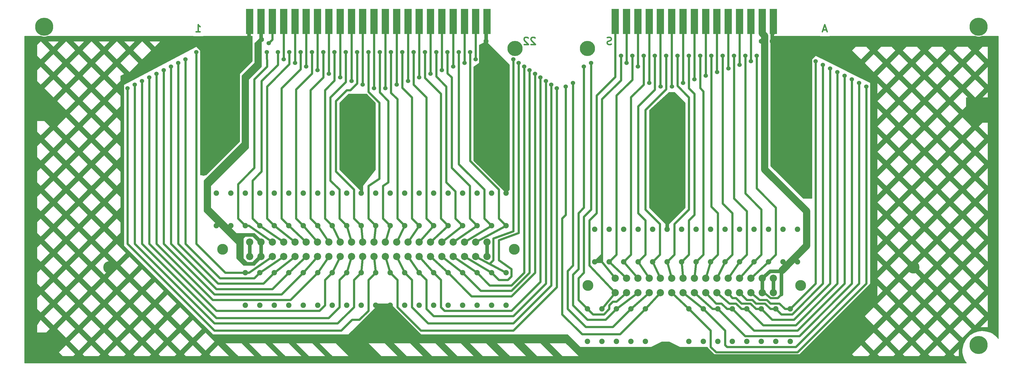
<source format=gbr>
G04 #@! TF.GenerationSoftware,KiCad,Pcbnew,(5.1.5)-3*
G04 #@! TF.CreationDate,2021-05-23T22:41:45-06:00*
G04 #@! TF.ProjectId,Star_wars_EMI,53746172-5f77-4617-9273-5f454d492e6b,rev?*
G04 #@! TF.SameCoordinates,Original*
G04 #@! TF.FileFunction,Copper,L2,Bot*
G04 #@! TF.FilePolarity,Positive*
%FSLAX46Y46*%
G04 Gerber Fmt 4.6, Leading zero omitted, Abs format (unit mm)*
G04 Created by KiCad (PCBNEW (5.1.5)-3) date 2021-05-23 22:41:45*
%MOMM*%
%LPD*%
G04 APERTURE LIST*
%ADD10C,0.508000*%
%ADD11C,3.810000*%
%ADD12C,2.540000*%
%ADD13C,1.524000*%
%ADD14R,2.540000X8.890000*%
%ADD15C,1.905000*%
%ADD16C,1.778000*%
%ADD17C,6.350000*%
%ADD18C,4.318000*%
%ADD19C,5.334000*%
%ADD20C,0.762000*%
%ADD21C,1.270000*%
%ADD22C,2.540000*%
%ADD23C,0.254000*%
G04 APERTURE END LIST*
D10*
X79284285Y-43059047D02*
X80735714Y-43059047D01*
X80010000Y-43059047D02*
X80010000Y-40519047D01*
X80251904Y-40881904D01*
X80493809Y-41123809D01*
X80735714Y-41244761D01*
X198150238Y-45205952D02*
X198029285Y-45085000D01*
X197787380Y-44964047D01*
X197182619Y-44964047D01*
X196940714Y-45085000D01*
X196819761Y-45205952D01*
X196698809Y-45447857D01*
X196698809Y-45689761D01*
X196819761Y-46052619D01*
X198271190Y-47504047D01*
X196698809Y-47504047D01*
X195731190Y-45205952D02*
X195610238Y-45085000D01*
X195368333Y-44964047D01*
X194763571Y-44964047D01*
X194521666Y-45085000D01*
X194400714Y-45205952D01*
X194279761Y-45447857D01*
X194279761Y-45689761D01*
X194400714Y-46052619D01*
X195852142Y-47504047D01*
X194279761Y-47504047D01*
X224880714Y-47383095D02*
X224517857Y-47504047D01*
X223913095Y-47504047D01*
X223671190Y-47383095D01*
X223550238Y-47262142D01*
X223429285Y-47020238D01*
X223429285Y-46778333D01*
X223550238Y-46536428D01*
X223671190Y-46415476D01*
X223913095Y-46294523D01*
X224396904Y-46173571D01*
X224638809Y-46052619D01*
X224759761Y-45931666D01*
X224880714Y-45689761D01*
X224880714Y-45447857D01*
X224759761Y-45205952D01*
X224638809Y-45085000D01*
X224396904Y-44964047D01*
X223792142Y-44964047D01*
X223429285Y-45085000D01*
X300324761Y-42333333D02*
X299115238Y-42333333D01*
X300566666Y-43059047D02*
X299720000Y-40519047D01*
X298873333Y-43059047D01*
D11*
X291287200Y-132080000D03*
D12*
X242112800Y-134620000D03*
X246075200Y-134620000D03*
X254000000Y-134620000D03*
X250037600Y-134620000D03*
X234188000Y-134620000D03*
X238150400Y-134620000D03*
X230225600Y-134620000D03*
X226263200Y-134620000D03*
X257962400Y-134620000D03*
X261924800Y-134620000D03*
X269849600Y-134620000D03*
X265887200Y-134620000D03*
X281736800Y-134620000D03*
X277774400Y-134620000D03*
X273812000Y-134620000D03*
X273812000Y-129540000D03*
X277774400Y-129540000D03*
X281736800Y-129540000D03*
X265887200Y-129540000D03*
X269849600Y-129540000D03*
X261924800Y-129540000D03*
X257962400Y-129540000D03*
X226263200Y-129540000D03*
X230225600Y-129540000D03*
X238150400Y-129540000D03*
X234188000Y-129540000D03*
X250037600Y-129540000D03*
X254000000Y-129540000D03*
X246075200Y-129540000D03*
X242112800Y-129540000D03*
D11*
X216712800Y-132080000D03*
D12*
X141681200Y-121920000D03*
X145643600Y-121920000D03*
X149606000Y-121920000D03*
X133756400Y-121920000D03*
X137718800Y-121920000D03*
X129794000Y-121920000D03*
X125831600Y-121920000D03*
X125831600Y-116840000D03*
X129794000Y-116840000D03*
X137718800Y-116840000D03*
X133756400Y-116840000D03*
X149606000Y-116840000D03*
X145643600Y-116840000D03*
X141681200Y-116840000D03*
D11*
X190855600Y-119380000D03*
D12*
X113944400Y-116840000D03*
X117906800Y-116840000D03*
X153568400Y-116840000D03*
X121869200Y-116840000D03*
X106019600Y-116840000D03*
X109982000Y-116840000D03*
X102057200Y-116840000D03*
X98094800Y-116840000D03*
X157530800Y-116840000D03*
X161493200Y-116840000D03*
X169418000Y-116840000D03*
X165455600Y-116840000D03*
X181305200Y-116840000D03*
X177342800Y-116840000D03*
X173380400Y-116840000D03*
X173380400Y-121920000D03*
X177342800Y-121920000D03*
X181305200Y-121920000D03*
X165455600Y-121920000D03*
X169418000Y-121920000D03*
X161493200Y-121920000D03*
X157530800Y-121920000D03*
X98094800Y-121920000D03*
X102057200Y-121920000D03*
X109982000Y-121920000D03*
X106019600Y-121920000D03*
X121869200Y-121920000D03*
X153568400Y-121920000D03*
X117906800Y-121920000D03*
X113944400Y-121920000D03*
D11*
X88544400Y-119380000D03*
D13*
X73025000Y-53975000D03*
D14*
X226263200Y-39370000D03*
X230225600Y-39370000D03*
X234188000Y-39370000D03*
X238150400Y-39370000D03*
X242112800Y-39370000D03*
X246075200Y-39370000D03*
X250037600Y-39370000D03*
X254000000Y-39370000D03*
X257962400Y-39370000D03*
X261924800Y-39370000D03*
X265887200Y-39370000D03*
X269849600Y-39370000D03*
X273812000Y-39370000D03*
X277774400Y-39370000D03*
X281736800Y-39370000D03*
X98094800Y-39370000D03*
X102057200Y-39370000D03*
X106019600Y-39370000D03*
X109982000Y-39370000D03*
X113944400Y-39370000D03*
X117906800Y-39370000D03*
X121869200Y-39370000D03*
X181305200Y-39370000D03*
X177342800Y-39370000D03*
X173380400Y-39370000D03*
X169418000Y-39370000D03*
X165455600Y-39370000D03*
X161493200Y-39370000D03*
X157530800Y-39370000D03*
X153568400Y-39370000D03*
X149606000Y-39370000D03*
X145643600Y-39370000D03*
X141681200Y-39370000D03*
X137718800Y-39370000D03*
X133756400Y-39370000D03*
X129794000Y-39370000D03*
X125831600Y-39370000D03*
D15*
X86360000Y-111125000D03*
X86360000Y-99695000D03*
X91440000Y-111125000D03*
X91440000Y-99695000D03*
X96520000Y-111125000D03*
X96520000Y-99695000D03*
X101600000Y-111125000D03*
X101600000Y-99695000D03*
X106680000Y-111125000D03*
X106680000Y-99695000D03*
X111760000Y-111125000D03*
X111760000Y-99695000D03*
X116840000Y-111125000D03*
X116840000Y-99695000D03*
X121920000Y-111125000D03*
X121920000Y-99695000D03*
X127000000Y-111125000D03*
X127000000Y-99695000D03*
X132080000Y-111125000D03*
X132080000Y-99695000D03*
X137160000Y-111125000D03*
X137160000Y-99695000D03*
X142240000Y-111125000D03*
X142240000Y-99695000D03*
X147320000Y-111125000D03*
X147320000Y-99695000D03*
X152400000Y-111125000D03*
X152400000Y-99695000D03*
X157480000Y-111125000D03*
X157480000Y-99695000D03*
X162560000Y-111125000D03*
X162560000Y-99695000D03*
X167640000Y-111125000D03*
X167640000Y-99695000D03*
X172720000Y-111125000D03*
X172720000Y-99695000D03*
X177800000Y-111125000D03*
X177800000Y-99695000D03*
X182880000Y-111125000D03*
X182880000Y-99695000D03*
X187960000Y-111125000D03*
X187960000Y-99695000D03*
X96520000Y-127635000D03*
X96520000Y-139065000D03*
X101600000Y-127635000D03*
X101600000Y-139065000D03*
X106680000Y-127635000D03*
X106680000Y-139065000D03*
X111760000Y-127635000D03*
X111760000Y-139065000D03*
X116840000Y-127635000D03*
X116840000Y-139065000D03*
X121920000Y-127635000D03*
X121920000Y-139065000D03*
X127000000Y-127635000D03*
X127000000Y-139065000D03*
X132080000Y-127635000D03*
X132080000Y-139065000D03*
X137160000Y-127635000D03*
X137160000Y-139065000D03*
X142240000Y-127635000D03*
X142240000Y-139065000D03*
X147320000Y-127635000D03*
X147320000Y-139065000D03*
X152400000Y-127635000D03*
X152400000Y-139065000D03*
X157480000Y-127635000D03*
X157480000Y-139065000D03*
X162560000Y-127635000D03*
X162560000Y-139065000D03*
X167640000Y-127635000D03*
X167640000Y-139065000D03*
X172720000Y-127635000D03*
X172720000Y-139065000D03*
X177800000Y-127635000D03*
X177800000Y-139065000D03*
X182880000Y-127635000D03*
X182880000Y-139065000D03*
X187960000Y-127635000D03*
X187960000Y-139065000D03*
X219075000Y-123825000D03*
X219075000Y-112395000D03*
X224155000Y-123825000D03*
X224155000Y-112395000D03*
X229235000Y-123825000D03*
X229235000Y-112395000D03*
X234315000Y-123825000D03*
X234315000Y-112395000D03*
X239395000Y-123825000D03*
X239395000Y-112395000D03*
X244475000Y-123825000D03*
X244475000Y-112395000D03*
X249555000Y-123825000D03*
X249555000Y-112395000D03*
X254635000Y-123825000D03*
X254635000Y-112395000D03*
X259715000Y-123825000D03*
X259715000Y-112395000D03*
X264795000Y-123825000D03*
X264795000Y-112395000D03*
X269875000Y-123825000D03*
X269875000Y-112395000D03*
X274955000Y-123825000D03*
X274955000Y-112395000D03*
X280035000Y-123825000D03*
X280035000Y-112395000D03*
X285115000Y-123825000D03*
X285115000Y-112395000D03*
X290195000Y-123825000D03*
X290195000Y-112395000D03*
X216535000Y-140335000D03*
X216535000Y-151765000D03*
X221615000Y-140335000D03*
X221615000Y-151765000D03*
X226695000Y-140335000D03*
X226695000Y-151765000D03*
X231775000Y-140335000D03*
X231775000Y-151765000D03*
X236855000Y-140335000D03*
X236855000Y-151765000D03*
X252095000Y-140335000D03*
X252095000Y-151765000D03*
X257175000Y-140335000D03*
X257175000Y-151765000D03*
X262255000Y-140335000D03*
X262255000Y-151765000D03*
X267335000Y-140335000D03*
X267335000Y-151765000D03*
X272415000Y-140335000D03*
X272415000Y-151765000D03*
X277495000Y-140335000D03*
X277495000Y-151765000D03*
X282575000Y-140335000D03*
X282575000Y-151765000D03*
X287655000Y-140335000D03*
X287655000Y-151765000D03*
D13*
X104038400Y-50165000D03*
X108000800Y-50165000D03*
X111963200Y-50165000D03*
X115925600Y-50165000D03*
X119888000Y-50165000D03*
X123850400Y-50165000D03*
X127812800Y-50165000D03*
X131775200Y-50165000D03*
X135737600Y-50165000D03*
X139700000Y-50165000D03*
X143662400Y-50165000D03*
X147624800Y-50165000D03*
X151587200Y-50165000D03*
X155549600Y-50165000D03*
X159512000Y-50165000D03*
X163474400Y-50165000D03*
X167436800Y-50165000D03*
X171399200Y-50165000D03*
X175361600Y-50165000D03*
X109982000Y-52705000D03*
X113944400Y-53975000D03*
X117906800Y-55245000D03*
X121869200Y-56515000D03*
X125831600Y-57785000D03*
X129794000Y-59055000D03*
X133756400Y-60325000D03*
X137718800Y-61595000D03*
X141681200Y-62865000D03*
X145643600Y-62865000D03*
X149606000Y-61595000D03*
X153568400Y-60325000D03*
X157530800Y-59055000D03*
X161493200Y-57785000D03*
X165455600Y-56515000D03*
X169418000Y-55245000D03*
X173380400Y-53975000D03*
X177342800Y-52705000D03*
X75565000Y-52705000D03*
X70485000Y-55245000D03*
X67945000Y-56515000D03*
X65405000Y-57785000D03*
X62865000Y-59055000D03*
X60325000Y-60325000D03*
X57785000Y-61595000D03*
X55245000Y-62865000D03*
X190500000Y-52705000D03*
X192405000Y-53975000D03*
X194310000Y-55245000D03*
X196215000Y-56515000D03*
X198120000Y-57785000D03*
X200025000Y-59055000D03*
X201930000Y-60325000D03*
X203835000Y-61595000D03*
X205740000Y-62865000D03*
D16*
X97790000Y-46355000D03*
X102235000Y-45720000D03*
D13*
X104775000Y-46990000D03*
D17*
X26035000Y-41275000D03*
X26035000Y-70485000D03*
X135890000Y-70485000D03*
X245110000Y-70485000D03*
X353695000Y-70485000D03*
X353695000Y-41275000D03*
X353695000Y-153035000D03*
X26035000Y-153035000D03*
D13*
X79375000Y-50165000D03*
D16*
X180975000Y-46355000D03*
D13*
X208915000Y-62230000D03*
X211455000Y-60960000D03*
X228269800Y-51435000D03*
X232232200Y-51435000D03*
X236194600Y-51435000D03*
X240157000Y-51435000D03*
X244119400Y-51435000D03*
X248081800Y-51435000D03*
X252044200Y-51435000D03*
X256006600Y-51435000D03*
X259969000Y-51435000D03*
X263931400Y-51435000D03*
X267893800Y-51435000D03*
X271856200Y-51435000D03*
X275818600Y-51435000D03*
X273837400Y-53340000D03*
X269875000Y-54610000D03*
X265912600Y-55880000D03*
X261950200Y-57150000D03*
X257987800Y-58420000D03*
X254025400Y-59690000D03*
X250063000Y-60960000D03*
X246100600Y-62230000D03*
X242138200Y-62230000D03*
X238175800Y-60960000D03*
X234213400Y-55245000D03*
X230251000Y-53975000D03*
X296545000Y-53340000D03*
X299085000Y-54610000D03*
X301625000Y-55880000D03*
X304165000Y-57150000D03*
X306705000Y-58420000D03*
X309245000Y-59690000D03*
X311785000Y-60960000D03*
X314325000Y-62230000D03*
X215265000Y-55245000D03*
X217805000Y-53975000D03*
D16*
X292735000Y-79375000D03*
X277495000Y-46355000D03*
X281305000Y-46355000D03*
D18*
X48895000Y-125730000D03*
X330835000Y-125730000D03*
D19*
X88265000Y-48895000D03*
X291465000Y-48895000D03*
X191135000Y-48895000D03*
X216535000Y-48895000D03*
D16*
X81915000Y-92710000D03*
D20*
X244475000Y-112395000D02*
X244475000Y-110490000D01*
D21*
X281736800Y-39370000D02*
X281736800Y-43383200D01*
X281736800Y-43383200D02*
X281305000Y-43815000D01*
X281305000Y-43815000D02*
X281305000Y-46355000D01*
D20*
X137160000Y-99695000D02*
X137160000Y-98425000D01*
X180975000Y-46355000D02*
X180975000Y-47625000D01*
X187960000Y-99695000D02*
X187960000Y-98425000D01*
D21*
X181305200Y-39370000D02*
X181305200Y-42849800D01*
X181305200Y-42849800D02*
X180975000Y-43180000D01*
X180975000Y-43180000D02*
X180975000Y-46355000D01*
X281736800Y-134061200D02*
X281736800Y-130098800D01*
X98094800Y-121361200D02*
X98094800Y-117398800D01*
X181305200Y-121361200D02*
X181305200Y-117398800D01*
X97790000Y-39674800D02*
X98094800Y-39370000D01*
X97790000Y-46355000D02*
X97790000Y-39674800D01*
D20*
X175361600Y-50165000D02*
X175361600Y-88366600D01*
X185420000Y-108585000D02*
X187960000Y-111125000D01*
X185420000Y-98425000D02*
X185420000Y-108585000D01*
X175361600Y-88366600D02*
X185420000Y-98425000D01*
X187960000Y-111125000D02*
X177342800Y-116840000D01*
X102057200Y-121361200D02*
X102057200Y-121462800D01*
X102057200Y-121462800D02*
X100965000Y-122555000D01*
X102057200Y-117398800D02*
X102057200Y-116662200D01*
X102057200Y-116662200D02*
X100965000Y-115570000D01*
X86360000Y-111125000D02*
X86995000Y-110490000D01*
X91440000Y-111125000D02*
X90805000Y-111760000D01*
X102235000Y-45720000D02*
X101600000Y-46355000D01*
D21*
X102057200Y-45542200D02*
X102235000Y-45720000D01*
X102057200Y-39370000D02*
X102057200Y-45542200D01*
X102057200Y-121361200D02*
X102057200Y-117398800D01*
D20*
X111963200Y-50165000D02*
X111963200Y-54406800D01*
X104140000Y-108585000D02*
X106680000Y-111125000D01*
X104140000Y-62230000D02*
X104140000Y-108585000D01*
X111963200Y-54406800D02*
X104140000Y-62230000D01*
X106680000Y-111125000D02*
X113944400Y-116840000D01*
X167436800Y-50165000D02*
X167436800Y-57581800D01*
X175260000Y-108585000D02*
X177800000Y-111125000D01*
X175260000Y-97155000D02*
X175260000Y-108585000D01*
X168910000Y-90805000D02*
X175260000Y-97155000D01*
X168910000Y-59055000D02*
X168910000Y-90805000D01*
X167436800Y-57581800D02*
X168910000Y-59055000D01*
X177800000Y-111125000D02*
X169418000Y-116840000D01*
X171399200Y-50165000D02*
X171399200Y-89484200D01*
X180340000Y-108585000D02*
X182880000Y-111125000D01*
X180340000Y-98425000D02*
X180340000Y-108585000D01*
X171399200Y-89484200D02*
X180340000Y-98425000D01*
X182880000Y-111125000D02*
X173380400Y-116840000D01*
X106019600Y-39370000D02*
X106019600Y-45745400D01*
X106019600Y-45745400D02*
X104775000Y-46990000D01*
X89535000Y-127635000D02*
X96520000Y-127635000D01*
X79375000Y-50165000D02*
X79375000Y-117475000D01*
X79375000Y-117475000D02*
X89535000Y-127635000D01*
X97790000Y-127635000D02*
X96520000Y-127635000D01*
X106019600Y-121920000D02*
X97790000Y-127635000D01*
X109982000Y-52705000D02*
X109982000Y-39370000D01*
X87630000Y-129540000D02*
X75565000Y-117475000D01*
X101600000Y-127635000D02*
X99695000Y-129540000D01*
X75565000Y-117475000D02*
X75565000Y-52705000D01*
X99695000Y-129540000D02*
X87630000Y-129540000D01*
X109982000Y-121920000D02*
X101600000Y-127635000D01*
X177342800Y-52705000D02*
X177342800Y-39370000D01*
X177342800Y-121920000D02*
X187960000Y-127635000D01*
X177342800Y-121361200D02*
X177342800Y-121920000D01*
X183515000Y-115570000D02*
X183515000Y-123190000D01*
X183515000Y-123190000D02*
X182245000Y-124460000D01*
X190500000Y-52705000D02*
X190500000Y-113030000D01*
X190500000Y-113030000D02*
X183515000Y-115570000D01*
X99695000Y-90805000D02*
X93980000Y-96520000D01*
X104038400Y-50165000D02*
X104140000Y-55245000D01*
X104140000Y-55245000D02*
X99695000Y-59690000D01*
X99695000Y-90805000D02*
X99695000Y-59690000D01*
X93980000Y-108585000D02*
X96520000Y-111125000D01*
X93980000Y-96520000D02*
X93980000Y-108585000D01*
X97790000Y-111125000D02*
X96520000Y-111125000D01*
X106019600Y-116840000D02*
X97790000Y-111125000D01*
X108000800Y-50165000D02*
X107950000Y-54610000D01*
X99060000Y-108585000D02*
X101600000Y-111125000D01*
X99060000Y-95250000D02*
X99060000Y-108585000D01*
X102235000Y-92075000D02*
X99060000Y-95250000D01*
X102235000Y-60325000D02*
X102235000Y-92075000D01*
X107950000Y-54610000D02*
X102235000Y-60325000D01*
X101600000Y-111125000D02*
X109982000Y-116840000D01*
X115925600Y-50165000D02*
X115925600Y-56159400D01*
X109220000Y-108585000D02*
X111760000Y-111125000D01*
X109220000Y-62865000D02*
X109220000Y-108585000D01*
X115925600Y-56159400D02*
X109220000Y-62865000D01*
X111760000Y-111125000D02*
X117906800Y-116840000D01*
X119888000Y-50165000D02*
X119888000Y-57658000D01*
X114300000Y-108585000D02*
X116840000Y-111125000D01*
X114300000Y-63246000D02*
X114300000Y-108585000D01*
X119888000Y-57658000D02*
X114300000Y-63246000D01*
X116840000Y-111125000D02*
X121869200Y-116840000D01*
X123850400Y-50165000D02*
X123850400Y-59029600D01*
X119380000Y-108585000D02*
X121920000Y-111125000D01*
X119380000Y-63500000D02*
X119380000Y-108585000D01*
X123850400Y-59029600D02*
X119380000Y-63500000D01*
X121920000Y-111125000D02*
X125831600Y-116840000D01*
X127812800Y-50165000D02*
X127812800Y-60147200D01*
X124460000Y-108585000D02*
X127000000Y-111125000D01*
X124460000Y-63500000D02*
X124460000Y-108585000D01*
X127812800Y-60147200D02*
X124460000Y-63500000D01*
X127000000Y-111125000D02*
X129794000Y-116840000D01*
X131775200Y-50165000D02*
X131775200Y-60629800D01*
X129540000Y-108585000D02*
X132080000Y-111125000D01*
X129540000Y-98425000D02*
X129540000Y-108585000D01*
X126365000Y-95250000D02*
X129540000Y-98425000D01*
X126365000Y-66040000D02*
X126365000Y-95250000D01*
X131775200Y-60629800D02*
X126365000Y-66040000D01*
X132080000Y-111125000D02*
X133756400Y-116840000D01*
X135737600Y-50165000D02*
X135737600Y-61112400D01*
X134620000Y-108585000D02*
X137160000Y-111125000D01*
X134620000Y-98425000D02*
X134620000Y-108585000D01*
X128270000Y-92075000D02*
X134620000Y-98425000D01*
X128270000Y-67310000D02*
X128270000Y-92075000D01*
X132080000Y-63500000D02*
X128270000Y-67310000D01*
X133350000Y-63500000D02*
X132080000Y-63500000D01*
X135737600Y-61112400D02*
X133350000Y-63500000D01*
X137160000Y-111125000D02*
X137718800Y-116840000D01*
X139700000Y-50165000D02*
X139700000Y-64135000D01*
X139700000Y-108585000D02*
X142240000Y-111125000D01*
X139700000Y-97155000D02*
X139700000Y-108585000D01*
X143510000Y-94615000D02*
X139700000Y-97155000D01*
X143510000Y-67945000D02*
X143510000Y-94615000D01*
X139700000Y-64135000D02*
X143510000Y-67945000D01*
X142240000Y-111125000D02*
X141681200Y-116840000D01*
X143662400Y-50165000D02*
X143662400Y-64287400D01*
X144780000Y-108585000D02*
X147320000Y-111125000D01*
X144780000Y-97155000D02*
X144780000Y-108585000D01*
X146685000Y-95885000D02*
X144780000Y-97155000D01*
X146685000Y-67310000D02*
X146685000Y-95885000D01*
X143662400Y-64287400D02*
X146685000Y-67310000D01*
X147320000Y-111125000D02*
X145643600Y-116840000D01*
X147624800Y-50165000D02*
X147624800Y-64439800D01*
X149860000Y-108585000D02*
X152400000Y-111125000D01*
X149860000Y-66675000D02*
X149860000Y-108585000D01*
X147624800Y-64439800D02*
X149860000Y-66675000D01*
X152400000Y-111125000D02*
X149606000Y-116840000D01*
X151587200Y-50165000D02*
X151587200Y-62687200D01*
X154940000Y-108585000D02*
X157480000Y-111125000D01*
X154940000Y-66040000D02*
X154940000Y-108585000D01*
X151587200Y-62687200D02*
X154940000Y-66040000D01*
X157480000Y-111125000D02*
X153568400Y-116840000D01*
X155549600Y-50165000D02*
X155549600Y-61569600D01*
X160020000Y-108585000D02*
X162560000Y-111125000D01*
X160020000Y-66040000D02*
X160020000Y-108585000D01*
X155549600Y-61569600D02*
X160020000Y-66040000D01*
X162560000Y-111125000D02*
X157530800Y-116840000D01*
X159512000Y-50165000D02*
X159512000Y-59182000D01*
X165100000Y-108585000D02*
X167640000Y-111125000D01*
X165100000Y-64770000D02*
X165100000Y-108585000D01*
X159512000Y-59182000D02*
X165100000Y-64770000D01*
X167640000Y-111125000D02*
X161493200Y-116840000D01*
X163474400Y-50165000D02*
X163474400Y-58699400D01*
X170180000Y-108585000D02*
X172720000Y-111125000D01*
X170180000Y-99060000D02*
X170180000Y-108585000D01*
X167005000Y-95885000D02*
X170180000Y-99060000D01*
X167005000Y-62230000D02*
X167005000Y-95885000D01*
X163474400Y-58699400D02*
X167005000Y-62230000D01*
X172720000Y-111125000D02*
X165455600Y-116840000D01*
X113944400Y-53975000D02*
X113944400Y-39370000D01*
X102870000Y-131445000D02*
X106680000Y-127635000D01*
X86995000Y-131445000D02*
X102870000Y-131445000D01*
X73025000Y-53975000D02*
X73025000Y-117475000D01*
X73025000Y-117475000D02*
X86995000Y-131445000D01*
X113944400Y-121920000D02*
X106680000Y-127635000D01*
X117906800Y-55245000D02*
X117906800Y-39370000D01*
X70485000Y-117475000D02*
X70485000Y-55245000D01*
X86360000Y-133350000D02*
X70485000Y-117475000D01*
X111760000Y-127635000D02*
X106045000Y-133350000D01*
X106045000Y-133350000D02*
X86360000Y-133350000D01*
X117906800Y-121920000D02*
X111760000Y-127635000D01*
X121869200Y-56515000D02*
X121869200Y-39370000D01*
X109220000Y-135255000D02*
X116840000Y-127635000D01*
X85725000Y-135255000D02*
X109220000Y-135255000D01*
X67945000Y-56515000D02*
X67945000Y-117475000D01*
X67945000Y-117475000D02*
X85725000Y-135255000D01*
X121869200Y-121920000D02*
X116840000Y-127635000D01*
X125831600Y-57785000D02*
X125831600Y-39370000D01*
X65405000Y-117475000D02*
X65405000Y-57785000D01*
X85090000Y-137160000D02*
X65405000Y-117475000D01*
X121920000Y-127635000D02*
X112395000Y-137160000D01*
X112395000Y-137160000D02*
X85090000Y-137160000D01*
X125831600Y-121920000D02*
X121920000Y-127635000D01*
X129794000Y-59055000D02*
X129794000Y-39370000D01*
X124460000Y-130175000D02*
X124460000Y-139065000D01*
X62865000Y-117475000D02*
X62865000Y-59055000D01*
X127000000Y-127635000D02*
X124460000Y-130175000D01*
X124460000Y-139065000D02*
X122555000Y-140970000D01*
X122555000Y-140970000D02*
X86360000Y-140970000D01*
X86360000Y-140970000D02*
X62865000Y-117475000D01*
X129794000Y-121920000D02*
X127000000Y-127635000D01*
X133756400Y-60325000D02*
X133756400Y-39370000D01*
X60325000Y-117475000D02*
X60325000Y-60325000D01*
X129540000Y-130175000D02*
X129540000Y-139700000D01*
X132080000Y-127635000D02*
X129540000Y-130175000D01*
X125730000Y-143510000D02*
X86360000Y-143510000D01*
X129540000Y-139700000D02*
X125730000Y-143510000D01*
X86360000Y-143510000D02*
X60325000Y-117475000D01*
X133756400Y-121920000D02*
X132080000Y-127635000D01*
X137718800Y-61595000D02*
X137718800Y-39370000D01*
X57785000Y-117475000D02*
X57785000Y-61595000D01*
X134620000Y-130175000D02*
X134620000Y-139700000D01*
X137160000Y-127635000D02*
X134620000Y-130175000D01*
X85725000Y-145415000D02*
X57785000Y-117475000D01*
X134620000Y-139700000D02*
X128905000Y-145415000D01*
X128905000Y-145415000D02*
X85725000Y-145415000D01*
X137718800Y-121920000D02*
X137160000Y-127635000D01*
X141681200Y-62865000D02*
X141681200Y-39370000D01*
X85725000Y-147955000D02*
X55245000Y-117475000D01*
X130175000Y-147955000D02*
X85725000Y-147955000D01*
X136525000Y-144145000D02*
X133985000Y-144145000D01*
X133985000Y-144145000D02*
X130175000Y-147955000D01*
X142240000Y-127635000D02*
X139700000Y-130175000D01*
X139700000Y-130175000D02*
X139700000Y-140970000D01*
X139700000Y-140970000D02*
X136525000Y-144145000D01*
X55245000Y-117475000D02*
X55245000Y-62865000D01*
X141681200Y-121920000D02*
X142240000Y-127635000D01*
X205740000Y-62865000D02*
X205740000Y-132715000D01*
X149860000Y-130175000D02*
X147320000Y-127635000D01*
X149860000Y-139700000D02*
X149860000Y-130175000D01*
X158115000Y-147955000D02*
X149860000Y-139700000D01*
X190500000Y-147955000D02*
X158115000Y-147955000D01*
X205740000Y-132715000D02*
X190500000Y-147955000D01*
X145643600Y-62865000D02*
X145643600Y-39370000D01*
X145643600Y-121920000D02*
X147320000Y-127635000D01*
X203835000Y-61595000D02*
X203835000Y-132080000D01*
X154940000Y-130175000D02*
X152400000Y-127635000D01*
X154940000Y-139700000D02*
X154940000Y-130175000D01*
X160655000Y-145415000D02*
X154940000Y-139700000D01*
X190500000Y-145415000D02*
X160655000Y-145415000D01*
X203835000Y-132080000D02*
X190500000Y-145415000D01*
X149606000Y-61595000D02*
X149606000Y-39370000D01*
X149606000Y-121920000D02*
X152400000Y-127635000D01*
X201930000Y-60325000D02*
X201930000Y-131445000D01*
X160020000Y-130175000D02*
X157480000Y-127635000D01*
X160020000Y-140335000D02*
X160020000Y-130175000D01*
X162560000Y-142875000D02*
X160020000Y-140335000D01*
X190500000Y-142875000D02*
X162560000Y-142875000D01*
X201930000Y-131445000D02*
X190500000Y-142875000D01*
X153568400Y-60325000D02*
X153568400Y-39370000D01*
X153568400Y-121920000D02*
X157480000Y-127635000D01*
X200025000Y-59055000D02*
X200025000Y-130810000D01*
X165100000Y-130175000D02*
X162560000Y-127635000D01*
X165100000Y-139700000D02*
X165100000Y-130175000D01*
X166370000Y-140970000D02*
X165100000Y-139700000D01*
X189865000Y-140970000D02*
X166370000Y-140970000D01*
X200025000Y-130810000D02*
X189865000Y-140970000D01*
X157530800Y-59055000D02*
X157530800Y-39370000D01*
X157530800Y-121920000D02*
X162560000Y-127635000D01*
X198120000Y-57785000D02*
X198120000Y-127635000D01*
X175895000Y-135890000D02*
X167640000Y-127635000D01*
X189865000Y-135890000D02*
X175895000Y-135890000D01*
X198120000Y-127635000D02*
X189865000Y-135890000D01*
X161493200Y-57785000D02*
X161493200Y-39370000D01*
X161493200Y-121920000D02*
X167640000Y-127635000D01*
X196215000Y-56515000D02*
X196215000Y-127635000D01*
X179070000Y-133985000D02*
X172720000Y-127635000D01*
X189865000Y-133985000D02*
X179070000Y-133985000D01*
X196215000Y-127635000D02*
X189865000Y-133985000D01*
X165455600Y-56515000D02*
X165455600Y-39370000D01*
X165455600Y-121920000D02*
X172720000Y-127635000D01*
X194310000Y-55245000D02*
X194310000Y-127635000D01*
X182245000Y-132080000D02*
X177800000Y-127635000D01*
X189865000Y-132080000D02*
X182245000Y-132080000D01*
X194310000Y-127635000D02*
X189865000Y-132080000D01*
X169418000Y-55245000D02*
X169418000Y-39370000D01*
X169418000Y-121920000D02*
X177800000Y-127635000D01*
X189865000Y-128905000D02*
X188595000Y-130175000D01*
X192405000Y-113665000D02*
X185420000Y-116205000D01*
X185420000Y-116205000D02*
X185420000Y-123190000D01*
X185420000Y-123190000D02*
X189865000Y-126365000D01*
X189865000Y-126365000D02*
X189865000Y-128905000D01*
X192405000Y-53975000D02*
X192405000Y-113665000D01*
X185420000Y-130175000D02*
X182880000Y-127635000D01*
X188595000Y-130175000D02*
X185420000Y-130175000D01*
X173380400Y-53975000D02*
X173380400Y-39370000D01*
X173380400Y-121920000D02*
X182880000Y-127635000D01*
X232232200Y-51435000D02*
X232232200Y-59867800D01*
X226695000Y-121285000D02*
X224155000Y-123825000D01*
X226695000Y-65405000D02*
X226695000Y-121285000D01*
X232232200Y-59867800D02*
X226695000Y-65405000D01*
X224155000Y-123825000D02*
X230225600Y-129540000D01*
X290195000Y-123825000D02*
X288925000Y-122555000D01*
X288925000Y-122555000D02*
X286385000Y-125095000D01*
X286385000Y-125095000D02*
X285115000Y-123825000D01*
X285115000Y-123825000D02*
X286385000Y-125095000D01*
X284480000Y-135255000D02*
X283210000Y-136525000D01*
D21*
X284480000Y-127000000D02*
X284480000Y-135255000D01*
D20*
X280670000Y-136525000D02*
X277774400Y-134061200D01*
X283210000Y-136525000D02*
X280670000Y-136525000D01*
X286385000Y-125095000D02*
X285750000Y-124460000D01*
X288925000Y-122555000D02*
X289560000Y-123190000D01*
X277495000Y-46355000D02*
X278688800Y-46355000D01*
X278688800Y-46355000D02*
X278765000Y-46355000D01*
X278765000Y-46355000D02*
X278688800Y-46355000D01*
D22*
X277774400Y-39370000D02*
X277774400Y-43535600D01*
X277774400Y-43535600D02*
X278688800Y-44450000D01*
X278688800Y-44450000D02*
X278688800Y-46355000D01*
D21*
X277774400Y-43535600D02*
X277495000Y-43815000D01*
X277774400Y-130098800D02*
X277774400Y-134061200D01*
D20*
X280162000Y-127381000D02*
X277774400Y-130098800D01*
D21*
X280543000Y-127127000D02*
X284480000Y-127127000D01*
X277774400Y-129540000D02*
X280543000Y-127127000D01*
D22*
X293370000Y-118110000D02*
X284734000Y-126873000D01*
X293370000Y-106045000D02*
X293370000Y-118110000D01*
X278688800Y-46355000D02*
X278688800Y-91363800D01*
X278688800Y-91363800D02*
X293370000Y-106045000D01*
D20*
X217805000Y-53975000D02*
X217805000Y-105410000D01*
X213360000Y-137160000D02*
X216535000Y-140335000D01*
X213360000Y-129540000D02*
X213360000Y-137160000D01*
X215265000Y-127635000D02*
X213360000Y-129540000D01*
X215265000Y-107950000D02*
X215265000Y-127635000D01*
X217805000Y-105410000D02*
X215265000Y-107950000D01*
X230225600Y-39370000D02*
X230225600Y-53949600D01*
X230225600Y-53949600D02*
X230251000Y-53975000D01*
X226695000Y-137795000D02*
X230225600Y-134620000D01*
X225425000Y-137795000D02*
X226695000Y-137795000D01*
X218440000Y-142240000D02*
X222250000Y-142240000D01*
X216535000Y-140335000D02*
X218440000Y-142240000D01*
X224155000Y-140335000D02*
X224155000Y-139065000D01*
X222250000Y-142240000D02*
X224155000Y-140335000D01*
X224155000Y-139065000D02*
X225425000Y-137795000D01*
X301625000Y-55880000D02*
X301625000Y-131445000D01*
X281305000Y-144145000D02*
X277495000Y-140335000D01*
X288925000Y-144145000D02*
X281305000Y-144145000D01*
X301625000Y-131445000D02*
X288925000Y-144145000D01*
X265887200Y-39370000D02*
X265887200Y-55854600D01*
X265887200Y-55854600D02*
X265912600Y-55880000D01*
X267335000Y-136525000D02*
X265887200Y-134620000D01*
X275590000Y-140335000D02*
X273685000Y-138430000D01*
X277495000Y-140335000D02*
X275590000Y-140335000D01*
X273685000Y-138430000D02*
X270510000Y-138430000D01*
X270510000Y-138430000D02*
X268605000Y-136525000D01*
X268605000Y-136525000D02*
X267335000Y-136525000D01*
X299085000Y-54610000D02*
X299085000Y-131445000D01*
X284480000Y-142240000D02*
X282575000Y-140335000D01*
X288290000Y-142240000D02*
X284480000Y-142240000D01*
X299085000Y-131445000D02*
X288290000Y-142240000D01*
X269849600Y-39370000D02*
X269849600Y-54584600D01*
X269849600Y-54584600D02*
X269875000Y-54610000D01*
X272415000Y-137160000D02*
X269849600Y-134620000D01*
X280670000Y-140335000D02*
X278765000Y-138430000D01*
X275590000Y-138430000D02*
X274320000Y-137160000D01*
X282575000Y-140335000D02*
X280670000Y-140335000D01*
X278765000Y-138430000D02*
X275590000Y-138430000D01*
X274320000Y-137160000D02*
X272415000Y-137160000D01*
X296545000Y-53340000D02*
X296545000Y-131445000D01*
X296545000Y-131445000D02*
X287655000Y-140335000D01*
X273812000Y-39370000D02*
X273812000Y-53314600D01*
X273812000Y-53314600D02*
X273837400Y-53340000D01*
X285750000Y-140335000D02*
X283845000Y-138430000D01*
X287655000Y-140335000D02*
X285750000Y-140335000D01*
X276860000Y-137160000D02*
X273812000Y-134620000D01*
X280670000Y-138430000D02*
X279400000Y-137160000D01*
X279400000Y-137160000D02*
X276860000Y-137160000D01*
X283845000Y-138430000D02*
X280670000Y-138430000D01*
X221297500Y-122237500D02*
X221297500Y-122872500D01*
X220345000Y-123825000D02*
X220980000Y-123190000D01*
X220345000Y-123825000D02*
X219075000Y-123825000D01*
X221297500Y-122872500D02*
X220980000Y-123190000D01*
X219075000Y-123825000D02*
X219710000Y-123825000D01*
X219710000Y-123825000D02*
X221297500Y-122237500D01*
X221297500Y-122237500D02*
X221615000Y-121920000D01*
X219075000Y-123825000D02*
X221615000Y-123825000D01*
X221615000Y-123825000D02*
X221615000Y-123825000D01*
X221615000Y-123825000D02*
X221615000Y-123825000D01*
X219075000Y-123825000D02*
X221615000Y-121285000D01*
X228269800Y-51435000D02*
X228269800Y-60020200D01*
X228269800Y-60020200D02*
X221615000Y-66675000D01*
X221615000Y-66675000D02*
X221615000Y-71755000D01*
X221615000Y-123825000D02*
X221615000Y-121920000D01*
X221615000Y-121920000D02*
X221615000Y-71755000D01*
X221615000Y-123825000D02*
X221615000Y-123825000D01*
X226263200Y-129540000D02*
X226263200Y-130098800D01*
X221615000Y-123825000D02*
X226263200Y-129540000D01*
X236194600Y-51435000D02*
X236194600Y-61569600D01*
X231775000Y-121285000D02*
X229235000Y-123825000D01*
X231775000Y-65989200D02*
X231775000Y-121285000D01*
X236194600Y-61569600D02*
X231775000Y-65989200D01*
X229235000Y-123825000D02*
X234188000Y-129540000D01*
X240157000Y-51435000D02*
X240157000Y-63373000D01*
X236855000Y-121285000D02*
X234315000Y-123825000D01*
X236855000Y-109220000D02*
X236855000Y-121285000D01*
X234315000Y-106680000D02*
X236855000Y-109220000D01*
X234315000Y-69215000D02*
X234315000Y-106680000D01*
X240157000Y-63373000D02*
X234315000Y-69215000D01*
X234315000Y-123825000D02*
X238150400Y-129540000D01*
X244119400Y-51435000D02*
X244119400Y-63220600D01*
X241935000Y-121285000D02*
X239395000Y-123825000D01*
X241935000Y-110490000D02*
X241935000Y-121285000D01*
X236855000Y-105410000D02*
X241935000Y-110490000D01*
X236855000Y-70485000D02*
X236855000Y-105410000D01*
X244119400Y-63220600D02*
X236855000Y-70485000D01*
X239395000Y-123825000D02*
X242112800Y-129540000D01*
X248081800Y-51435000D02*
X248081800Y-62026800D01*
X247015000Y-121285000D02*
X244475000Y-123825000D01*
X247015000Y-110490000D02*
X247015000Y-121285000D01*
X252095000Y-105410000D02*
X247015000Y-110490000D01*
X252095000Y-66040000D02*
X252095000Y-105410000D01*
X248081800Y-62026800D02*
X252095000Y-66040000D01*
X244475000Y-123825000D02*
X246075200Y-129540000D01*
X252044200Y-51435000D02*
X252044200Y-62814200D01*
X252095000Y-121285000D02*
X249555000Y-123825000D01*
X252095000Y-109220000D02*
X252095000Y-121285000D01*
X254000000Y-107315000D02*
X252095000Y-109220000D01*
X254000000Y-64770000D02*
X254000000Y-107315000D01*
X252044200Y-62814200D02*
X254000000Y-64770000D01*
X249555000Y-123825000D02*
X250037600Y-129540000D01*
X256006600Y-51435000D02*
X256006600Y-62763400D01*
X257175000Y-121285000D02*
X254635000Y-123825000D01*
X257175000Y-63931800D02*
X257175000Y-121285000D01*
X256006600Y-62763400D02*
X257175000Y-63931800D01*
X254635000Y-123825000D02*
X254000000Y-129540000D01*
X259969000Y-51435000D02*
X259969000Y-104394000D01*
X262255000Y-121285000D02*
X259715000Y-123825000D01*
X262255000Y-106680000D02*
X262255000Y-121285000D01*
X259969000Y-104394000D02*
X262255000Y-106680000D01*
X259715000Y-123825000D02*
X257962400Y-129540000D01*
X263931400Y-51435000D02*
X263931400Y-103276400D01*
X267335000Y-121285000D02*
X264795000Y-123825000D01*
X267335000Y-106680000D02*
X267335000Y-121285000D01*
X263931400Y-103276400D02*
X267335000Y-106680000D01*
X264795000Y-123825000D02*
X261924800Y-129540000D01*
X267893800Y-51435000D02*
X267893800Y-101523800D01*
X272415000Y-121285000D02*
X269875000Y-123825000D01*
X272415000Y-106045000D02*
X272415000Y-121285000D01*
X267893800Y-101523800D02*
X272415000Y-106045000D01*
X269875000Y-123825000D02*
X265887200Y-129540000D01*
X271856200Y-51435000D02*
X271856200Y-99771200D01*
X277495000Y-121285000D02*
X274955000Y-123825000D01*
X277495000Y-105410000D02*
X277495000Y-121285000D01*
X271856200Y-99771200D02*
X277495000Y-105410000D01*
X274955000Y-123825000D02*
X269849600Y-129540000D01*
X275818600Y-51435000D02*
X275818600Y-98018600D01*
X282575000Y-121285000D02*
X280035000Y-123825000D01*
X282575000Y-104775000D02*
X282575000Y-121285000D01*
X275818600Y-98018600D02*
X282575000Y-104775000D01*
X280035000Y-123825000D02*
X273812000Y-129540000D01*
X226263200Y-134620000D02*
X226263200Y-134061200D01*
X217170000Y-125095000D02*
X226263200Y-134620000D01*
X226263200Y-39370000D02*
X226263200Y-58851800D01*
X226263200Y-58851800D02*
X219710000Y-65405000D01*
X217170000Y-109220000D02*
X217170000Y-125095000D01*
X219710000Y-65405000D02*
X219710000Y-106680000D01*
X219710000Y-106680000D02*
X217170000Y-109220000D01*
X221615000Y-140335000D02*
X226263200Y-134620000D01*
X215265000Y-55245000D02*
X215265000Y-104775000D01*
X222885000Y-144145000D02*
X226695000Y-140335000D01*
X216535000Y-144145000D02*
X222885000Y-144145000D01*
X211455000Y-139065000D02*
X216535000Y-144145000D01*
X211455000Y-128270000D02*
X211455000Y-139065000D01*
X213360000Y-126365000D02*
X211455000Y-128270000D01*
X213360000Y-106680000D02*
X213360000Y-126365000D01*
X215265000Y-104775000D02*
X213360000Y-106680000D01*
X234188000Y-39370000D02*
X234188000Y-55219600D01*
X234188000Y-55219600D02*
X234213400Y-55245000D01*
X226695000Y-140335000D02*
X234188000Y-134620000D01*
X211455000Y-125095000D02*
X209550000Y-127000000D01*
X211455000Y-60960000D02*
X211455000Y-125095000D01*
X225425000Y-146685000D02*
X231775000Y-140335000D01*
X215900000Y-146685000D02*
X225425000Y-146685000D01*
X209550000Y-140335000D02*
X215900000Y-146685000D01*
X209550000Y-127000000D02*
X209550000Y-140335000D01*
X238150400Y-39370000D02*
X238150400Y-60934600D01*
X238150400Y-60934600D02*
X238175800Y-60960000D01*
X231775000Y-140335000D02*
X238150400Y-134620000D01*
X208915000Y-62230000D02*
X208915000Y-107315000D01*
X227965000Y-149225000D02*
X236855000Y-140335000D01*
X214630000Y-149225000D02*
X227965000Y-149225000D01*
X207645000Y-142240000D02*
X214630000Y-149225000D01*
X207645000Y-108585000D02*
X207645000Y-142240000D01*
X208915000Y-107315000D02*
X207645000Y-108585000D01*
X242112800Y-39370000D02*
X242112800Y-62204600D01*
X242112800Y-62204600D02*
X242138200Y-62230000D01*
X236855000Y-140335000D02*
X242112800Y-134620000D01*
X314325000Y-62230000D02*
X314325000Y-131445000D01*
X259715000Y-147955000D02*
X252095000Y-140335000D01*
X259715000Y-153670000D02*
X259715000Y-147955000D01*
X261620000Y-155575000D02*
X259715000Y-153670000D01*
X290195000Y-155575000D02*
X261620000Y-155575000D01*
X314325000Y-131445000D02*
X290195000Y-155575000D01*
X246075200Y-39370000D02*
X246075200Y-62204600D01*
X246075200Y-62204600D02*
X246100600Y-62230000D01*
X252095000Y-140335000D02*
X246075200Y-134620000D01*
X311785000Y-60960000D02*
X311785000Y-131445000D01*
X264795000Y-147955000D02*
X257175000Y-140335000D01*
X264795000Y-153035000D02*
X264795000Y-147955000D01*
X265430000Y-153670000D02*
X264795000Y-153035000D01*
X289560000Y-153670000D02*
X265430000Y-153670000D01*
X311785000Y-131445000D02*
X289560000Y-153670000D01*
X250037600Y-39370000D02*
X250037600Y-60934600D01*
X250037600Y-60934600D02*
X250063000Y-60960000D01*
X257175000Y-140335000D02*
X250037600Y-134620000D01*
X309245000Y-59690000D02*
X309245000Y-131445000D01*
X271780000Y-149860000D02*
X262255000Y-140335000D01*
X290830000Y-149860000D02*
X271780000Y-149860000D01*
X309245000Y-131445000D02*
X290830000Y-149860000D01*
X254000000Y-39370000D02*
X254000000Y-59664600D01*
X254000000Y-59664600D02*
X254025400Y-59690000D01*
X254000000Y-134620000D02*
X254000000Y-134061200D01*
X262255000Y-140335000D02*
X260350000Y-140335000D01*
X260350000Y-140335000D02*
X254000000Y-134620000D01*
X306705000Y-58420000D02*
X306705000Y-131445000D01*
X274955000Y-147955000D02*
X267335000Y-140335000D01*
X290195000Y-147955000D02*
X274955000Y-147955000D01*
X306705000Y-131445000D02*
X290195000Y-147955000D01*
X257962400Y-39370000D02*
X257962400Y-58394600D01*
X257962400Y-58394600D02*
X257987800Y-58420000D01*
X263525000Y-138430000D02*
X261620000Y-138430000D01*
X261620000Y-138430000D02*
X257962400Y-134620000D01*
X267335000Y-140335000D02*
X265430000Y-140335000D01*
X265430000Y-140335000D02*
X263525000Y-138430000D01*
X304165000Y-57150000D02*
X304165000Y-131445000D01*
X278130000Y-146050000D02*
X272415000Y-140335000D01*
X289560000Y-146050000D02*
X278130000Y-146050000D01*
X304165000Y-131445000D02*
X289560000Y-146050000D01*
X261924800Y-39370000D02*
X261924800Y-57124600D01*
X261924800Y-57124600D02*
X261950200Y-57150000D01*
X266293600Y-138430000D02*
X261924800Y-134620000D01*
X272415000Y-140335000D02*
X270510000Y-140335000D01*
X268605000Y-138430000D02*
X266293600Y-138430000D01*
X270510000Y-140335000D02*
X268605000Y-138430000D01*
D23*
G36*
X189103000Y-54662606D02*
G01*
X189103000Y-98372394D01*
X187960000Y-99515394D01*
X176657000Y-88212394D01*
X176657000Y-55312968D01*
X178505447Y-54080670D01*
X178524709Y-54064896D01*
X178540523Y-54045668D01*
X178552282Y-54023724D01*
X178559534Y-53999907D01*
X178562000Y-53975000D01*
X178562000Y-47703490D01*
X180949923Y-46509529D01*
X189103000Y-54662606D01*
G37*
X189103000Y-54662606D02*
X189103000Y-98372394D01*
X187960000Y-99515394D01*
X176657000Y-88212394D01*
X176657000Y-55312968D01*
X178505447Y-54080670D01*
X178524709Y-54064896D01*
X178540523Y-54045668D01*
X178552282Y-54023724D01*
X178559534Y-53999907D01*
X178562000Y-53975000D01*
X178562000Y-47703490D01*
X180949923Y-46509529D01*
X189103000Y-54662606D01*
G36*
X142113000Y-67997606D02*
G01*
X142113000Y-91396425D01*
X137694752Y-97077030D01*
X137681467Y-97098085D01*
X137672545Y-97121328D01*
X137668000Y-97155000D01*
X137668000Y-99568000D01*
X137287000Y-99568000D01*
X137287000Y-99060000D01*
X137284560Y-99035224D01*
X137277333Y-99011399D01*
X137265597Y-98989443D01*
X137249803Y-98970197D01*
X129667000Y-91387394D01*
X129667000Y-67997606D01*
X132767606Y-64897000D01*
X139012394Y-64897000D01*
X142113000Y-67997606D01*
G37*
X142113000Y-67997606D02*
X142113000Y-91396425D01*
X137694752Y-97077030D01*
X137681467Y-97098085D01*
X137672545Y-97121328D01*
X137668000Y-97155000D01*
X137668000Y-99568000D01*
X137287000Y-99568000D01*
X137287000Y-99060000D01*
X137284560Y-99035224D01*
X137277333Y-99011399D01*
X137265597Y-98989443D01*
X137249803Y-98970197D01*
X129667000Y-91387394D01*
X129667000Y-67997606D01*
X132767606Y-64897000D01*
X139012394Y-64897000D01*
X142113000Y-67997606D01*
G36*
X102108000Y-55192394D02*
G01*
X97700197Y-59600197D01*
X97684403Y-59619443D01*
X97672667Y-59641399D01*
X97665440Y-59665224D01*
X97663000Y-59690000D01*
X97663000Y-83767394D01*
X84365197Y-97065197D01*
X84349403Y-97084443D01*
X84337667Y-97106399D01*
X84330440Y-97130224D01*
X84328000Y-97155000D01*
X84328000Y-104775000D01*
X84330440Y-104799776D01*
X84337667Y-104823601D01*
X84349403Y-104845557D01*
X84365197Y-104864803D01*
X93255197Y-113754803D01*
X93274443Y-113770597D01*
X93296399Y-113782333D01*
X93320224Y-113789560D01*
X93345000Y-113792000D01*
X99642394Y-113792000D01*
X102563394Y-116713000D01*
X101017606Y-116713000D01*
X99149803Y-114845197D01*
X99130557Y-114829403D01*
X99108601Y-114817667D01*
X99084776Y-114810440D01*
X99060000Y-114808000D01*
X96520000Y-114808000D01*
X96495224Y-114810440D01*
X96471399Y-114817667D01*
X96449443Y-114829403D01*
X96430197Y-114845197D01*
X95795197Y-115480197D01*
X95779403Y-115499443D01*
X95767667Y-115521399D01*
X95760440Y-115545224D01*
X95758000Y-115570000D01*
X95758000Y-122555000D01*
X95760440Y-122579776D01*
X95767667Y-122603601D01*
X95779403Y-122625557D01*
X95795197Y-122644803D01*
X97065197Y-123914803D01*
X97084443Y-123930597D01*
X97106399Y-123942333D01*
X97130224Y-123949560D01*
X97155000Y-123952000D01*
X99060000Y-123952000D01*
X99084776Y-123949560D01*
X99108601Y-123942333D01*
X99130557Y-123930597D01*
X99149803Y-123914803D01*
X101017606Y-122047000D01*
X102563394Y-122047000D01*
X99642394Y-124968000D01*
X95937606Y-124968000D01*
X93472000Y-122502394D01*
X93472000Y-117475000D01*
X93469560Y-117450224D01*
X93462333Y-117426399D01*
X93450597Y-117404443D01*
X93434803Y-117385197D01*
X82042000Y-105992394D01*
X82042000Y-95302606D01*
X95339803Y-82004803D01*
X95355597Y-81985557D01*
X95367333Y-81963601D01*
X95374560Y-81939776D01*
X95377000Y-81915000D01*
X95377000Y-58472606D01*
X99784803Y-54064803D01*
X99800597Y-54045557D01*
X99812333Y-54023601D01*
X99819560Y-53999776D01*
X99822000Y-53975000D01*
X99822000Y-47042606D01*
X101652606Y-45212000D01*
X102108000Y-45212000D01*
X102108000Y-55192394D01*
G37*
X102108000Y-55192394D02*
X97700197Y-59600197D01*
X97684403Y-59619443D01*
X97672667Y-59641399D01*
X97665440Y-59665224D01*
X97663000Y-59690000D01*
X97663000Y-83767394D01*
X84365197Y-97065197D01*
X84349403Y-97084443D01*
X84337667Y-97106399D01*
X84330440Y-97130224D01*
X84328000Y-97155000D01*
X84328000Y-104775000D01*
X84330440Y-104799776D01*
X84337667Y-104823601D01*
X84349403Y-104845557D01*
X84365197Y-104864803D01*
X93255197Y-113754803D01*
X93274443Y-113770597D01*
X93296399Y-113782333D01*
X93320224Y-113789560D01*
X93345000Y-113792000D01*
X99642394Y-113792000D01*
X102563394Y-116713000D01*
X101017606Y-116713000D01*
X99149803Y-114845197D01*
X99130557Y-114829403D01*
X99108601Y-114817667D01*
X99084776Y-114810440D01*
X99060000Y-114808000D01*
X96520000Y-114808000D01*
X96495224Y-114810440D01*
X96471399Y-114817667D01*
X96449443Y-114829403D01*
X96430197Y-114845197D01*
X95795197Y-115480197D01*
X95779403Y-115499443D01*
X95767667Y-115521399D01*
X95760440Y-115545224D01*
X95758000Y-115570000D01*
X95758000Y-122555000D01*
X95760440Y-122579776D01*
X95767667Y-122603601D01*
X95779403Y-122625557D01*
X95795197Y-122644803D01*
X97065197Y-123914803D01*
X97084443Y-123930597D01*
X97106399Y-123942333D01*
X97130224Y-123949560D01*
X97155000Y-123952000D01*
X99060000Y-123952000D01*
X99084776Y-123949560D01*
X99108601Y-123942333D01*
X99130557Y-123930597D01*
X99149803Y-123914803D01*
X101017606Y-122047000D01*
X102563394Y-122047000D01*
X99642394Y-124968000D01*
X95937606Y-124968000D01*
X93472000Y-122502394D01*
X93472000Y-117475000D01*
X93469560Y-117450224D01*
X93462333Y-117426399D01*
X93450597Y-117404443D01*
X93434803Y-117385197D01*
X82042000Y-105992394D01*
X82042000Y-95302606D01*
X95339803Y-82004803D01*
X95355597Y-81985557D01*
X95367333Y-81963601D01*
X95374560Y-81939776D01*
X95377000Y-81915000D01*
X95377000Y-58472606D01*
X99784803Y-54064803D01*
X99800597Y-54045557D01*
X99812333Y-54023601D01*
X99819560Y-53999776D01*
X99822000Y-53975000D01*
X99822000Y-47042606D01*
X101652606Y-45212000D01*
X102108000Y-45212000D01*
X102108000Y-55192394D01*
G36*
X250698000Y-67997606D02*
G01*
X250698000Y-104722394D01*
X245020197Y-110400197D01*
X245004403Y-110419443D01*
X244992667Y-110441399D01*
X244985440Y-110465224D01*
X244983000Y-110490000D01*
X244983000Y-112903000D01*
X243967000Y-112903000D01*
X243967000Y-110490000D01*
X243964560Y-110465224D01*
X243957333Y-110441399D01*
X243945597Y-110419443D01*
X243929803Y-110400197D01*
X238252000Y-104722394D01*
X238252000Y-70541180D01*
X245159098Y-64262000D01*
X246962394Y-64262000D01*
X250698000Y-67997606D01*
G37*
X250698000Y-67997606D02*
X250698000Y-104722394D01*
X245020197Y-110400197D01*
X245004403Y-110419443D01*
X244992667Y-110441399D01*
X244985440Y-110465224D01*
X244983000Y-110490000D01*
X244983000Y-112903000D01*
X243967000Y-112903000D01*
X243967000Y-110490000D01*
X243964560Y-110465224D01*
X243957333Y-110441399D01*
X243945597Y-110419443D01*
X243929803Y-110400197D01*
X238252000Y-104722394D01*
X238252000Y-70541180D01*
X245159098Y-64262000D01*
X246962394Y-64262000D01*
X250698000Y-67997606D01*
G36*
X25013504Y-44642420D02*
G01*
X25690083Y-44777000D01*
X26379917Y-44777000D01*
X27056496Y-44642420D01*
X27214434Y-44577000D01*
X78219476Y-44577000D01*
X78219476Y-44599200D01*
X81800524Y-44599200D01*
X81800524Y-44577000D01*
X98933000Y-44577000D01*
X98933000Y-53287394D01*
X94525197Y-57695197D01*
X94509403Y-57714443D01*
X94497667Y-57736399D01*
X94490440Y-57760224D01*
X94488000Y-57785000D01*
X94488000Y-81481394D01*
X82751394Y-93218000D01*
X80772000Y-93218000D01*
X80772000Y-49530000D01*
X80769560Y-49505224D01*
X80762333Y-49481399D01*
X80750597Y-49459443D01*
X80734803Y-49440197D01*
X79464803Y-48170197D01*
X79445557Y-48154403D01*
X79423601Y-48142667D01*
X79399776Y-48135440D01*
X79375000Y-48133000D01*
X79350224Y-48135440D01*
X79315966Y-48147554D01*
X53915966Y-61482554D01*
X53895163Y-61496232D01*
X53877429Y-61513705D01*
X53863444Y-61534302D01*
X53853746Y-61557232D01*
X53848707Y-61581614D01*
X53848000Y-61595000D01*
X53848000Y-118110000D01*
X53850440Y-118134776D01*
X53857667Y-118158601D01*
X53869403Y-118180557D01*
X53885197Y-118199803D01*
X85000197Y-149314803D01*
X85019443Y-149330597D01*
X85041399Y-149342333D01*
X85065224Y-149349560D01*
X85090000Y-149352000D01*
X132715000Y-149352000D01*
X132739776Y-149349560D01*
X132763601Y-149342333D01*
X132785557Y-149330597D01*
X132804803Y-149314803D01*
X142329803Y-139789803D01*
X142345597Y-139770557D01*
X142357333Y-139748601D01*
X142364560Y-139724776D01*
X142367000Y-139700000D01*
X142367000Y-138557000D01*
X147267394Y-138557000D01*
X158025197Y-149314803D01*
X158044443Y-149330597D01*
X158066399Y-149342333D01*
X158090224Y-149349560D01*
X158115000Y-149352000D01*
X209497394Y-149352000D01*
X213905197Y-153759803D01*
X213924443Y-153775597D01*
X213946399Y-153787333D01*
X213970224Y-153794560D01*
X213995000Y-153797000D01*
X238760000Y-153797000D01*
X238784776Y-153794560D01*
X238816796Y-153783592D01*
X242599980Y-151892000D01*
X245080020Y-151892000D01*
X248863204Y-153783592D01*
X248886456Y-153792490D01*
X248920000Y-153797000D01*
X258392394Y-153797000D01*
X260895197Y-156299803D01*
X260914443Y-156315597D01*
X260936399Y-156327333D01*
X260960224Y-156334560D01*
X260985000Y-156337000D01*
X290830000Y-156337000D01*
X290854776Y-156334560D01*
X290878601Y-156327333D01*
X290900557Y-156315597D01*
X290919803Y-156299803D01*
X291009606Y-156210000D01*
X309118000Y-156210000D01*
X309120440Y-156234776D01*
X309127667Y-156258601D01*
X309139403Y-156280557D01*
X309155197Y-156299803D01*
X309790197Y-156934803D01*
X309809443Y-156950597D01*
X309831399Y-156962333D01*
X309855224Y-156969560D01*
X309880000Y-156972000D01*
X314960000Y-156972000D01*
X314984776Y-156969560D01*
X315008601Y-156962333D01*
X315030557Y-156950597D01*
X315049803Y-156934803D01*
X315684803Y-156299803D01*
X315700597Y-156280557D01*
X315712333Y-156258601D01*
X315719560Y-156234776D01*
X315722000Y-156210000D01*
X318008000Y-156210000D01*
X318010440Y-156234776D01*
X318017667Y-156258601D01*
X318029403Y-156280557D01*
X318045197Y-156299803D01*
X318680197Y-156934803D01*
X318699443Y-156950597D01*
X318721399Y-156962333D01*
X318745224Y-156969560D01*
X318770000Y-156972000D01*
X323850000Y-156972000D01*
X323874776Y-156969560D01*
X323898601Y-156962333D01*
X323920557Y-156950597D01*
X323939803Y-156934803D01*
X324574803Y-156299803D01*
X324590597Y-156280557D01*
X324602333Y-156258601D01*
X324609560Y-156234776D01*
X324612000Y-156210000D01*
X326898000Y-156210000D01*
X326900440Y-156234776D01*
X326907667Y-156258601D01*
X326919403Y-156280557D01*
X326935197Y-156299803D01*
X327570197Y-156934803D01*
X327589443Y-156950597D01*
X327611399Y-156962333D01*
X327635224Y-156969560D01*
X327660000Y-156972000D01*
X332740000Y-156972000D01*
X332764776Y-156969560D01*
X332788601Y-156962333D01*
X332810557Y-156950597D01*
X332829803Y-156934803D01*
X333464803Y-156299803D01*
X333480597Y-156280557D01*
X333492333Y-156258601D01*
X333499560Y-156234776D01*
X333502000Y-156210000D01*
X335788000Y-156210000D01*
X335790440Y-156234776D01*
X335797667Y-156258601D01*
X335809403Y-156280557D01*
X335825197Y-156299803D01*
X336460197Y-156934803D01*
X336479443Y-156950597D01*
X336501399Y-156962333D01*
X336525224Y-156969560D01*
X336550000Y-156972000D01*
X341630000Y-156972000D01*
X341654776Y-156969560D01*
X341678601Y-156962333D01*
X341700557Y-156950597D01*
X341719803Y-156934803D01*
X342354803Y-156299803D01*
X342370597Y-156280557D01*
X342382333Y-156258601D01*
X342389560Y-156234776D01*
X342392000Y-156210000D01*
X344678000Y-156210000D01*
X344680440Y-156234776D01*
X344687667Y-156258601D01*
X344699403Y-156280557D01*
X344715197Y-156299803D01*
X345350197Y-156934803D01*
X345369443Y-156950597D01*
X345391399Y-156962333D01*
X345415224Y-156969560D01*
X345440000Y-156972000D01*
X346710000Y-156972000D01*
X346734776Y-156969560D01*
X346758601Y-156962333D01*
X346780557Y-156950597D01*
X346799803Y-156934803D01*
X346815597Y-156915557D01*
X346827333Y-156893601D01*
X346834560Y-156869776D01*
X346837000Y-156845000D01*
X346837000Y-154305000D01*
X346834560Y-154280224D01*
X346827333Y-154256399D01*
X346815597Y-154234443D01*
X346799803Y-154215197D01*
X346780557Y-154199403D01*
X346758601Y-154187667D01*
X346734776Y-154180440D01*
X346710000Y-154178000D01*
X346685224Y-154180440D01*
X346661399Y-154187667D01*
X346639443Y-154199403D01*
X346620197Y-154215197D01*
X344715197Y-156120197D01*
X344699403Y-156139443D01*
X344687667Y-156161399D01*
X344680440Y-156185224D01*
X344678000Y-156210000D01*
X342392000Y-156210000D01*
X342389560Y-156185224D01*
X342382333Y-156161399D01*
X342370597Y-156139443D01*
X342354803Y-156120197D01*
X339179803Y-152945197D01*
X339160557Y-152929403D01*
X339138601Y-152917667D01*
X339114776Y-152910440D01*
X339090000Y-152908000D01*
X339065224Y-152910440D01*
X339041399Y-152917667D01*
X339019443Y-152929403D01*
X339000197Y-152945197D01*
X335825197Y-156120197D01*
X335809403Y-156139443D01*
X335797667Y-156161399D01*
X335790440Y-156185224D01*
X335788000Y-156210000D01*
X333502000Y-156210000D01*
X333499560Y-156185224D01*
X333492333Y-156161399D01*
X333480597Y-156139443D01*
X333464803Y-156120197D01*
X330289803Y-152945197D01*
X330270557Y-152929403D01*
X330248601Y-152917667D01*
X330224776Y-152910440D01*
X330200000Y-152908000D01*
X330175224Y-152910440D01*
X330151399Y-152917667D01*
X330129443Y-152929403D01*
X330110197Y-152945197D01*
X326935197Y-156120197D01*
X326919403Y-156139443D01*
X326907667Y-156161399D01*
X326900440Y-156185224D01*
X326898000Y-156210000D01*
X324612000Y-156210000D01*
X324609560Y-156185224D01*
X324602333Y-156161399D01*
X324590597Y-156139443D01*
X324574803Y-156120197D01*
X321399803Y-152945197D01*
X321380557Y-152929403D01*
X321358601Y-152917667D01*
X321334776Y-152910440D01*
X321310000Y-152908000D01*
X321285224Y-152910440D01*
X321261399Y-152917667D01*
X321239443Y-152929403D01*
X321220197Y-152945197D01*
X318045197Y-156120197D01*
X318029403Y-156139443D01*
X318017667Y-156161399D01*
X318010440Y-156185224D01*
X318008000Y-156210000D01*
X315722000Y-156210000D01*
X315719560Y-156185224D01*
X315712333Y-156161399D01*
X315700597Y-156139443D01*
X315684803Y-156120197D01*
X312509803Y-152945197D01*
X312490557Y-152929403D01*
X312468601Y-152917667D01*
X312444776Y-152910440D01*
X312420000Y-152908000D01*
X312395224Y-152910440D01*
X312371399Y-152917667D01*
X312349443Y-152929403D01*
X312330197Y-152945197D01*
X309155197Y-156120197D01*
X309139403Y-156139443D01*
X309127667Y-156161399D01*
X309120440Y-156185224D01*
X309118000Y-156210000D01*
X291009606Y-156210000D01*
X295454606Y-151765000D01*
X313563000Y-151765000D01*
X313565440Y-151789776D01*
X313572667Y-151813601D01*
X313584403Y-151835557D01*
X313600197Y-151854803D01*
X316775197Y-155029803D01*
X316794443Y-155045597D01*
X316816399Y-155057333D01*
X316840224Y-155064560D01*
X316865000Y-155067000D01*
X316889776Y-155064560D01*
X316913601Y-155057333D01*
X316935557Y-155045597D01*
X316954803Y-155029803D01*
X320129803Y-151854803D01*
X320145597Y-151835557D01*
X320157333Y-151813601D01*
X320164560Y-151789776D01*
X320167000Y-151765000D01*
X322453000Y-151765000D01*
X322455440Y-151789776D01*
X322462667Y-151813601D01*
X322474403Y-151835557D01*
X322490197Y-151854803D01*
X325665197Y-155029803D01*
X325684443Y-155045597D01*
X325706399Y-155057333D01*
X325730224Y-155064560D01*
X325755000Y-155067000D01*
X325779776Y-155064560D01*
X325803601Y-155057333D01*
X325825557Y-155045597D01*
X325844803Y-155029803D01*
X329019803Y-151854803D01*
X329035597Y-151835557D01*
X329047333Y-151813601D01*
X329054560Y-151789776D01*
X329057000Y-151765000D01*
X331343000Y-151765000D01*
X331345440Y-151789776D01*
X331352667Y-151813601D01*
X331364403Y-151835557D01*
X331380197Y-151854803D01*
X334555197Y-155029803D01*
X334574443Y-155045597D01*
X334596399Y-155057333D01*
X334620224Y-155064560D01*
X334645000Y-155067000D01*
X334669776Y-155064560D01*
X334693601Y-155057333D01*
X334715557Y-155045597D01*
X334734803Y-155029803D01*
X337909803Y-151854803D01*
X337925597Y-151835557D01*
X337937333Y-151813601D01*
X337944560Y-151789776D01*
X337947000Y-151765000D01*
X340233000Y-151765000D01*
X340235440Y-151789776D01*
X340242667Y-151813601D01*
X340254403Y-151835557D01*
X340270197Y-151854803D01*
X343445197Y-155029803D01*
X343464443Y-155045597D01*
X343486399Y-155057333D01*
X343510224Y-155064560D01*
X343535000Y-155067000D01*
X343559776Y-155064560D01*
X343583601Y-155057333D01*
X343605557Y-155045597D01*
X343624803Y-155029803D01*
X346799803Y-151854803D01*
X346815597Y-151835557D01*
X346827333Y-151813601D01*
X346834560Y-151789776D01*
X346837000Y-151765000D01*
X346834560Y-151740224D01*
X346827333Y-151716399D01*
X346815597Y-151694443D01*
X346799803Y-151675197D01*
X343624803Y-148500197D01*
X343605557Y-148484403D01*
X343583601Y-148472667D01*
X343559776Y-148465440D01*
X343535000Y-148463000D01*
X343510224Y-148465440D01*
X343486399Y-148472667D01*
X343464443Y-148484403D01*
X343445197Y-148500197D01*
X340270197Y-151675197D01*
X340254403Y-151694443D01*
X340242667Y-151716399D01*
X340235440Y-151740224D01*
X340233000Y-151765000D01*
X337947000Y-151765000D01*
X337944560Y-151740224D01*
X337937333Y-151716399D01*
X337925597Y-151694443D01*
X337909803Y-151675197D01*
X334734803Y-148500197D01*
X334715557Y-148484403D01*
X334693601Y-148472667D01*
X334669776Y-148465440D01*
X334645000Y-148463000D01*
X334620224Y-148465440D01*
X334596399Y-148472667D01*
X334574443Y-148484403D01*
X334555197Y-148500197D01*
X331380197Y-151675197D01*
X331364403Y-151694443D01*
X331352667Y-151716399D01*
X331345440Y-151740224D01*
X331343000Y-151765000D01*
X329057000Y-151765000D01*
X329054560Y-151740224D01*
X329047333Y-151716399D01*
X329035597Y-151694443D01*
X329019803Y-151675197D01*
X325844803Y-148500197D01*
X325825557Y-148484403D01*
X325803601Y-148472667D01*
X325779776Y-148465440D01*
X325755000Y-148463000D01*
X325730224Y-148465440D01*
X325706399Y-148472667D01*
X325684443Y-148484403D01*
X325665197Y-148500197D01*
X322490197Y-151675197D01*
X322474403Y-151694443D01*
X322462667Y-151716399D01*
X322455440Y-151740224D01*
X322453000Y-151765000D01*
X320167000Y-151765000D01*
X320164560Y-151740224D01*
X320157333Y-151716399D01*
X320145597Y-151694443D01*
X320129803Y-151675197D01*
X316954803Y-148500197D01*
X316935557Y-148484403D01*
X316913601Y-148472667D01*
X316889776Y-148465440D01*
X316865000Y-148463000D01*
X316840224Y-148465440D01*
X316816399Y-148472667D01*
X316794443Y-148484403D01*
X316775197Y-148500197D01*
X313600197Y-151675197D01*
X313584403Y-151694443D01*
X313572667Y-151716399D01*
X313565440Y-151740224D01*
X313563000Y-151765000D01*
X295454606Y-151765000D01*
X299899606Y-147320000D01*
X318008000Y-147320000D01*
X318010440Y-147344776D01*
X318017667Y-147368601D01*
X318029403Y-147390557D01*
X318045197Y-147409803D01*
X321220197Y-150584803D01*
X321239443Y-150600597D01*
X321261399Y-150612333D01*
X321285224Y-150619560D01*
X321310000Y-150622000D01*
X321334776Y-150619560D01*
X321358601Y-150612333D01*
X321380557Y-150600597D01*
X321399803Y-150584803D01*
X324574803Y-147409803D01*
X324590597Y-147390557D01*
X324602333Y-147368601D01*
X324609560Y-147344776D01*
X324612000Y-147320000D01*
X326898000Y-147320000D01*
X326900440Y-147344776D01*
X326907667Y-147368601D01*
X326919403Y-147390557D01*
X326935197Y-147409803D01*
X330110197Y-150584803D01*
X330129443Y-150600597D01*
X330151399Y-150612333D01*
X330175224Y-150619560D01*
X330200000Y-150622000D01*
X330224776Y-150619560D01*
X330248601Y-150612333D01*
X330270557Y-150600597D01*
X330289803Y-150584803D01*
X333464803Y-147409803D01*
X333480597Y-147390557D01*
X333492333Y-147368601D01*
X333499560Y-147344776D01*
X333502000Y-147320000D01*
X335788000Y-147320000D01*
X335790440Y-147344776D01*
X335797667Y-147368601D01*
X335809403Y-147390557D01*
X335825197Y-147409803D01*
X339000197Y-150584803D01*
X339019443Y-150600597D01*
X339041399Y-150612333D01*
X339065224Y-150619560D01*
X339090000Y-150622000D01*
X339114776Y-150619560D01*
X339138601Y-150612333D01*
X339160557Y-150600597D01*
X339179803Y-150584803D01*
X342354803Y-147409803D01*
X342370597Y-147390557D01*
X342382333Y-147368601D01*
X342389560Y-147344776D01*
X342392000Y-147320000D01*
X344678000Y-147320000D01*
X344680440Y-147344776D01*
X344687667Y-147368601D01*
X344699403Y-147390557D01*
X344715197Y-147409803D01*
X347890197Y-150584803D01*
X347909443Y-150600597D01*
X347931399Y-150612333D01*
X347955224Y-150619560D01*
X347980000Y-150622000D01*
X348004776Y-150619560D01*
X348028601Y-150612333D01*
X348050557Y-150600597D01*
X348069803Y-150584803D01*
X351244803Y-147409803D01*
X351260597Y-147390557D01*
X351272333Y-147368601D01*
X351279560Y-147344776D01*
X351282000Y-147320000D01*
X351279560Y-147295224D01*
X351272333Y-147271399D01*
X351260597Y-147249443D01*
X351244803Y-147230197D01*
X350699606Y-146685000D01*
X354203000Y-146685000D01*
X354205440Y-146709776D01*
X354212667Y-146733601D01*
X354224403Y-146755557D01*
X354240197Y-146774803D01*
X354259443Y-146790597D01*
X354281399Y-146802333D01*
X354305224Y-146809560D01*
X354330000Y-146812000D01*
X356870000Y-146812000D01*
X356894776Y-146809560D01*
X356918601Y-146802333D01*
X356940557Y-146790597D01*
X356959803Y-146774803D01*
X356975597Y-146755557D01*
X356987333Y-146733601D01*
X356994560Y-146709776D01*
X356997000Y-146685000D01*
X356997000Y-144145000D01*
X356994560Y-144120224D01*
X356987333Y-144096399D01*
X356975597Y-144074443D01*
X356959803Y-144055197D01*
X356940557Y-144039403D01*
X356918601Y-144027667D01*
X356894776Y-144020440D01*
X356870000Y-144018000D01*
X356845224Y-144020440D01*
X356821399Y-144027667D01*
X356799443Y-144039403D01*
X356780197Y-144055197D01*
X354240197Y-146595197D01*
X354224403Y-146614443D01*
X354212667Y-146636399D01*
X354205440Y-146660224D01*
X354203000Y-146685000D01*
X350699606Y-146685000D01*
X348069803Y-144055197D01*
X348050557Y-144039403D01*
X348028601Y-144027667D01*
X348004776Y-144020440D01*
X347980000Y-144018000D01*
X347955224Y-144020440D01*
X347931399Y-144027667D01*
X347909443Y-144039403D01*
X347890197Y-144055197D01*
X344715197Y-147230197D01*
X344699403Y-147249443D01*
X344687667Y-147271399D01*
X344680440Y-147295224D01*
X344678000Y-147320000D01*
X342392000Y-147320000D01*
X342389560Y-147295224D01*
X342382333Y-147271399D01*
X342370597Y-147249443D01*
X342354803Y-147230197D01*
X339179803Y-144055197D01*
X339160557Y-144039403D01*
X339138601Y-144027667D01*
X339114776Y-144020440D01*
X339090000Y-144018000D01*
X339065224Y-144020440D01*
X339041399Y-144027667D01*
X339019443Y-144039403D01*
X339000197Y-144055197D01*
X335825197Y-147230197D01*
X335809403Y-147249443D01*
X335797667Y-147271399D01*
X335790440Y-147295224D01*
X335788000Y-147320000D01*
X333502000Y-147320000D01*
X333499560Y-147295224D01*
X333492333Y-147271399D01*
X333480597Y-147249443D01*
X333464803Y-147230197D01*
X330289803Y-144055197D01*
X330270557Y-144039403D01*
X330248601Y-144027667D01*
X330224776Y-144020440D01*
X330200000Y-144018000D01*
X330175224Y-144020440D01*
X330151399Y-144027667D01*
X330129443Y-144039403D01*
X330110197Y-144055197D01*
X326935197Y-147230197D01*
X326919403Y-147249443D01*
X326907667Y-147271399D01*
X326900440Y-147295224D01*
X326898000Y-147320000D01*
X324612000Y-147320000D01*
X324609560Y-147295224D01*
X324602333Y-147271399D01*
X324590597Y-147249443D01*
X324574803Y-147230197D01*
X321399803Y-144055197D01*
X321380557Y-144039403D01*
X321358601Y-144027667D01*
X321334776Y-144020440D01*
X321310000Y-144018000D01*
X321285224Y-144020440D01*
X321261399Y-144027667D01*
X321239443Y-144039403D01*
X321220197Y-144055197D01*
X318045197Y-147230197D01*
X318029403Y-147249443D01*
X318017667Y-147271399D01*
X318010440Y-147295224D01*
X318008000Y-147320000D01*
X299899606Y-147320000D01*
X304344606Y-142875000D01*
X313563000Y-142875000D01*
X313565440Y-142899776D01*
X313572667Y-142923601D01*
X313584403Y-142945557D01*
X313600197Y-142964803D01*
X316775197Y-146139803D01*
X316794443Y-146155597D01*
X316816399Y-146167333D01*
X316840224Y-146174560D01*
X316865000Y-146177000D01*
X316889776Y-146174560D01*
X316913601Y-146167333D01*
X316935557Y-146155597D01*
X316954803Y-146139803D01*
X320129803Y-142964803D01*
X320145597Y-142945557D01*
X320157333Y-142923601D01*
X320164560Y-142899776D01*
X320167000Y-142875000D01*
X322453000Y-142875000D01*
X322455440Y-142899776D01*
X322462667Y-142923601D01*
X322474403Y-142945557D01*
X322490197Y-142964803D01*
X325665197Y-146139803D01*
X325684443Y-146155597D01*
X325706399Y-146167333D01*
X325730224Y-146174560D01*
X325755000Y-146177000D01*
X325779776Y-146174560D01*
X325803601Y-146167333D01*
X325825557Y-146155597D01*
X325844803Y-146139803D01*
X329019803Y-142964803D01*
X329035597Y-142945557D01*
X329047333Y-142923601D01*
X329054560Y-142899776D01*
X329057000Y-142875000D01*
X331343000Y-142875000D01*
X331345440Y-142899776D01*
X331352667Y-142923601D01*
X331364403Y-142945557D01*
X331380197Y-142964803D01*
X334555197Y-146139803D01*
X334574443Y-146155597D01*
X334596399Y-146167333D01*
X334620224Y-146174560D01*
X334645000Y-146177000D01*
X334669776Y-146174560D01*
X334693601Y-146167333D01*
X334715557Y-146155597D01*
X334734803Y-146139803D01*
X337909803Y-142964803D01*
X337925597Y-142945557D01*
X337937333Y-142923601D01*
X337944560Y-142899776D01*
X337947000Y-142875000D01*
X340233000Y-142875000D01*
X340235440Y-142899776D01*
X340242667Y-142923601D01*
X340254403Y-142945557D01*
X340270197Y-142964803D01*
X343445197Y-146139803D01*
X343464443Y-146155597D01*
X343486399Y-146167333D01*
X343510224Y-146174560D01*
X343535000Y-146177000D01*
X343559776Y-146174560D01*
X343583601Y-146167333D01*
X343605557Y-146155597D01*
X343624803Y-146139803D01*
X346799803Y-142964803D01*
X346815597Y-142945557D01*
X346827333Y-142923601D01*
X346834560Y-142899776D01*
X346837000Y-142875000D01*
X349123000Y-142875000D01*
X349125440Y-142899776D01*
X349132667Y-142923601D01*
X349144403Y-142945557D01*
X349160197Y-142964803D01*
X352335197Y-146139803D01*
X352354443Y-146155597D01*
X352376399Y-146167333D01*
X352400224Y-146174560D01*
X352425000Y-146177000D01*
X352449776Y-146174560D01*
X352473601Y-146167333D01*
X352495557Y-146155597D01*
X352514803Y-146139803D01*
X355689803Y-142964803D01*
X355705597Y-142945557D01*
X355717333Y-142923601D01*
X355724560Y-142899776D01*
X355727000Y-142875000D01*
X355724560Y-142850224D01*
X355717333Y-142826399D01*
X355705597Y-142804443D01*
X355689803Y-142785197D01*
X352514803Y-139610197D01*
X352495557Y-139594403D01*
X352473601Y-139582667D01*
X352449776Y-139575440D01*
X352425000Y-139573000D01*
X352400224Y-139575440D01*
X352376399Y-139582667D01*
X352354443Y-139594403D01*
X352335197Y-139610197D01*
X349160197Y-142785197D01*
X349144403Y-142804443D01*
X349132667Y-142826399D01*
X349125440Y-142850224D01*
X349123000Y-142875000D01*
X346837000Y-142875000D01*
X346834560Y-142850224D01*
X346827333Y-142826399D01*
X346815597Y-142804443D01*
X346799803Y-142785197D01*
X343624803Y-139610197D01*
X343605557Y-139594403D01*
X343583601Y-139582667D01*
X343559776Y-139575440D01*
X343535000Y-139573000D01*
X343510224Y-139575440D01*
X343486399Y-139582667D01*
X343464443Y-139594403D01*
X343445197Y-139610197D01*
X340270197Y-142785197D01*
X340254403Y-142804443D01*
X340242667Y-142826399D01*
X340235440Y-142850224D01*
X340233000Y-142875000D01*
X337947000Y-142875000D01*
X337944560Y-142850224D01*
X337937333Y-142826399D01*
X337925597Y-142804443D01*
X337909803Y-142785197D01*
X334734803Y-139610197D01*
X334715557Y-139594403D01*
X334693601Y-139582667D01*
X334669776Y-139575440D01*
X334645000Y-139573000D01*
X334620224Y-139575440D01*
X334596399Y-139582667D01*
X334574443Y-139594403D01*
X334555197Y-139610197D01*
X331380197Y-142785197D01*
X331364403Y-142804443D01*
X331352667Y-142826399D01*
X331345440Y-142850224D01*
X331343000Y-142875000D01*
X329057000Y-142875000D01*
X329054560Y-142850224D01*
X329047333Y-142826399D01*
X329035597Y-142804443D01*
X329019803Y-142785197D01*
X325844803Y-139610197D01*
X325825557Y-139594403D01*
X325803601Y-139582667D01*
X325779776Y-139575440D01*
X325755000Y-139573000D01*
X325730224Y-139575440D01*
X325706399Y-139582667D01*
X325684443Y-139594403D01*
X325665197Y-139610197D01*
X322490197Y-142785197D01*
X322474403Y-142804443D01*
X322462667Y-142826399D01*
X322455440Y-142850224D01*
X322453000Y-142875000D01*
X320167000Y-142875000D01*
X320164560Y-142850224D01*
X320157333Y-142826399D01*
X320145597Y-142804443D01*
X320129803Y-142785197D01*
X316954803Y-139610197D01*
X316935557Y-139594403D01*
X316913601Y-139582667D01*
X316889776Y-139575440D01*
X316865000Y-139573000D01*
X316840224Y-139575440D01*
X316816399Y-139582667D01*
X316794443Y-139594403D01*
X316775197Y-139610197D01*
X313600197Y-142785197D01*
X313584403Y-142804443D01*
X313572667Y-142826399D01*
X313565440Y-142850224D01*
X313563000Y-142875000D01*
X304344606Y-142875000D01*
X308789606Y-138430000D01*
X318008000Y-138430000D01*
X318010440Y-138454776D01*
X318017667Y-138478601D01*
X318029403Y-138500557D01*
X318045197Y-138519803D01*
X321220197Y-141694803D01*
X321239443Y-141710597D01*
X321261399Y-141722333D01*
X321285224Y-141729560D01*
X321310000Y-141732000D01*
X321334776Y-141729560D01*
X321358601Y-141722333D01*
X321380557Y-141710597D01*
X321399803Y-141694803D01*
X324574803Y-138519803D01*
X324590597Y-138500557D01*
X324602333Y-138478601D01*
X324609560Y-138454776D01*
X324612000Y-138430000D01*
X326898000Y-138430000D01*
X326900440Y-138454776D01*
X326907667Y-138478601D01*
X326919403Y-138500557D01*
X326935197Y-138519803D01*
X330110197Y-141694803D01*
X330129443Y-141710597D01*
X330151399Y-141722333D01*
X330175224Y-141729560D01*
X330200000Y-141732000D01*
X330224776Y-141729560D01*
X330248601Y-141722333D01*
X330270557Y-141710597D01*
X330289803Y-141694803D01*
X333464803Y-138519803D01*
X333480597Y-138500557D01*
X333492333Y-138478601D01*
X333499560Y-138454776D01*
X333502000Y-138430000D01*
X335788000Y-138430000D01*
X335790440Y-138454776D01*
X335797667Y-138478601D01*
X335809403Y-138500557D01*
X335825197Y-138519803D01*
X339000197Y-141694803D01*
X339019443Y-141710597D01*
X339041399Y-141722333D01*
X339065224Y-141729560D01*
X339090000Y-141732000D01*
X339114776Y-141729560D01*
X339138601Y-141722333D01*
X339160557Y-141710597D01*
X339179803Y-141694803D01*
X342354803Y-138519803D01*
X342370597Y-138500557D01*
X342382333Y-138478601D01*
X342389560Y-138454776D01*
X342392000Y-138430000D01*
X344678000Y-138430000D01*
X344680440Y-138454776D01*
X344687667Y-138478601D01*
X344699403Y-138500557D01*
X344715197Y-138519803D01*
X347890197Y-141694803D01*
X347909443Y-141710597D01*
X347931399Y-141722333D01*
X347955224Y-141729560D01*
X347980000Y-141732000D01*
X348004776Y-141729560D01*
X348028601Y-141722333D01*
X348050557Y-141710597D01*
X348069803Y-141694803D01*
X351244803Y-138519803D01*
X351260597Y-138500557D01*
X351272333Y-138478601D01*
X351279560Y-138454776D01*
X351282000Y-138430000D01*
X353568000Y-138430000D01*
X353570440Y-138454776D01*
X353577667Y-138478601D01*
X353589403Y-138500557D01*
X353605197Y-138519803D01*
X356780197Y-141694803D01*
X356799443Y-141710597D01*
X356821399Y-141722333D01*
X356845224Y-141729560D01*
X356870000Y-141732000D01*
X356894776Y-141729560D01*
X356918601Y-141722333D01*
X356940557Y-141710597D01*
X356959803Y-141694803D01*
X356975597Y-141675557D01*
X356987333Y-141653601D01*
X356994560Y-141629776D01*
X356997000Y-141605000D01*
X356997000Y-135255000D01*
X356994560Y-135230224D01*
X356987333Y-135206399D01*
X356975597Y-135184443D01*
X356959803Y-135165197D01*
X356940557Y-135149403D01*
X356918601Y-135137667D01*
X356894776Y-135130440D01*
X356870000Y-135128000D01*
X356845224Y-135130440D01*
X356821399Y-135137667D01*
X356799443Y-135149403D01*
X356780197Y-135165197D01*
X353605197Y-138340197D01*
X353589403Y-138359443D01*
X353577667Y-138381399D01*
X353570440Y-138405224D01*
X353568000Y-138430000D01*
X351282000Y-138430000D01*
X351279560Y-138405224D01*
X351272333Y-138381399D01*
X351260597Y-138359443D01*
X351244803Y-138340197D01*
X348069803Y-135165197D01*
X348050557Y-135149403D01*
X348028601Y-135137667D01*
X348004776Y-135130440D01*
X347980000Y-135128000D01*
X347955224Y-135130440D01*
X347931399Y-135137667D01*
X347909443Y-135149403D01*
X347890197Y-135165197D01*
X344715197Y-138340197D01*
X344699403Y-138359443D01*
X344687667Y-138381399D01*
X344680440Y-138405224D01*
X344678000Y-138430000D01*
X342392000Y-138430000D01*
X342389560Y-138405224D01*
X342382333Y-138381399D01*
X342370597Y-138359443D01*
X342354803Y-138340197D01*
X339179803Y-135165197D01*
X339160557Y-135149403D01*
X339138601Y-135137667D01*
X339114776Y-135130440D01*
X339090000Y-135128000D01*
X339065224Y-135130440D01*
X339041399Y-135137667D01*
X339019443Y-135149403D01*
X339000197Y-135165197D01*
X335825197Y-138340197D01*
X335809403Y-138359443D01*
X335797667Y-138381399D01*
X335790440Y-138405224D01*
X335788000Y-138430000D01*
X333502000Y-138430000D01*
X333499560Y-138405224D01*
X333492333Y-138381399D01*
X333480597Y-138359443D01*
X333464803Y-138340197D01*
X330289803Y-135165197D01*
X330270557Y-135149403D01*
X330248601Y-135137667D01*
X330224776Y-135130440D01*
X330200000Y-135128000D01*
X330175224Y-135130440D01*
X330151399Y-135137667D01*
X330129443Y-135149403D01*
X330110197Y-135165197D01*
X326935197Y-138340197D01*
X326919403Y-138359443D01*
X326907667Y-138381399D01*
X326900440Y-138405224D01*
X326898000Y-138430000D01*
X324612000Y-138430000D01*
X324609560Y-138405224D01*
X324602333Y-138381399D01*
X324590597Y-138359443D01*
X324574803Y-138340197D01*
X321399803Y-135165197D01*
X321380557Y-135149403D01*
X321358601Y-135137667D01*
X321334776Y-135130440D01*
X321310000Y-135128000D01*
X321285224Y-135130440D01*
X321261399Y-135137667D01*
X321239443Y-135149403D01*
X321220197Y-135165197D01*
X318045197Y-138340197D01*
X318029403Y-138359443D01*
X318017667Y-138381399D01*
X318010440Y-138405224D01*
X318008000Y-138430000D01*
X308789606Y-138430000D01*
X315139606Y-132080000D01*
X318008000Y-132080000D01*
X318008000Y-135890000D01*
X318010440Y-135914776D01*
X318017667Y-135938601D01*
X318029403Y-135960557D01*
X318045197Y-135979803D01*
X318064443Y-135995597D01*
X318086399Y-136007333D01*
X318110224Y-136014560D01*
X318135000Y-136017000D01*
X318159776Y-136014560D01*
X318183601Y-136007333D01*
X318205557Y-135995597D01*
X318224803Y-135979803D01*
X320129803Y-134074803D01*
X320145597Y-134055557D01*
X320157333Y-134033601D01*
X320164560Y-134009776D01*
X320167000Y-133985000D01*
X322453000Y-133985000D01*
X322455440Y-134009776D01*
X322462667Y-134033601D01*
X322474403Y-134055557D01*
X322490197Y-134074803D01*
X325665197Y-137249803D01*
X325684443Y-137265597D01*
X325706399Y-137277333D01*
X325730224Y-137284560D01*
X325755000Y-137287000D01*
X325779776Y-137284560D01*
X325803601Y-137277333D01*
X325825557Y-137265597D01*
X325844803Y-137249803D01*
X329019803Y-134074803D01*
X329035597Y-134055557D01*
X329047333Y-134033601D01*
X329054560Y-134009776D01*
X329057000Y-133985000D01*
X331343000Y-133985000D01*
X331345440Y-134009776D01*
X331352667Y-134033601D01*
X331364403Y-134055557D01*
X331380197Y-134074803D01*
X334555197Y-137249803D01*
X334574443Y-137265597D01*
X334596399Y-137277333D01*
X334620224Y-137284560D01*
X334645000Y-137287000D01*
X334669776Y-137284560D01*
X334693601Y-137277333D01*
X334715557Y-137265597D01*
X334734803Y-137249803D01*
X337909803Y-134074803D01*
X337925597Y-134055557D01*
X337937333Y-134033601D01*
X337944560Y-134009776D01*
X337947000Y-133985000D01*
X340233000Y-133985000D01*
X340235440Y-134009776D01*
X340242667Y-134033601D01*
X340254403Y-134055557D01*
X340270197Y-134074803D01*
X343445197Y-137249803D01*
X343464443Y-137265597D01*
X343486399Y-137277333D01*
X343510224Y-137284560D01*
X343535000Y-137287000D01*
X343559776Y-137284560D01*
X343583601Y-137277333D01*
X343605557Y-137265597D01*
X343624803Y-137249803D01*
X346799803Y-134074803D01*
X346815597Y-134055557D01*
X346827333Y-134033601D01*
X346834560Y-134009776D01*
X346837000Y-133985000D01*
X349123000Y-133985000D01*
X349125440Y-134009776D01*
X349132667Y-134033601D01*
X349144403Y-134055557D01*
X349160197Y-134074803D01*
X352335197Y-137249803D01*
X352354443Y-137265597D01*
X352376399Y-137277333D01*
X352400224Y-137284560D01*
X352425000Y-137287000D01*
X352449776Y-137284560D01*
X352473601Y-137277333D01*
X352495557Y-137265597D01*
X352514803Y-137249803D01*
X355689803Y-134074803D01*
X355705597Y-134055557D01*
X355717333Y-134033601D01*
X355724560Y-134009776D01*
X355727000Y-133985000D01*
X355724560Y-133960224D01*
X355717333Y-133936399D01*
X355705597Y-133914443D01*
X355689803Y-133895197D01*
X352514803Y-130720197D01*
X352495557Y-130704403D01*
X352473601Y-130692667D01*
X352449776Y-130685440D01*
X352425000Y-130683000D01*
X352400224Y-130685440D01*
X352376399Y-130692667D01*
X352354443Y-130704403D01*
X352335197Y-130720197D01*
X349160197Y-133895197D01*
X349144403Y-133914443D01*
X349132667Y-133936399D01*
X349125440Y-133960224D01*
X349123000Y-133985000D01*
X346837000Y-133985000D01*
X346834560Y-133960224D01*
X346827333Y-133936399D01*
X346815597Y-133914443D01*
X346799803Y-133895197D01*
X343624803Y-130720197D01*
X343605557Y-130704403D01*
X343583601Y-130692667D01*
X343559776Y-130685440D01*
X343535000Y-130683000D01*
X343510224Y-130685440D01*
X343486399Y-130692667D01*
X343464443Y-130704403D01*
X343445197Y-130720197D01*
X340270197Y-133895197D01*
X340254403Y-133914443D01*
X340242667Y-133936399D01*
X340235440Y-133960224D01*
X340233000Y-133985000D01*
X337947000Y-133985000D01*
X337944560Y-133960224D01*
X337937333Y-133936399D01*
X337925597Y-133914443D01*
X337909803Y-133895197D01*
X334734803Y-130720197D01*
X334715557Y-130704403D01*
X334693601Y-130692667D01*
X334669776Y-130685440D01*
X334645000Y-130683000D01*
X334620224Y-130685440D01*
X334596399Y-130692667D01*
X334574443Y-130704403D01*
X334555197Y-130720197D01*
X331380197Y-133895197D01*
X331364403Y-133914443D01*
X331352667Y-133936399D01*
X331345440Y-133960224D01*
X331343000Y-133985000D01*
X329057000Y-133985000D01*
X329054560Y-133960224D01*
X329047333Y-133936399D01*
X329035597Y-133914443D01*
X329019803Y-133895197D01*
X325844803Y-130720197D01*
X325825557Y-130704403D01*
X325803601Y-130692667D01*
X325779776Y-130685440D01*
X325755000Y-130683000D01*
X325730224Y-130685440D01*
X325706399Y-130692667D01*
X325684443Y-130704403D01*
X325665197Y-130720197D01*
X322490197Y-133895197D01*
X322474403Y-133914443D01*
X322462667Y-133936399D01*
X322455440Y-133960224D01*
X322453000Y-133985000D01*
X320167000Y-133985000D01*
X320164560Y-133960224D01*
X320157333Y-133936399D01*
X320145597Y-133914443D01*
X320129803Y-133895197D01*
X318224803Y-131990197D01*
X318205557Y-131974403D01*
X318183601Y-131962667D01*
X318159776Y-131955440D01*
X318135000Y-131953000D01*
X318110224Y-131955440D01*
X318086399Y-131962667D01*
X318064443Y-131974403D01*
X318045197Y-131990197D01*
X318029403Y-132009443D01*
X318017667Y-132031399D01*
X318010440Y-132055224D01*
X318008000Y-132080000D01*
X315139606Y-132080000D01*
X315684803Y-131534803D01*
X315700597Y-131515557D01*
X315712333Y-131493601D01*
X315719560Y-131469776D01*
X315722000Y-131445000D01*
X315722000Y-129540000D01*
X318008000Y-129540000D01*
X318010440Y-129564776D01*
X318017667Y-129588601D01*
X318029403Y-129610557D01*
X318045197Y-129629803D01*
X321220197Y-132804803D01*
X321239443Y-132820597D01*
X321261399Y-132832333D01*
X321285224Y-132839560D01*
X321310000Y-132842000D01*
X321334776Y-132839560D01*
X321358601Y-132832333D01*
X321380557Y-132820597D01*
X321399803Y-132804803D01*
X324574803Y-129629803D01*
X324590597Y-129610557D01*
X324602333Y-129588601D01*
X324609560Y-129564776D01*
X324612000Y-129540000D01*
X326898000Y-129540000D01*
X326900440Y-129564776D01*
X326907667Y-129588601D01*
X326919403Y-129610557D01*
X326935197Y-129629803D01*
X330110197Y-132804803D01*
X330129443Y-132820597D01*
X330151399Y-132832333D01*
X330175224Y-132839560D01*
X330200000Y-132842000D01*
X330224776Y-132839560D01*
X330248601Y-132832333D01*
X330270557Y-132820597D01*
X330289803Y-132804803D01*
X333464803Y-129629803D01*
X333480597Y-129610557D01*
X333492333Y-129588601D01*
X333499560Y-129564776D01*
X333502000Y-129540000D01*
X335788000Y-129540000D01*
X335790440Y-129564776D01*
X335797667Y-129588601D01*
X335809403Y-129610557D01*
X335825197Y-129629803D01*
X339000197Y-132804803D01*
X339019443Y-132820597D01*
X339041399Y-132832333D01*
X339065224Y-132839560D01*
X339090000Y-132842000D01*
X339114776Y-132839560D01*
X339138601Y-132832333D01*
X339160557Y-132820597D01*
X339179803Y-132804803D01*
X342354803Y-129629803D01*
X342370597Y-129610557D01*
X342382333Y-129588601D01*
X342389560Y-129564776D01*
X342392000Y-129540000D01*
X344678000Y-129540000D01*
X344680440Y-129564776D01*
X344687667Y-129588601D01*
X344699403Y-129610557D01*
X344715197Y-129629803D01*
X347890197Y-132804803D01*
X347909443Y-132820597D01*
X347931399Y-132832333D01*
X347955224Y-132839560D01*
X347980000Y-132842000D01*
X348004776Y-132839560D01*
X348028601Y-132832333D01*
X348050557Y-132820597D01*
X348069803Y-132804803D01*
X351244803Y-129629803D01*
X351260597Y-129610557D01*
X351272333Y-129588601D01*
X351279560Y-129564776D01*
X351282000Y-129540000D01*
X353568000Y-129540000D01*
X353570440Y-129564776D01*
X353577667Y-129588601D01*
X353589403Y-129610557D01*
X353605197Y-129629803D01*
X356780197Y-132804803D01*
X356799443Y-132820597D01*
X356821399Y-132832333D01*
X356845224Y-132839560D01*
X356870000Y-132842000D01*
X356894776Y-132839560D01*
X356918601Y-132832333D01*
X356940557Y-132820597D01*
X356959803Y-132804803D01*
X356975597Y-132785557D01*
X356987333Y-132763601D01*
X356994560Y-132739776D01*
X356997000Y-132715000D01*
X356997000Y-126365000D01*
X356994560Y-126340224D01*
X356987333Y-126316399D01*
X356975597Y-126294443D01*
X356959803Y-126275197D01*
X356940557Y-126259403D01*
X356918601Y-126247667D01*
X356894776Y-126240440D01*
X356870000Y-126238000D01*
X356845224Y-126240440D01*
X356821399Y-126247667D01*
X356799443Y-126259403D01*
X356780197Y-126275197D01*
X353605197Y-129450197D01*
X353589403Y-129469443D01*
X353577667Y-129491399D01*
X353570440Y-129515224D01*
X353568000Y-129540000D01*
X351282000Y-129540000D01*
X351279560Y-129515224D01*
X351272333Y-129491399D01*
X351260597Y-129469443D01*
X351244803Y-129450197D01*
X348069803Y-126275197D01*
X348050557Y-126259403D01*
X348028601Y-126247667D01*
X348004776Y-126240440D01*
X347980000Y-126238000D01*
X347955224Y-126240440D01*
X347931399Y-126247667D01*
X347909443Y-126259403D01*
X347890197Y-126275197D01*
X344715197Y-129450197D01*
X344699403Y-129469443D01*
X344687667Y-129491399D01*
X344680440Y-129515224D01*
X344678000Y-129540000D01*
X342392000Y-129540000D01*
X342389560Y-129515224D01*
X342382333Y-129491399D01*
X342370597Y-129469443D01*
X342354803Y-129450197D01*
X339179803Y-126275197D01*
X339160557Y-126259403D01*
X339138601Y-126247667D01*
X339114776Y-126240440D01*
X339090000Y-126238000D01*
X339065224Y-126240440D01*
X339041399Y-126247667D01*
X339019443Y-126259403D01*
X339000197Y-126275197D01*
X335825197Y-129450197D01*
X335809403Y-129469443D01*
X335797667Y-129491399D01*
X335790440Y-129515224D01*
X335788000Y-129540000D01*
X333502000Y-129540000D01*
X333499560Y-129515224D01*
X333492333Y-129491399D01*
X333480597Y-129469443D01*
X333464803Y-129450197D01*
X330289803Y-126275197D01*
X330270557Y-126259403D01*
X330248601Y-126247667D01*
X330224776Y-126240440D01*
X330200000Y-126238000D01*
X330175224Y-126240440D01*
X330151399Y-126247667D01*
X330129443Y-126259403D01*
X330110197Y-126275197D01*
X326935197Y-129450197D01*
X326919403Y-129469443D01*
X326907667Y-129491399D01*
X326900440Y-129515224D01*
X326898000Y-129540000D01*
X324612000Y-129540000D01*
X324609560Y-129515224D01*
X324602333Y-129491399D01*
X324590597Y-129469443D01*
X324574803Y-129450197D01*
X321399803Y-126275197D01*
X321380557Y-126259403D01*
X321358601Y-126247667D01*
X321334776Y-126240440D01*
X321310000Y-126238000D01*
X321285224Y-126240440D01*
X321261399Y-126247667D01*
X321239443Y-126259403D01*
X321220197Y-126275197D01*
X318045197Y-129450197D01*
X318029403Y-129469443D01*
X318017667Y-129491399D01*
X318010440Y-129515224D01*
X318008000Y-129540000D01*
X315722000Y-129540000D01*
X315722000Y-123190000D01*
X318008000Y-123190000D01*
X318008000Y-127000000D01*
X318010440Y-127024776D01*
X318017667Y-127048601D01*
X318029403Y-127070557D01*
X318045197Y-127089803D01*
X318064443Y-127105597D01*
X318086399Y-127117333D01*
X318110224Y-127124560D01*
X318135000Y-127127000D01*
X318159776Y-127124560D01*
X318183601Y-127117333D01*
X318205557Y-127105597D01*
X318224803Y-127089803D01*
X320129803Y-125184803D01*
X320145597Y-125165557D01*
X320157333Y-125143601D01*
X320164560Y-125119776D01*
X320167000Y-125095000D01*
X322453000Y-125095000D01*
X322455440Y-125119776D01*
X322462667Y-125143601D01*
X322474403Y-125165557D01*
X322490197Y-125184803D01*
X325665197Y-128359803D01*
X325684443Y-128375597D01*
X325706399Y-128387333D01*
X325730224Y-128394560D01*
X325755000Y-128397000D01*
X325779776Y-128394560D01*
X325803601Y-128387333D01*
X325825557Y-128375597D01*
X325844803Y-128359803D01*
X329019803Y-125184803D01*
X329035597Y-125165557D01*
X329047333Y-125143601D01*
X329054560Y-125119776D01*
X329057000Y-125095000D01*
X331343000Y-125095000D01*
X331345440Y-125119776D01*
X331352667Y-125143601D01*
X331364403Y-125165557D01*
X331380197Y-125184803D01*
X334555197Y-128359803D01*
X334574443Y-128375597D01*
X334596399Y-128387333D01*
X334620224Y-128394560D01*
X334645000Y-128397000D01*
X334669776Y-128394560D01*
X334693601Y-128387333D01*
X334715557Y-128375597D01*
X334734803Y-128359803D01*
X337909803Y-125184803D01*
X337925597Y-125165557D01*
X337937333Y-125143601D01*
X337944560Y-125119776D01*
X337947000Y-125095000D01*
X340233000Y-125095000D01*
X340235440Y-125119776D01*
X340242667Y-125143601D01*
X340254403Y-125165557D01*
X340270197Y-125184803D01*
X343445197Y-128359803D01*
X343464443Y-128375597D01*
X343486399Y-128387333D01*
X343510224Y-128394560D01*
X343535000Y-128397000D01*
X343559776Y-128394560D01*
X343583601Y-128387333D01*
X343605557Y-128375597D01*
X343624803Y-128359803D01*
X346799803Y-125184803D01*
X346815597Y-125165557D01*
X346827333Y-125143601D01*
X346834560Y-125119776D01*
X346837000Y-125095000D01*
X349123000Y-125095000D01*
X349125440Y-125119776D01*
X349132667Y-125143601D01*
X349144403Y-125165557D01*
X349160197Y-125184803D01*
X352335197Y-128359803D01*
X352354443Y-128375597D01*
X352376399Y-128387333D01*
X352400224Y-128394560D01*
X352425000Y-128397000D01*
X352449776Y-128394560D01*
X352473601Y-128387333D01*
X352495557Y-128375597D01*
X352514803Y-128359803D01*
X355689803Y-125184803D01*
X355705597Y-125165557D01*
X355717333Y-125143601D01*
X355724560Y-125119776D01*
X355727000Y-125095000D01*
X355724560Y-125070224D01*
X355717333Y-125046399D01*
X355705597Y-125024443D01*
X355689803Y-125005197D01*
X352514803Y-121830197D01*
X352495557Y-121814403D01*
X352473601Y-121802667D01*
X352449776Y-121795440D01*
X352425000Y-121793000D01*
X352400224Y-121795440D01*
X352376399Y-121802667D01*
X352354443Y-121814403D01*
X352335197Y-121830197D01*
X349160197Y-125005197D01*
X349144403Y-125024443D01*
X349132667Y-125046399D01*
X349125440Y-125070224D01*
X349123000Y-125095000D01*
X346837000Y-125095000D01*
X346834560Y-125070224D01*
X346827333Y-125046399D01*
X346815597Y-125024443D01*
X346799803Y-125005197D01*
X343624803Y-121830197D01*
X343605557Y-121814403D01*
X343583601Y-121802667D01*
X343559776Y-121795440D01*
X343535000Y-121793000D01*
X343510224Y-121795440D01*
X343486399Y-121802667D01*
X343464443Y-121814403D01*
X343445197Y-121830197D01*
X340270197Y-125005197D01*
X340254403Y-125024443D01*
X340242667Y-125046399D01*
X340235440Y-125070224D01*
X340233000Y-125095000D01*
X337947000Y-125095000D01*
X337944560Y-125070224D01*
X337937333Y-125046399D01*
X337925597Y-125024443D01*
X337909803Y-125005197D01*
X334734803Y-121830197D01*
X334715557Y-121814403D01*
X334693601Y-121802667D01*
X334669776Y-121795440D01*
X334645000Y-121793000D01*
X334620224Y-121795440D01*
X334596399Y-121802667D01*
X334574443Y-121814403D01*
X334555197Y-121830197D01*
X331380197Y-125005197D01*
X331364403Y-125024443D01*
X331352667Y-125046399D01*
X331345440Y-125070224D01*
X331343000Y-125095000D01*
X329057000Y-125095000D01*
X329054560Y-125070224D01*
X329047333Y-125046399D01*
X329035597Y-125024443D01*
X329019803Y-125005197D01*
X325844803Y-121830197D01*
X325825557Y-121814403D01*
X325803601Y-121802667D01*
X325779776Y-121795440D01*
X325755000Y-121793000D01*
X325730224Y-121795440D01*
X325706399Y-121802667D01*
X325684443Y-121814403D01*
X325665197Y-121830197D01*
X322490197Y-125005197D01*
X322474403Y-125024443D01*
X322462667Y-125046399D01*
X322455440Y-125070224D01*
X322453000Y-125095000D01*
X320167000Y-125095000D01*
X320164560Y-125070224D01*
X320157333Y-125046399D01*
X320145597Y-125024443D01*
X320129803Y-125005197D01*
X318224803Y-123100197D01*
X318205557Y-123084403D01*
X318183601Y-123072667D01*
X318159776Y-123065440D01*
X318135000Y-123063000D01*
X318110224Y-123065440D01*
X318086399Y-123072667D01*
X318064443Y-123084403D01*
X318045197Y-123100197D01*
X318029403Y-123119443D01*
X318017667Y-123141399D01*
X318010440Y-123165224D01*
X318008000Y-123190000D01*
X315722000Y-123190000D01*
X315722000Y-120650000D01*
X318008000Y-120650000D01*
X318010440Y-120674776D01*
X318017667Y-120698601D01*
X318029403Y-120720557D01*
X318045197Y-120739803D01*
X321220197Y-123914803D01*
X321239443Y-123930597D01*
X321261399Y-123942333D01*
X321285224Y-123949560D01*
X321310000Y-123952000D01*
X321334776Y-123949560D01*
X321358601Y-123942333D01*
X321380557Y-123930597D01*
X321399803Y-123914803D01*
X324574803Y-120739803D01*
X324590597Y-120720557D01*
X324602333Y-120698601D01*
X324609560Y-120674776D01*
X324612000Y-120650000D01*
X326898000Y-120650000D01*
X326900440Y-120674776D01*
X326907667Y-120698601D01*
X326919403Y-120720557D01*
X326935197Y-120739803D01*
X330110197Y-123914803D01*
X330129443Y-123930597D01*
X330151399Y-123942333D01*
X330175224Y-123949560D01*
X330200000Y-123952000D01*
X330224776Y-123949560D01*
X330248601Y-123942333D01*
X330270557Y-123930597D01*
X330289803Y-123914803D01*
X333464803Y-120739803D01*
X333480597Y-120720557D01*
X333492333Y-120698601D01*
X333499560Y-120674776D01*
X333502000Y-120650000D01*
X335788000Y-120650000D01*
X335790440Y-120674776D01*
X335797667Y-120698601D01*
X335809403Y-120720557D01*
X335825197Y-120739803D01*
X339000197Y-123914803D01*
X339019443Y-123930597D01*
X339041399Y-123942333D01*
X339065224Y-123949560D01*
X339090000Y-123952000D01*
X339114776Y-123949560D01*
X339138601Y-123942333D01*
X339160557Y-123930597D01*
X339179803Y-123914803D01*
X342354803Y-120739803D01*
X342370597Y-120720557D01*
X342382333Y-120698601D01*
X342389560Y-120674776D01*
X342392000Y-120650000D01*
X344678000Y-120650000D01*
X344680440Y-120674776D01*
X344687667Y-120698601D01*
X344699403Y-120720557D01*
X344715197Y-120739803D01*
X347890197Y-123914803D01*
X347909443Y-123930597D01*
X347931399Y-123942333D01*
X347955224Y-123949560D01*
X347980000Y-123952000D01*
X348004776Y-123949560D01*
X348028601Y-123942333D01*
X348050557Y-123930597D01*
X348069803Y-123914803D01*
X351244803Y-120739803D01*
X351260597Y-120720557D01*
X351272333Y-120698601D01*
X351279560Y-120674776D01*
X351282000Y-120650000D01*
X353568000Y-120650000D01*
X353570440Y-120674776D01*
X353577667Y-120698601D01*
X353589403Y-120720557D01*
X353605197Y-120739803D01*
X356780197Y-123914803D01*
X356799443Y-123930597D01*
X356821399Y-123942333D01*
X356845224Y-123949560D01*
X356870000Y-123952000D01*
X356894776Y-123949560D01*
X356918601Y-123942333D01*
X356940557Y-123930597D01*
X356959803Y-123914803D01*
X356975597Y-123895557D01*
X356987333Y-123873601D01*
X356994560Y-123849776D01*
X356997000Y-123825000D01*
X356997000Y-117475000D01*
X356994560Y-117450224D01*
X356987333Y-117426399D01*
X356975597Y-117404443D01*
X356959803Y-117385197D01*
X356940557Y-117369403D01*
X356918601Y-117357667D01*
X356894776Y-117350440D01*
X356870000Y-117348000D01*
X356845224Y-117350440D01*
X356821399Y-117357667D01*
X356799443Y-117369403D01*
X356780197Y-117385197D01*
X353605197Y-120560197D01*
X353589403Y-120579443D01*
X353577667Y-120601399D01*
X353570440Y-120625224D01*
X353568000Y-120650000D01*
X351282000Y-120650000D01*
X351279560Y-120625224D01*
X351272333Y-120601399D01*
X351260597Y-120579443D01*
X351244803Y-120560197D01*
X348069803Y-117385197D01*
X348050557Y-117369403D01*
X348028601Y-117357667D01*
X348004776Y-117350440D01*
X347980000Y-117348000D01*
X347955224Y-117350440D01*
X347931399Y-117357667D01*
X347909443Y-117369403D01*
X347890197Y-117385197D01*
X344715197Y-120560197D01*
X344699403Y-120579443D01*
X344687667Y-120601399D01*
X344680440Y-120625224D01*
X344678000Y-120650000D01*
X342392000Y-120650000D01*
X342389560Y-120625224D01*
X342382333Y-120601399D01*
X342370597Y-120579443D01*
X342354803Y-120560197D01*
X339179803Y-117385197D01*
X339160557Y-117369403D01*
X339138601Y-117357667D01*
X339114776Y-117350440D01*
X339090000Y-117348000D01*
X339065224Y-117350440D01*
X339041399Y-117357667D01*
X339019443Y-117369403D01*
X339000197Y-117385197D01*
X335825197Y-120560197D01*
X335809403Y-120579443D01*
X335797667Y-120601399D01*
X335790440Y-120625224D01*
X335788000Y-120650000D01*
X333502000Y-120650000D01*
X333499560Y-120625224D01*
X333492333Y-120601399D01*
X333480597Y-120579443D01*
X333464803Y-120560197D01*
X330289803Y-117385197D01*
X330270557Y-117369403D01*
X330248601Y-117357667D01*
X330224776Y-117350440D01*
X330200000Y-117348000D01*
X330175224Y-117350440D01*
X330151399Y-117357667D01*
X330129443Y-117369403D01*
X330110197Y-117385197D01*
X326935197Y-120560197D01*
X326919403Y-120579443D01*
X326907667Y-120601399D01*
X326900440Y-120625224D01*
X326898000Y-120650000D01*
X324612000Y-120650000D01*
X324609560Y-120625224D01*
X324602333Y-120601399D01*
X324590597Y-120579443D01*
X324574803Y-120560197D01*
X321399803Y-117385197D01*
X321380557Y-117369403D01*
X321358601Y-117357667D01*
X321334776Y-117350440D01*
X321310000Y-117348000D01*
X321285224Y-117350440D01*
X321261399Y-117357667D01*
X321239443Y-117369403D01*
X321220197Y-117385197D01*
X318045197Y-120560197D01*
X318029403Y-120579443D01*
X318017667Y-120601399D01*
X318010440Y-120625224D01*
X318008000Y-120650000D01*
X315722000Y-120650000D01*
X315722000Y-114300000D01*
X318008000Y-114300000D01*
X318008000Y-118110000D01*
X318010440Y-118134776D01*
X318017667Y-118158601D01*
X318029403Y-118180557D01*
X318045197Y-118199803D01*
X318064443Y-118215597D01*
X318086399Y-118227333D01*
X318110224Y-118234560D01*
X318135000Y-118237000D01*
X318159776Y-118234560D01*
X318183601Y-118227333D01*
X318205557Y-118215597D01*
X318224803Y-118199803D01*
X320129803Y-116294803D01*
X320145597Y-116275557D01*
X320157333Y-116253601D01*
X320164560Y-116229776D01*
X320167000Y-116205000D01*
X322453000Y-116205000D01*
X322455440Y-116229776D01*
X322462667Y-116253601D01*
X322474403Y-116275557D01*
X322490197Y-116294803D01*
X325665197Y-119469803D01*
X325684443Y-119485597D01*
X325706399Y-119497333D01*
X325730224Y-119504560D01*
X325755000Y-119507000D01*
X325779776Y-119504560D01*
X325803601Y-119497333D01*
X325825557Y-119485597D01*
X325844803Y-119469803D01*
X329019803Y-116294803D01*
X329035597Y-116275557D01*
X329047333Y-116253601D01*
X329054560Y-116229776D01*
X329057000Y-116205000D01*
X331343000Y-116205000D01*
X331345440Y-116229776D01*
X331352667Y-116253601D01*
X331364403Y-116275557D01*
X331380197Y-116294803D01*
X334555197Y-119469803D01*
X334574443Y-119485597D01*
X334596399Y-119497333D01*
X334620224Y-119504560D01*
X334645000Y-119507000D01*
X334669776Y-119504560D01*
X334693601Y-119497333D01*
X334715557Y-119485597D01*
X334734803Y-119469803D01*
X337909803Y-116294803D01*
X337925597Y-116275557D01*
X337937333Y-116253601D01*
X337944560Y-116229776D01*
X337947000Y-116205000D01*
X340233000Y-116205000D01*
X340235440Y-116229776D01*
X340242667Y-116253601D01*
X340254403Y-116275557D01*
X340270197Y-116294803D01*
X343445197Y-119469803D01*
X343464443Y-119485597D01*
X343486399Y-119497333D01*
X343510224Y-119504560D01*
X343535000Y-119507000D01*
X343559776Y-119504560D01*
X343583601Y-119497333D01*
X343605557Y-119485597D01*
X343624803Y-119469803D01*
X346799803Y-116294803D01*
X346815597Y-116275557D01*
X346827333Y-116253601D01*
X346834560Y-116229776D01*
X346837000Y-116205000D01*
X349123000Y-116205000D01*
X349125440Y-116229776D01*
X349132667Y-116253601D01*
X349144403Y-116275557D01*
X349160197Y-116294803D01*
X352335197Y-119469803D01*
X352354443Y-119485597D01*
X352376399Y-119497333D01*
X352400224Y-119504560D01*
X352425000Y-119507000D01*
X352449776Y-119504560D01*
X352473601Y-119497333D01*
X352495557Y-119485597D01*
X352514803Y-119469803D01*
X355689803Y-116294803D01*
X355705597Y-116275557D01*
X355717333Y-116253601D01*
X355724560Y-116229776D01*
X355727000Y-116205000D01*
X355724560Y-116180224D01*
X355717333Y-116156399D01*
X355705597Y-116134443D01*
X355689803Y-116115197D01*
X352514803Y-112940197D01*
X352495557Y-112924403D01*
X352473601Y-112912667D01*
X352449776Y-112905440D01*
X352425000Y-112903000D01*
X352400224Y-112905440D01*
X352376399Y-112912667D01*
X352354443Y-112924403D01*
X352335197Y-112940197D01*
X349160197Y-116115197D01*
X349144403Y-116134443D01*
X349132667Y-116156399D01*
X349125440Y-116180224D01*
X349123000Y-116205000D01*
X346837000Y-116205000D01*
X346834560Y-116180224D01*
X346827333Y-116156399D01*
X346815597Y-116134443D01*
X346799803Y-116115197D01*
X343624803Y-112940197D01*
X343605557Y-112924403D01*
X343583601Y-112912667D01*
X343559776Y-112905440D01*
X343535000Y-112903000D01*
X343510224Y-112905440D01*
X343486399Y-112912667D01*
X343464443Y-112924403D01*
X343445197Y-112940197D01*
X340270197Y-116115197D01*
X340254403Y-116134443D01*
X340242667Y-116156399D01*
X340235440Y-116180224D01*
X340233000Y-116205000D01*
X337947000Y-116205000D01*
X337944560Y-116180224D01*
X337937333Y-116156399D01*
X337925597Y-116134443D01*
X337909803Y-116115197D01*
X334734803Y-112940197D01*
X334715557Y-112924403D01*
X334693601Y-112912667D01*
X334669776Y-112905440D01*
X334645000Y-112903000D01*
X334620224Y-112905440D01*
X334596399Y-112912667D01*
X334574443Y-112924403D01*
X334555197Y-112940197D01*
X331380197Y-116115197D01*
X331364403Y-116134443D01*
X331352667Y-116156399D01*
X331345440Y-116180224D01*
X331343000Y-116205000D01*
X329057000Y-116205000D01*
X329054560Y-116180224D01*
X329047333Y-116156399D01*
X329035597Y-116134443D01*
X329019803Y-116115197D01*
X325844803Y-112940197D01*
X325825557Y-112924403D01*
X325803601Y-112912667D01*
X325779776Y-112905440D01*
X325755000Y-112903000D01*
X325730224Y-112905440D01*
X325706399Y-112912667D01*
X325684443Y-112924403D01*
X325665197Y-112940197D01*
X322490197Y-116115197D01*
X322474403Y-116134443D01*
X322462667Y-116156399D01*
X322455440Y-116180224D01*
X322453000Y-116205000D01*
X320167000Y-116205000D01*
X320164560Y-116180224D01*
X320157333Y-116156399D01*
X320145597Y-116134443D01*
X320129803Y-116115197D01*
X318224803Y-114210197D01*
X318205557Y-114194403D01*
X318183601Y-114182667D01*
X318159776Y-114175440D01*
X318135000Y-114173000D01*
X318110224Y-114175440D01*
X318086399Y-114182667D01*
X318064443Y-114194403D01*
X318045197Y-114210197D01*
X318029403Y-114229443D01*
X318017667Y-114251399D01*
X318010440Y-114275224D01*
X318008000Y-114300000D01*
X315722000Y-114300000D01*
X315722000Y-111760000D01*
X318008000Y-111760000D01*
X318010440Y-111784776D01*
X318017667Y-111808601D01*
X318029403Y-111830557D01*
X318045197Y-111849803D01*
X321220197Y-115024803D01*
X321239443Y-115040597D01*
X321261399Y-115052333D01*
X321285224Y-115059560D01*
X321310000Y-115062000D01*
X321334776Y-115059560D01*
X321358601Y-115052333D01*
X321380557Y-115040597D01*
X321399803Y-115024803D01*
X324574803Y-111849803D01*
X324590597Y-111830557D01*
X324602333Y-111808601D01*
X324609560Y-111784776D01*
X324612000Y-111760000D01*
X326898000Y-111760000D01*
X326900440Y-111784776D01*
X326907667Y-111808601D01*
X326919403Y-111830557D01*
X326935197Y-111849803D01*
X330110197Y-115024803D01*
X330129443Y-115040597D01*
X330151399Y-115052333D01*
X330175224Y-115059560D01*
X330200000Y-115062000D01*
X330224776Y-115059560D01*
X330248601Y-115052333D01*
X330270557Y-115040597D01*
X330289803Y-115024803D01*
X333464803Y-111849803D01*
X333480597Y-111830557D01*
X333492333Y-111808601D01*
X333499560Y-111784776D01*
X333502000Y-111760000D01*
X335788000Y-111760000D01*
X335790440Y-111784776D01*
X335797667Y-111808601D01*
X335809403Y-111830557D01*
X335825197Y-111849803D01*
X339000197Y-115024803D01*
X339019443Y-115040597D01*
X339041399Y-115052333D01*
X339065224Y-115059560D01*
X339090000Y-115062000D01*
X339114776Y-115059560D01*
X339138601Y-115052333D01*
X339160557Y-115040597D01*
X339179803Y-115024803D01*
X342354803Y-111849803D01*
X342370597Y-111830557D01*
X342382333Y-111808601D01*
X342389560Y-111784776D01*
X342392000Y-111760000D01*
X344678000Y-111760000D01*
X344680440Y-111784776D01*
X344687667Y-111808601D01*
X344699403Y-111830557D01*
X344715197Y-111849803D01*
X347890197Y-115024803D01*
X347909443Y-115040597D01*
X347931399Y-115052333D01*
X347955224Y-115059560D01*
X347980000Y-115062000D01*
X348004776Y-115059560D01*
X348028601Y-115052333D01*
X348050557Y-115040597D01*
X348069803Y-115024803D01*
X351244803Y-111849803D01*
X351260597Y-111830557D01*
X351272333Y-111808601D01*
X351279560Y-111784776D01*
X351282000Y-111760000D01*
X353568000Y-111760000D01*
X353570440Y-111784776D01*
X353577667Y-111808601D01*
X353589403Y-111830557D01*
X353605197Y-111849803D01*
X356780197Y-115024803D01*
X356799443Y-115040597D01*
X356821399Y-115052333D01*
X356845224Y-115059560D01*
X356870000Y-115062000D01*
X356894776Y-115059560D01*
X356918601Y-115052333D01*
X356940557Y-115040597D01*
X356959803Y-115024803D01*
X356975597Y-115005557D01*
X356987333Y-114983601D01*
X356994560Y-114959776D01*
X356997000Y-114935000D01*
X356997000Y-108585000D01*
X356994560Y-108560224D01*
X356987333Y-108536399D01*
X356975597Y-108514443D01*
X356959803Y-108495197D01*
X356940557Y-108479403D01*
X356918601Y-108467667D01*
X356894776Y-108460440D01*
X356870000Y-108458000D01*
X356845224Y-108460440D01*
X356821399Y-108467667D01*
X356799443Y-108479403D01*
X356780197Y-108495197D01*
X353605197Y-111670197D01*
X353589403Y-111689443D01*
X353577667Y-111711399D01*
X353570440Y-111735224D01*
X353568000Y-111760000D01*
X351282000Y-111760000D01*
X351279560Y-111735224D01*
X351272333Y-111711399D01*
X351260597Y-111689443D01*
X351244803Y-111670197D01*
X348069803Y-108495197D01*
X348050557Y-108479403D01*
X348028601Y-108467667D01*
X348004776Y-108460440D01*
X347980000Y-108458000D01*
X347955224Y-108460440D01*
X347931399Y-108467667D01*
X347909443Y-108479403D01*
X347890197Y-108495197D01*
X344715197Y-111670197D01*
X344699403Y-111689443D01*
X344687667Y-111711399D01*
X344680440Y-111735224D01*
X344678000Y-111760000D01*
X342392000Y-111760000D01*
X342389560Y-111735224D01*
X342382333Y-111711399D01*
X342370597Y-111689443D01*
X342354803Y-111670197D01*
X339179803Y-108495197D01*
X339160557Y-108479403D01*
X339138601Y-108467667D01*
X339114776Y-108460440D01*
X339090000Y-108458000D01*
X339065224Y-108460440D01*
X339041399Y-108467667D01*
X339019443Y-108479403D01*
X339000197Y-108495197D01*
X335825197Y-111670197D01*
X335809403Y-111689443D01*
X335797667Y-111711399D01*
X335790440Y-111735224D01*
X335788000Y-111760000D01*
X333502000Y-111760000D01*
X333499560Y-111735224D01*
X333492333Y-111711399D01*
X333480597Y-111689443D01*
X333464803Y-111670197D01*
X330289803Y-108495197D01*
X330270557Y-108479403D01*
X330248601Y-108467667D01*
X330224776Y-108460440D01*
X330200000Y-108458000D01*
X330175224Y-108460440D01*
X330151399Y-108467667D01*
X330129443Y-108479403D01*
X330110197Y-108495197D01*
X326935197Y-111670197D01*
X326919403Y-111689443D01*
X326907667Y-111711399D01*
X326900440Y-111735224D01*
X326898000Y-111760000D01*
X324612000Y-111760000D01*
X324609560Y-111735224D01*
X324602333Y-111711399D01*
X324590597Y-111689443D01*
X324574803Y-111670197D01*
X321399803Y-108495197D01*
X321380557Y-108479403D01*
X321358601Y-108467667D01*
X321334776Y-108460440D01*
X321310000Y-108458000D01*
X321285224Y-108460440D01*
X321261399Y-108467667D01*
X321239443Y-108479403D01*
X321220197Y-108495197D01*
X318045197Y-111670197D01*
X318029403Y-111689443D01*
X318017667Y-111711399D01*
X318010440Y-111735224D01*
X318008000Y-111760000D01*
X315722000Y-111760000D01*
X315722000Y-105410000D01*
X318008000Y-105410000D01*
X318008000Y-109220000D01*
X318010440Y-109244776D01*
X318017667Y-109268601D01*
X318029403Y-109290557D01*
X318045197Y-109309803D01*
X318064443Y-109325597D01*
X318086399Y-109337333D01*
X318110224Y-109344560D01*
X318135000Y-109347000D01*
X318159776Y-109344560D01*
X318183601Y-109337333D01*
X318205557Y-109325597D01*
X318224803Y-109309803D01*
X320129803Y-107404803D01*
X320145597Y-107385557D01*
X320157333Y-107363601D01*
X320164560Y-107339776D01*
X320167000Y-107315000D01*
X322453000Y-107315000D01*
X322455440Y-107339776D01*
X322462667Y-107363601D01*
X322474403Y-107385557D01*
X322490197Y-107404803D01*
X325665197Y-110579803D01*
X325684443Y-110595597D01*
X325706399Y-110607333D01*
X325730224Y-110614560D01*
X325755000Y-110617000D01*
X325779776Y-110614560D01*
X325803601Y-110607333D01*
X325825557Y-110595597D01*
X325844803Y-110579803D01*
X329019803Y-107404803D01*
X329035597Y-107385557D01*
X329047333Y-107363601D01*
X329054560Y-107339776D01*
X329057000Y-107315000D01*
X331343000Y-107315000D01*
X331345440Y-107339776D01*
X331352667Y-107363601D01*
X331364403Y-107385557D01*
X331380197Y-107404803D01*
X334555197Y-110579803D01*
X334574443Y-110595597D01*
X334596399Y-110607333D01*
X334620224Y-110614560D01*
X334645000Y-110617000D01*
X334669776Y-110614560D01*
X334693601Y-110607333D01*
X334715557Y-110595597D01*
X334734803Y-110579803D01*
X337909803Y-107404803D01*
X337925597Y-107385557D01*
X337937333Y-107363601D01*
X337944560Y-107339776D01*
X337947000Y-107315000D01*
X340233000Y-107315000D01*
X340235440Y-107339776D01*
X340242667Y-107363601D01*
X340254403Y-107385557D01*
X340270197Y-107404803D01*
X343445197Y-110579803D01*
X343464443Y-110595597D01*
X343486399Y-110607333D01*
X343510224Y-110614560D01*
X343535000Y-110617000D01*
X343559776Y-110614560D01*
X343583601Y-110607333D01*
X343605557Y-110595597D01*
X343624803Y-110579803D01*
X346799803Y-107404803D01*
X346815597Y-107385557D01*
X346827333Y-107363601D01*
X346834560Y-107339776D01*
X346837000Y-107315000D01*
X349123000Y-107315000D01*
X349125440Y-107339776D01*
X349132667Y-107363601D01*
X349144403Y-107385557D01*
X349160197Y-107404803D01*
X352335197Y-110579803D01*
X352354443Y-110595597D01*
X352376399Y-110607333D01*
X352400224Y-110614560D01*
X352425000Y-110617000D01*
X352449776Y-110614560D01*
X352473601Y-110607333D01*
X352495557Y-110595597D01*
X352514803Y-110579803D01*
X355689803Y-107404803D01*
X355705597Y-107385557D01*
X355717333Y-107363601D01*
X355724560Y-107339776D01*
X355727000Y-107315000D01*
X355724560Y-107290224D01*
X355717333Y-107266399D01*
X355705597Y-107244443D01*
X355689803Y-107225197D01*
X352514803Y-104050197D01*
X352495557Y-104034403D01*
X352473601Y-104022667D01*
X352449776Y-104015440D01*
X352425000Y-104013000D01*
X352400224Y-104015440D01*
X352376399Y-104022667D01*
X352354443Y-104034403D01*
X352335197Y-104050197D01*
X349160197Y-107225197D01*
X349144403Y-107244443D01*
X349132667Y-107266399D01*
X349125440Y-107290224D01*
X349123000Y-107315000D01*
X346837000Y-107315000D01*
X346834560Y-107290224D01*
X346827333Y-107266399D01*
X346815597Y-107244443D01*
X346799803Y-107225197D01*
X343624803Y-104050197D01*
X343605557Y-104034403D01*
X343583601Y-104022667D01*
X343559776Y-104015440D01*
X343535000Y-104013000D01*
X343510224Y-104015440D01*
X343486399Y-104022667D01*
X343464443Y-104034403D01*
X343445197Y-104050197D01*
X340270197Y-107225197D01*
X340254403Y-107244443D01*
X340242667Y-107266399D01*
X340235440Y-107290224D01*
X340233000Y-107315000D01*
X337947000Y-107315000D01*
X337944560Y-107290224D01*
X337937333Y-107266399D01*
X337925597Y-107244443D01*
X337909803Y-107225197D01*
X334734803Y-104050197D01*
X334715557Y-104034403D01*
X334693601Y-104022667D01*
X334669776Y-104015440D01*
X334645000Y-104013000D01*
X334620224Y-104015440D01*
X334596399Y-104022667D01*
X334574443Y-104034403D01*
X334555197Y-104050197D01*
X331380197Y-107225197D01*
X331364403Y-107244443D01*
X331352667Y-107266399D01*
X331345440Y-107290224D01*
X331343000Y-107315000D01*
X329057000Y-107315000D01*
X329054560Y-107290224D01*
X329047333Y-107266399D01*
X329035597Y-107244443D01*
X329019803Y-107225197D01*
X325844803Y-104050197D01*
X325825557Y-104034403D01*
X325803601Y-104022667D01*
X325779776Y-104015440D01*
X325755000Y-104013000D01*
X325730224Y-104015440D01*
X325706399Y-104022667D01*
X325684443Y-104034403D01*
X325665197Y-104050197D01*
X322490197Y-107225197D01*
X322474403Y-107244443D01*
X322462667Y-107266399D01*
X322455440Y-107290224D01*
X322453000Y-107315000D01*
X320167000Y-107315000D01*
X320164560Y-107290224D01*
X320157333Y-107266399D01*
X320145597Y-107244443D01*
X320129803Y-107225197D01*
X318224803Y-105320197D01*
X318205557Y-105304403D01*
X318183601Y-105292667D01*
X318159776Y-105285440D01*
X318135000Y-105283000D01*
X318110224Y-105285440D01*
X318086399Y-105292667D01*
X318064443Y-105304403D01*
X318045197Y-105320197D01*
X318029403Y-105339443D01*
X318017667Y-105361399D01*
X318010440Y-105385224D01*
X318008000Y-105410000D01*
X315722000Y-105410000D01*
X315722000Y-102870000D01*
X318008000Y-102870000D01*
X318010440Y-102894776D01*
X318017667Y-102918601D01*
X318029403Y-102940557D01*
X318045197Y-102959803D01*
X321220197Y-106134803D01*
X321239443Y-106150597D01*
X321261399Y-106162333D01*
X321285224Y-106169560D01*
X321310000Y-106172000D01*
X321334776Y-106169560D01*
X321358601Y-106162333D01*
X321380557Y-106150597D01*
X321399803Y-106134803D01*
X324574803Y-102959803D01*
X324590597Y-102940557D01*
X324602333Y-102918601D01*
X324609560Y-102894776D01*
X324612000Y-102870000D01*
X326898000Y-102870000D01*
X326900440Y-102894776D01*
X326907667Y-102918601D01*
X326919403Y-102940557D01*
X326935197Y-102959803D01*
X330110197Y-106134803D01*
X330129443Y-106150597D01*
X330151399Y-106162333D01*
X330175224Y-106169560D01*
X330200000Y-106172000D01*
X330224776Y-106169560D01*
X330248601Y-106162333D01*
X330270557Y-106150597D01*
X330289803Y-106134803D01*
X333464803Y-102959803D01*
X333480597Y-102940557D01*
X333492333Y-102918601D01*
X333499560Y-102894776D01*
X333502000Y-102870000D01*
X335788000Y-102870000D01*
X335790440Y-102894776D01*
X335797667Y-102918601D01*
X335809403Y-102940557D01*
X335825197Y-102959803D01*
X339000197Y-106134803D01*
X339019443Y-106150597D01*
X339041399Y-106162333D01*
X339065224Y-106169560D01*
X339090000Y-106172000D01*
X339114776Y-106169560D01*
X339138601Y-106162333D01*
X339160557Y-106150597D01*
X339179803Y-106134803D01*
X342354803Y-102959803D01*
X342370597Y-102940557D01*
X342382333Y-102918601D01*
X342389560Y-102894776D01*
X342392000Y-102870000D01*
X344678000Y-102870000D01*
X344680440Y-102894776D01*
X344687667Y-102918601D01*
X344699403Y-102940557D01*
X344715197Y-102959803D01*
X347890197Y-106134803D01*
X347909443Y-106150597D01*
X347931399Y-106162333D01*
X347955224Y-106169560D01*
X347980000Y-106172000D01*
X348004776Y-106169560D01*
X348028601Y-106162333D01*
X348050557Y-106150597D01*
X348069803Y-106134803D01*
X351244803Y-102959803D01*
X351260597Y-102940557D01*
X351272333Y-102918601D01*
X351279560Y-102894776D01*
X351282000Y-102870000D01*
X353568000Y-102870000D01*
X353570440Y-102894776D01*
X353577667Y-102918601D01*
X353589403Y-102940557D01*
X353605197Y-102959803D01*
X356780197Y-106134803D01*
X356799443Y-106150597D01*
X356821399Y-106162333D01*
X356845224Y-106169560D01*
X356870000Y-106172000D01*
X356894776Y-106169560D01*
X356918601Y-106162333D01*
X356940557Y-106150597D01*
X356959803Y-106134803D01*
X356975597Y-106115557D01*
X356987333Y-106093601D01*
X356994560Y-106069776D01*
X356997000Y-106045000D01*
X356997000Y-99695000D01*
X356994560Y-99670224D01*
X356987333Y-99646399D01*
X356975597Y-99624443D01*
X356959803Y-99605197D01*
X356940557Y-99589403D01*
X356918601Y-99577667D01*
X356894776Y-99570440D01*
X356870000Y-99568000D01*
X356845224Y-99570440D01*
X356821399Y-99577667D01*
X356799443Y-99589403D01*
X356780197Y-99605197D01*
X353605197Y-102780197D01*
X353589403Y-102799443D01*
X353577667Y-102821399D01*
X353570440Y-102845224D01*
X353568000Y-102870000D01*
X351282000Y-102870000D01*
X351279560Y-102845224D01*
X351272333Y-102821399D01*
X351260597Y-102799443D01*
X351244803Y-102780197D01*
X348069803Y-99605197D01*
X348050557Y-99589403D01*
X348028601Y-99577667D01*
X348004776Y-99570440D01*
X347980000Y-99568000D01*
X347955224Y-99570440D01*
X347931399Y-99577667D01*
X347909443Y-99589403D01*
X347890197Y-99605197D01*
X344715197Y-102780197D01*
X344699403Y-102799443D01*
X344687667Y-102821399D01*
X344680440Y-102845224D01*
X344678000Y-102870000D01*
X342392000Y-102870000D01*
X342389560Y-102845224D01*
X342382333Y-102821399D01*
X342370597Y-102799443D01*
X342354803Y-102780197D01*
X339179803Y-99605197D01*
X339160557Y-99589403D01*
X339138601Y-99577667D01*
X339114776Y-99570440D01*
X339090000Y-99568000D01*
X339065224Y-99570440D01*
X339041399Y-99577667D01*
X339019443Y-99589403D01*
X339000197Y-99605197D01*
X335825197Y-102780197D01*
X335809403Y-102799443D01*
X335797667Y-102821399D01*
X335790440Y-102845224D01*
X335788000Y-102870000D01*
X333502000Y-102870000D01*
X333499560Y-102845224D01*
X333492333Y-102821399D01*
X333480597Y-102799443D01*
X333464803Y-102780197D01*
X330289803Y-99605197D01*
X330270557Y-99589403D01*
X330248601Y-99577667D01*
X330224776Y-99570440D01*
X330200000Y-99568000D01*
X330175224Y-99570440D01*
X330151399Y-99577667D01*
X330129443Y-99589403D01*
X330110197Y-99605197D01*
X326935197Y-102780197D01*
X326919403Y-102799443D01*
X326907667Y-102821399D01*
X326900440Y-102845224D01*
X326898000Y-102870000D01*
X324612000Y-102870000D01*
X324609560Y-102845224D01*
X324602333Y-102821399D01*
X324590597Y-102799443D01*
X324574803Y-102780197D01*
X321399803Y-99605197D01*
X321380557Y-99589403D01*
X321358601Y-99577667D01*
X321334776Y-99570440D01*
X321310000Y-99568000D01*
X321285224Y-99570440D01*
X321261399Y-99577667D01*
X321239443Y-99589403D01*
X321220197Y-99605197D01*
X318045197Y-102780197D01*
X318029403Y-102799443D01*
X318017667Y-102821399D01*
X318010440Y-102845224D01*
X318008000Y-102870000D01*
X315722000Y-102870000D01*
X315722000Y-96520000D01*
X318008000Y-96520000D01*
X318008000Y-100330000D01*
X318010440Y-100354776D01*
X318017667Y-100378601D01*
X318029403Y-100400557D01*
X318045197Y-100419803D01*
X318064443Y-100435597D01*
X318086399Y-100447333D01*
X318110224Y-100454560D01*
X318135000Y-100457000D01*
X318159776Y-100454560D01*
X318183601Y-100447333D01*
X318205557Y-100435597D01*
X318224803Y-100419803D01*
X320129803Y-98514803D01*
X320145597Y-98495557D01*
X320157333Y-98473601D01*
X320164560Y-98449776D01*
X320167000Y-98425000D01*
X322453000Y-98425000D01*
X322455440Y-98449776D01*
X322462667Y-98473601D01*
X322474403Y-98495557D01*
X322490197Y-98514803D01*
X325665197Y-101689803D01*
X325684443Y-101705597D01*
X325706399Y-101717333D01*
X325730224Y-101724560D01*
X325755000Y-101727000D01*
X325779776Y-101724560D01*
X325803601Y-101717333D01*
X325825557Y-101705597D01*
X325844803Y-101689803D01*
X329019803Y-98514803D01*
X329035597Y-98495557D01*
X329047333Y-98473601D01*
X329054560Y-98449776D01*
X329057000Y-98425000D01*
X331343000Y-98425000D01*
X331345440Y-98449776D01*
X331352667Y-98473601D01*
X331364403Y-98495557D01*
X331380197Y-98514803D01*
X334555197Y-101689803D01*
X334574443Y-101705597D01*
X334596399Y-101717333D01*
X334620224Y-101724560D01*
X334645000Y-101727000D01*
X334669776Y-101724560D01*
X334693601Y-101717333D01*
X334715557Y-101705597D01*
X334734803Y-101689803D01*
X337909803Y-98514803D01*
X337925597Y-98495557D01*
X337937333Y-98473601D01*
X337944560Y-98449776D01*
X337947000Y-98425000D01*
X340233000Y-98425000D01*
X340235440Y-98449776D01*
X340242667Y-98473601D01*
X340254403Y-98495557D01*
X340270197Y-98514803D01*
X343445197Y-101689803D01*
X343464443Y-101705597D01*
X343486399Y-101717333D01*
X343510224Y-101724560D01*
X343535000Y-101727000D01*
X343559776Y-101724560D01*
X343583601Y-101717333D01*
X343605557Y-101705597D01*
X343624803Y-101689803D01*
X346799803Y-98514803D01*
X346815597Y-98495557D01*
X346827333Y-98473601D01*
X346834560Y-98449776D01*
X346837000Y-98425000D01*
X349123000Y-98425000D01*
X349125440Y-98449776D01*
X349132667Y-98473601D01*
X349144403Y-98495557D01*
X349160197Y-98514803D01*
X352335197Y-101689803D01*
X352354443Y-101705597D01*
X352376399Y-101717333D01*
X352400224Y-101724560D01*
X352425000Y-101727000D01*
X352449776Y-101724560D01*
X352473601Y-101717333D01*
X352495557Y-101705597D01*
X352514803Y-101689803D01*
X355689803Y-98514803D01*
X355705597Y-98495557D01*
X355717333Y-98473601D01*
X355724560Y-98449776D01*
X355727000Y-98425000D01*
X355724560Y-98400224D01*
X355717333Y-98376399D01*
X355705597Y-98354443D01*
X355689803Y-98335197D01*
X352514803Y-95160197D01*
X352495557Y-95144403D01*
X352473601Y-95132667D01*
X352449776Y-95125440D01*
X352425000Y-95123000D01*
X352400224Y-95125440D01*
X352376399Y-95132667D01*
X352354443Y-95144403D01*
X352335197Y-95160197D01*
X349160197Y-98335197D01*
X349144403Y-98354443D01*
X349132667Y-98376399D01*
X349125440Y-98400224D01*
X349123000Y-98425000D01*
X346837000Y-98425000D01*
X346834560Y-98400224D01*
X346827333Y-98376399D01*
X346815597Y-98354443D01*
X346799803Y-98335197D01*
X343624803Y-95160197D01*
X343605557Y-95144403D01*
X343583601Y-95132667D01*
X343559776Y-95125440D01*
X343535000Y-95123000D01*
X343510224Y-95125440D01*
X343486399Y-95132667D01*
X343464443Y-95144403D01*
X343445197Y-95160197D01*
X340270197Y-98335197D01*
X340254403Y-98354443D01*
X340242667Y-98376399D01*
X340235440Y-98400224D01*
X340233000Y-98425000D01*
X337947000Y-98425000D01*
X337944560Y-98400224D01*
X337937333Y-98376399D01*
X337925597Y-98354443D01*
X337909803Y-98335197D01*
X334734803Y-95160197D01*
X334715557Y-95144403D01*
X334693601Y-95132667D01*
X334669776Y-95125440D01*
X334645000Y-95123000D01*
X334620224Y-95125440D01*
X334596399Y-95132667D01*
X334574443Y-95144403D01*
X334555197Y-95160197D01*
X331380197Y-98335197D01*
X331364403Y-98354443D01*
X331352667Y-98376399D01*
X331345440Y-98400224D01*
X331343000Y-98425000D01*
X329057000Y-98425000D01*
X329054560Y-98400224D01*
X329047333Y-98376399D01*
X329035597Y-98354443D01*
X329019803Y-98335197D01*
X325844803Y-95160197D01*
X325825557Y-95144403D01*
X325803601Y-95132667D01*
X325779776Y-95125440D01*
X325755000Y-95123000D01*
X325730224Y-95125440D01*
X325706399Y-95132667D01*
X325684443Y-95144403D01*
X325665197Y-95160197D01*
X322490197Y-98335197D01*
X322474403Y-98354443D01*
X322462667Y-98376399D01*
X322455440Y-98400224D01*
X322453000Y-98425000D01*
X320167000Y-98425000D01*
X320164560Y-98400224D01*
X320157333Y-98376399D01*
X320145597Y-98354443D01*
X320129803Y-98335197D01*
X318224803Y-96430197D01*
X318205557Y-96414403D01*
X318183601Y-96402667D01*
X318159776Y-96395440D01*
X318135000Y-96393000D01*
X318110224Y-96395440D01*
X318086399Y-96402667D01*
X318064443Y-96414403D01*
X318045197Y-96430197D01*
X318029403Y-96449443D01*
X318017667Y-96471399D01*
X318010440Y-96495224D01*
X318008000Y-96520000D01*
X315722000Y-96520000D01*
X315722000Y-93980000D01*
X318008000Y-93980000D01*
X318010440Y-94004776D01*
X318017667Y-94028601D01*
X318029403Y-94050557D01*
X318045197Y-94069803D01*
X321220197Y-97244803D01*
X321239443Y-97260597D01*
X321261399Y-97272333D01*
X321285224Y-97279560D01*
X321310000Y-97282000D01*
X321334776Y-97279560D01*
X321358601Y-97272333D01*
X321380557Y-97260597D01*
X321399803Y-97244803D01*
X324574803Y-94069803D01*
X324590597Y-94050557D01*
X324602333Y-94028601D01*
X324609560Y-94004776D01*
X324612000Y-93980000D01*
X326898000Y-93980000D01*
X326900440Y-94004776D01*
X326907667Y-94028601D01*
X326919403Y-94050557D01*
X326935197Y-94069803D01*
X330110197Y-97244803D01*
X330129443Y-97260597D01*
X330151399Y-97272333D01*
X330175224Y-97279560D01*
X330200000Y-97282000D01*
X330224776Y-97279560D01*
X330248601Y-97272333D01*
X330270557Y-97260597D01*
X330289803Y-97244803D01*
X333464803Y-94069803D01*
X333480597Y-94050557D01*
X333492333Y-94028601D01*
X333499560Y-94004776D01*
X333502000Y-93980000D01*
X335788000Y-93980000D01*
X335790440Y-94004776D01*
X335797667Y-94028601D01*
X335809403Y-94050557D01*
X335825197Y-94069803D01*
X339000197Y-97244803D01*
X339019443Y-97260597D01*
X339041399Y-97272333D01*
X339065224Y-97279560D01*
X339090000Y-97282000D01*
X339114776Y-97279560D01*
X339138601Y-97272333D01*
X339160557Y-97260597D01*
X339179803Y-97244803D01*
X342354803Y-94069803D01*
X342370597Y-94050557D01*
X342382333Y-94028601D01*
X342389560Y-94004776D01*
X342392000Y-93980000D01*
X344678000Y-93980000D01*
X344680440Y-94004776D01*
X344687667Y-94028601D01*
X344699403Y-94050557D01*
X344715197Y-94069803D01*
X347890197Y-97244803D01*
X347909443Y-97260597D01*
X347931399Y-97272333D01*
X347955224Y-97279560D01*
X347980000Y-97282000D01*
X348004776Y-97279560D01*
X348028601Y-97272333D01*
X348050557Y-97260597D01*
X348069803Y-97244803D01*
X351244803Y-94069803D01*
X351260597Y-94050557D01*
X351272333Y-94028601D01*
X351279560Y-94004776D01*
X351282000Y-93980000D01*
X353568000Y-93980000D01*
X353570440Y-94004776D01*
X353577667Y-94028601D01*
X353589403Y-94050557D01*
X353605197Y-94069803D01*
X356780197Y-97244803D01*
X356799443Y-97260597D01*
X356821399Y-97272333D01*
X356845224Y-97279560D01*
X356870000Y-97282000D01*
X356894776Y-97279560D01*
X356918601Y-97272333D01*
X356940557Y-97260597D01*
X356959803Y-97244803D01*
X356975597Y-97225557D01*
X356987333Y-97203601D01*
X356994560Y-97179776D01*
X356997000Y-97155000D01*
X356997000Y-90805000D01*
X356994560Y-90780224D01*
X356987333Y-90756399D01*
X356975597Y-90734443D01*
X356959803Y-90715197D01*
X356940557Y-90699403D01*
X356918601Y-90687667D01*
X356894776Y-90680440D01*
X356870000Y-90678000D01*
X356845224Y-90680440D01*
X356821399Y-90687667D01*
X356799443Y-90699403D01*
X356780197Y-90715197D01*
X353605197Y-93890197D01*
X353589403Y-93909443D01*
X353577667Y-93931399D01*
X353570440Y-93955224D01*
X353568000Y-93980000D01*
X351282000Y-93980000D01*
X351279560Y-93955224D01*
X351272333Y-93931399D01*
X351260597Y-93909443D01*
X351244803Y-93890197D01*
X348069803Y-90715197D01*
X348050557Y-90699403D01*
X348028601Y-90687667D01*
X348004776Y-90680440D01*
X347980000Y-90678000D01*
X347955224Y-90680440D01*
X347931399Y-90687667D01*
X347909443Y-90699403D01*
X347890197Y-90715197D01*
X344715197Y-93890197D01*
X344699403Y-93909443D01*
X344687667Y-93931399D01*
X344680440Y-93955224D01*
X344678000Y-93980000D01*
X342392000Y-93980000D01*
X342389560Y-93955224D01*
X342382333Y-93931399D01*
X342370597Y-93909443D01*
X342354803Y-93890197D01*
X339179803Y-90715197D01*
X339160557Y-90699403D01*
X339138601Y-90687667D01*
X339114776Y-90680440D01*
X339090000Y-90678000D01*
X339065224Y-90680440D01*
X339041399Y-90687667D01*
X339019443Y-90699403D01*
X339000197Y-90715197D01*
X335825197Y-93890197D01*
X335809403Y-93909443D01*
X335797667Y-93931399D01*
X335790440Y-93955224D01*
X335788000Y-93980000D01*
X333502000Y-93980000D01*
X333499560Y-93955224D01*
X333492333Y-93931399D01*
X333480597Y-93909443D01*
X333464803Y-93890197D01*
X330289803Y-90715197D01*
X330270557Y-90699403D01*
X330248601Y-90687667D01*
X330224776Y-90680440D01*
X330200000Y-90678000D01*
X330175224Y-90680440D01*
X330151399Y-90687667D01*
X330129443Y-90699403D01*
X330110197Y-90715197D01*
X326935197Y-93890197D01*
X326919403Y-93909443D01*
X326907667Y-93931399D01*
X326900440Y-93955224D01*
X326898000Y-93980000D01*
X324612000Y-93980000D01*
X324609560Y-93955224D01*
X324602333Y-93931399D01*
X324590597Y-93909443D01*
X324574803Y-93890197D01*
X321399803Y-90715197D01*
X321380557Y-90699403D01*
X321358601Y-90687667D01*
X321334776Y-90680440D01*
X321310000Y-90678000D01*
X321285224Y-90680440D01*
X321261399Y-90687667D01*
X321239443Y-90699403D01*
X321220197Y-90715197D01*
X318045197Y-93890197D01*
X318029403Y-93909443D01*
X318017667Y-93931399D01*
X318010440Y-93955224D01*
X318008000Y-93980000D01*
X315722000Y-93980000D01*
X315722000Y-87630000D01*
X318008000Y-87630000D01*
X318008000Y-91440000D01*
X318010440Y-91464776D01*
X318017667Y-91488601D01*
X318029403Y-91510557D01*
X318045197Y-91529803D01*
X318064443Y-91545597D01*
X318086399Y-91557333D01*
X318110224Y-91564560D01*
X318135000Y-91567000D01*
X318159776Y-91564560D01*
X318183601Y-91557333D01*
X318205557Y-91545597D01*
X318224803Y-91529803D01*
X320129803Y-89624803D01*
X320145597Y-89605557D01*
X320157333Y-89583601D01*
X320164560Y-89559776D01*
X320167000Y-89535000D01*
X322453000Y-89535000D01*
X322455440Y-89559776D01*
X322462667Y-89583601D01*
X322474403Y-89605557D01*
X322490197Y-89624803D01*
X325665197Y-92799803D01*
X325684443Y-92815597D01*
X325706399Y-92827333D01*
X325730224Y-92834560D01*
X325755000Y-92837000D01*
X325779776Y-92834560D01*
X325803601Y-92827333D01*
X325825557Y-92815597D01*
X325844803Y-92799803D01*
X329019803Y-89624803D01*
X329035597Y-89605557D01*
X329047333Y-89583601D01*
X329054560Y-89559776D01*
X329057000Y-89535000D01*
X331343000Y-89535000D01*
X331345440Y-89559776D01*
X331352667Y-89583601D01*
X331364403Y-89605557D01*
X331380197Y-89624803D01*
X334555197Y-92799803D01*
X334574443Y-92815597D01*
X334596399Y-92827333D01*
X334620224Y-92834560D01*
X334645000Y-92837000D01*
X334669776Y-92834560D01*
X334693601Y-92827333D01*
X334715557Y-92815597D01*
X334734803Y-92799803D01*
X337909803Y-89624803D01*
X337925597Y-89605557D01*
X337937333Y-89583601D01*
X337944560Y-89559776D01*
X337947000Y-89535000D01*
X340233000Y-89535000D01*
X340235440Y-89559776D01*
X340242667Y-89583601D01*
X340254403Y-89605557D01*
X340270197Y-89624803D01*
X343445197Y-92799803D01*
X343464443Y-92815597D01*
X343486399Y-92827333D01*
X343510224Y-92834560D01*
X343535000Y-92837000D01*
X343559776Y-92834560D01*
X343583601Y-92827333D01*
X343605557Y-92815597D01*
X343624803Y-92799803D01*
X346799803Y-89624803D01*
X346815597Y-89605557D01*
X346827333Y-89583601D01*
X346834560Y-89559776D01*
X346837000Y-89535000D01*
X349123000Y-89535000D01*
X349125440Y-89559776D01*
X349132667Y-89583601D01*
X349144403Y-89605557D01*
X349160197Y-89624803D01*
X352335197Y-92799803D01*
X352354443Y-92815597D01*
X352376399Y-92827333D01*
X352400224Y-92834560D01*
X352425000Y-92837000D01*
X352449776Y-92834560D01*
X352473601Y-92827333D01*
X352495557Y-92815597D01*
X352514803Y-92799803D01*
X355689803Y-89624803D01*
X355705597Y-89605557D01*
X355717333Y-89583601D01*
X355724560Y-89559776D01*
X355727000Y-89535000D01*
X355724560Y-89510224D01*
X355717333Y-89486399D01*
X355705597Y-89464443D01*
X355689803Y-89445197D01*
X352514803Y-86270197D01*
X352495557Y-86254403D01*
X352473601Y-86242667D01*
X352449776Y-86235440D01*
X352425000Y-86233000D01*
X352400224Y-86235440D01*
X352376399Y-86242667D01*
X352354443Y-86254403D01*
X352335197Y-86270197D01*
X349160197Y-89445197D01*
X349144403Y-89464443D01*
X349132667Y-89486399D01*
X349125440Y-89510224D01*
X349123000Y-89535000D01*
X346837000Y-89535000D01*
X346834560Y-89510224D01*
X346827333Y-89486399D01*
X346815597Y-89464443D01*
X346799803Y-89445197D01*
X343624803Y-86270197D01*
X343605557Y-86254403D01*
X343583601Y-86242667D01*
X343559776Y-86235440D01*
X343535000Y-86233000D01*
X343510224Y-86235440D01*
X343486399Y-86242667D01*
X343464443Y-86254403D01*
X343445197Y-86270197D01*
X340270197Y-89445197D01*
X340254403Y-89464443D01*
X340242667Y-89486399D01*
X340235440Y-89510224D01*
X340233000Y-89535000D01*
X337947000Y-89535000D01*
X337944560Y-89510224D01*
X337937333Y-89486399D01*
X337925597Y-89464443D01*
X337909803Y-89445197D01*
X334734803Y-86270197D01*
X334715557Y-86254403D01*
X334693601Y-86242667D01*
X334669776Y-86235440D01*
X334645000Y-86233000D01*
X334620224Y-86235440D01*
X334596399Y-86242667D01*
X334574443Y-86254403D01*
X334555197Y-86270197D01*
X331380197Y-89445197D01*
X331364403Y-89464443D01*
X331352667Y-89486399D01*
X331345440Y-89510224D01*
X331343000Y-89535000D01*
X329057000Y-89535000D01*
X329054560Y-89510224D01*
X329047333Y-89486399D01*
X329035597Y-89464443D01*
X329019803Y-89445197D01*
X325844803Y-86270197D01*
X325825557Y-86254403D01*
X325803601Y-86242667D01*
X325779776Y-86235440D01*
X325755000Y-86233000D01*
X325730224Y-86235440D01*
X325706399Y-86242667D01*
X325684443Y-86254403D01*
X325665197Y-86270197D01*
X322490197Y-89445197D01*
X322474403Y-89464443D01*
X322462667Y-89486399D01*
X322455440Y-89510224D01*
X322453000Y-89535000D01*
X320167000Y-89535000D01*
X320164560Y-89510224D01*
X320157333Y-89486399D01*
X320145597Y-89464443D01*
X320129803Y-89445197D01*
X318224803Y-87540197D01*
X318205557Y-87524403D01*
X318183601Y-87512667D01*
X318159776Y-87505440D01*
X318135000Y-87503000D01*
X318110224Y-87505440D01*
X318086399Y-87512667D01*
X318064443Y-87524403D01*
X318045197Y-87540197D01*
X318029403Y-87559443D01*
X318017667Y-87581399D01*
X318010440Y-87605224D01*
X318008000Y-87630000D01*
X315722000Y-87630000D01*
X315722000Y-85090000D01*
X318008000Y-85090000D01*
X318010440Y-85114776D01*
X318017667Y-85138601D01*
X318029403Y-85160557D01*
X318045197Y-85179803D01*
X321220197Y-88354803D01*
X321239443Y-88370597D01*
X321261399Y-88382333D01*
X321285224Y-88389560D01*
X321310000Y-88392000D01*
X321334776Y-88389560D01*
X321358601Y-88382333D01*
X321380557Y-88370597D01*
X321399803Y-88354803D01*
X324574803Y-85179803D01*
X324590597Y-85160557D01*
X324602333Y-85138601D01*
X324609560Y-85114776D01*
X324612000Y-85090000D01*
X326898000Y-85090000D01*
X326900440Y-85114776D01*
X326907667Y-85138601D01*
X326919403Y-85160557D01*
X326935197Y-85179803D01*
X330110197Y-88354803D01*
X330129443Y-88370597D01*
X330151399Y-88382333D01*
X330175224Y-88389560D01*
X330200000Y-88392000D01*
X330224776Y-88389560D01*
X330248601Y-88382333D01*
X330270557Y-88370597D01*
X330289803Y-88354803D01*
X333464803Y-85179803D01*
X333480597Y-85160557D01*
X333492333Y-85138601D01*
X333499560Y-85114776D01*
X333502000Y-85090000D01*
X335788000Y-85090000D01*
X335790440Y-85114776D01*
X335797667Y-85138601D01*
X335809403Y-85160557D01*
X335825197Y-85179803D01*
X339000197Y-88354803D01*
X339019443Y-88370597D01*
X339041399Y-88382333D01*
X339065224Y-88389560D01*
X339090000Y-88392000D01*
X339114776Y-88389560D01*
X339138601Y-88382333D01*
X339160557Y-88370597D01*
X339179803Y-88354803D01*
X342354803Y-85179803D01*
X342370597Y-85160557D01*
X342382333Y-85138601D01*
X342389560Y-85114776D01*
X342392000Y-85090000D01*
X344678000Y-85090000D01*
X344680440Y-85114776D01*
X344687667Y-85138601D01*
X344699403Y-85160557D01*
X344715197Y-85179803D01*
X347890197Y-88354803D01*
X347909443Y-88370597D01*
X347931399Y-88382333D01*
X347955224Y-88389560D01*
X347980000Y-88392000D01*
X348004776Y-88389560D01*
X348028601Y-88382333D01*
X348050557Y-88370597D01*
X348069803Y-88354803D01*
X351244803Y-85179803D01*
X351260597Y-85160557D01*
X351272333Y-85138601D01*
X351279560Y-85114776D01*
X351282000Y-85090000D01*
X353568000Y-85090000D01*
X353570440Y-85114776D01*
X353577667Y-85138601D01*
X353589403Y-85160557D01*
X353605197Y-85179803D01*
X356780197Y-88354803D01*
X356799443Y-88370597D01*
X356821399Y-88382333D01*
X356845224Y-88389560D01*
X356870000Y-88392000D01*
X356894776Y-88389560D01*
X356918601Y-88382333D01*
X356940557Y-88370597D01*
X356959803Y-88354803D01*
X356975597Y-88335557D01*
X356987333Y-88313601D01*
X356994560Y-88289776D01*
X356997000Y-88265000D01*
X356997000Y-81915000D01*
X356994560Y-81890224D01*
X356987333Y-81866399D01*
X356975597Y-81844443D01*
X356959803Y-81825197D01*
X356940557Y-81809403D01*
X356918601Y-81797667D01*
X356894776Y-81790440D01*
X356870000Y-81788000D01*
X356845224Y-81790440D01*
X356821399Y-81797667D01*
X356799443Y-81809403D01*
X356780197Y-81825197D01*
X353605197Y-85000197D01*
X353589403Y-85019443D01*
X353577667Y-85041399D01*
X353570440Y-85065224D01*
X353568000Y-85090000D01*
X351282000Y-85090000D01*
X351279560Y-85065224D01*
X351272333Y-85041399D01*
X351260597Y-85019443D01*
X351244803Y-85000197D01*
X348069803Y-81825197D01*
X348050557Y-81809403D01*
X348028601Y-81797667D01*
X348004776Y-81790440D01*
X347980000Y-81788000D01*
X347955224Y-81790440D01*
X347931399Y-81797667D01*
X347909443Y-81809403D01*
X347890197Y-81825197D01*
X344715197Y-85000197D01*
X344699403Y-85019443D01*
X344687667Y-85041399D01*
X344680440Y-85065224D01*
X344678000Y-85090000D01*
X342392000Y-85090000D01*
X342389560Y-85065224D01*
X342382333Y-85041399D01*
X342370597Y-85019443D01*
X342354803Y-85000197D01*
X339179803Y-81825197D01*
X339160557Y-81809403D01*
X339138601Y-81797667D01*
X339114776Y-81790440D01*
X339090000Y-81788000D01*
X339065224Y-81790440D01*
X339041399Y-81797667D01*
X339019443Y-81809403D01*
X339000197Y-81825197D01*
X335825197Y-85000197D01*
X335809403Y-85019443D01*
X335797667Y-85041399D01*
X335790440Y-85065224D01*
X335788000Y-85090000D01*
X333502000Y-85090000D01*
X333499560Y-85065224D01*
X333492333Y-85041399D01*
X333480597Y-85019443D01*
X333464803Y-85000197D01*
X330289803Y-81825197D01*
X330270557Y-81809403D01*
X330248601Y-81797667D01*
X330224776Y-81790440D01*
X330200000Y-81788000D01*
X330175224Y-81790440D01*
X330151399Y-81797667D01*
X330129443Y-81809403D01*
X330110197Y-81825197D01*
X326935197Y-85000197D01*
X326919403Y-85019443D01*
X326907667Y-85041399D01*
X326900440Y-85065224D01*
X326898000Y-85090000D01*
X324612000Y-85090000D01*
X324609560Y-85065224D01*
X324602333Y-85041399D01*
X324590597Y-85019443D01*
X324574803Y-85000197D01*
X321399803Y-81825197D01*
X321380557Y-81809403D01*
X321358601Y-81797667D01*
X321334776Y-81790440D01*
X321310000Y-81788000D01*
X321285224Y-81790440D01*
X321261399Y-81797667D01*
X321239443Y-81809403D01*
X321220197Y-81825197D01*
X318045197Y-85000197D01*
X318029403Y-85019443D01*
X318017667Y-85041399D01*
X318010440Y-85065224D01*
X318008000Y-85090000D01*
X315722000Y-85090000D01*
X315722000Y-78740000D01*
X318008000Y-78740000D01*
X318008000Y-82550000D01*
X318010440Y-82574776D01*
X318017667Y-82598601D01*
X318029403Y-82620557D01*
X318045197Y-82639803D01*
X318064443Y-82655597D01*
X318086399Y-82667333D01*
X318110224Y-82674560D01*
X318135000Y-82677000D01*
X318159776Y-82674560D01*
X318183601Y-82667333D01*
X318205557Y-82655597D01*
X318224803Y-82639803D01*
X320129803Y-80734803D01*
X320145597Y-80715557D01*
X320157333Y-80693601D01*
X320164560Y-80669776D01*
X320167000Y-80645000D01*
X322453000Y-80645000D01*
X322455440Y-80669776D01*
X322462667Y-80693601D01*
X322474403Y-80715557D01*
X322490197Y-80734803D01*
X325665197Y-83909803D01*
X325684443Y-83925597D01*
X325706399Y-83937333D01*
X325730224Y-83944560D01*
X325755000Y-83947000D01*
X325779776Y-83944560D01*
X325803601Y-83937333D01*
X325825557Y-83925597D01*
X325844803Y-83909803D01*
X329019803Y-80734803D01*
X329035597Y-80715557D01*
X329047333Y-80693601D01*
X329054560Y-80669776D01*
X329057000Y-80645000D01*
X331343000Y-80645000D01*
X331345440Y-80669776D01*
X331352667Y-80693601D01*
X331364403Y-80715557D01*
X331380197Y-80734803D01*
X334555197Y-83909803D01*
X334574443Y-83925597D01*
X334596399Y-83937333D01*
X334620224Y-83944560D01*
X334645000Y-83947000D01*
X334669776Y-83944560D01*
X334693601Y-83937333D01*
X334715557Y-83925597D01*
X334734803Y-83909803D01*
X337909803Y-80734803D01*
X337925597Y-80715557D01*
X337937333Y-80693601D01*
X337944560Y-80669776D01*
X337947000Y-80645000D01*
X340233000Y-80645000D01*
X340235440Y-80669776D01*
X340242667Y-80693601D01*
X340254403Y-80715557D01*
X340270197Y-80734803D01*
X343445197Y-83909803D01*
X343464443Y-83925597D01*
X343486399Y-83937333D01*
X343510224Y-83944560D01*
X343535000Y-83947000D01*
X343559776Y-83944560D01*
X343583601Y-83937333D01*
X343605557Y-83925597D01*
X343624803Y-83909803D01*
X346799803Y-80734803D01*
X346815597Y-80715557D01*
X346827333Y-80693601D01*
X346834560Y-80669776D01*
X346837000Y-80645000D01*
X349123000Y-80645000D01*
X349125440Y-80669776D01*
X349132667Y-80693601D01*
X349144403Y-80715557D01*
X349160197Y-80734803D01*
X352335197Y-83909803D01*
X352354443Y-83925597D01*
X352376399Y-83937333D01*
X352400224Y-83944560D01*
X352425000Y-83947000D01*
X352449776Y-83944560D01*
X352473601Y-83937333D01*
X352495557Y-83925597D01*
X352514803Y-83909803D01*
X355689803Y-80734803D01*
X355705597Y-80715557D01*
X355717333Y-80693601D01*
X355724560Y-80669776D01*
X355727000Y-80645000D01*
X355724560Y-80620224D01*
X355717333Y-80596399D01*
X355705597Y-80574443D01*
X355689803Y-80555197D01*
X352514803Y-77380197D01*
X352495557Y-77364403D01*
X352473601Y-77352667D01*
X352449776Y-77345440D01*
X352425000Y-77343000D01*
X352400224Y-77345440D01*
X352376399Y-77352667D01*
X352354443Y-77364403D01*
X352335197Y-77380197D01*
X349160197Y-80555197D01*
X349144403Y-80574443D01*
X349132667Y-80596399D01*
X349125440Y-80620224D01*
X349123000Y-80645000D01*
X346837000Y-80645000D01*
X346834560Y-80620224D01*
X346827333Y-80596399D01*
X346815597Y-80574443D01*
X346799803Y-80555197D01*
X343624803Y-77380197D01*
X343605557Y-77364403D01*
X343583601Y-77352667D01*
X343559776Y-77345440D01*
X343535000Y-77343000D01*
X343510224Y-77345440D01*
X343486399Y-77352667D01*
X343464443Y-77364403D01*
X343445197Y-77380197D01*
X340270197Y-80555197D01*
X340254403Y-80574443D01*
X340242667Y-80596399D01*
X340235440Y-80620224D01*
X340233000Y-80645000D01*
X337947000Y-80645000D01*
X337944560Y-80620224D01*
X337937333Y-80596399D01*
X337925597Y-80574443D01*
X337909803Y-80555197D01*
X334734803Y-77380197D01*
X334715557Y-77364403D01*
X334693601Y-77352667D01*
X334669776Y-77345440D01*
X334645000Y-77343000D01*
X334620224Y-77345440D01*
X334596399Y-77352667D01*
X334574443Y-77364403D01*
X334555197Y-77380197D01*
X331380197Y-80555197D01*
X331364403Y-80574443D01*
X331352667Y-80596399D01*
X331345440Y-80620224D01*
X331343000Y-80645000D01*
X329057000Y-80645000D01*
X329054560Y-80620224D01*
X329047333Y-80596399D01*
X329035597Y-80574443D01*
X329019803Y-80555197D01*
X325844803Y-77380197D01*
X325825557Y-77364403D01*
X325803601Y-77352667D01*
X325779776Y-77345440D01*
X325755000Y-77343000D01*
X325730224Y-77345440D01*
X325706399Y-77352667D01*
X325684443Y-77364403D01*
X325665197Y-77380197D01*
X322490197Y-80555197D01*
X322474403Y-80574443D01*
X322462667Y-80596399D01*
X322455440Y-80620224D01*
X322453000Y-80645000D01*
X320167000Y-80645000D01*
X320164560Y-80620224D01*
X320157333Y-80596399D01*
X320145597Y-80574443D01*
X320129803Y-80555197D01*
X318224803Y-78650197D01*
X318205557Y-78634403D01*
X318183601Y-78622667D01*
X318159776Y-78615440D01*
X318135000Y-78613000D01*
X318110224Y-78615440D01*
X318086399Y-78622667D01*
X318064443Y-78634403D01*
X318045197Y-78650197D01*
X318029403Y-78669443D01*
X318017667Y-78691399D01*
X318010440Y-78715224D01*
X318008000Y-78740000D01*
X315722000Y-78740000D01*
X315722000Y-76200000D01*
X318008000Y-76200000D01*
X318010440Y-76224776D01*
X318017667Y-76248601D01*
X318029403Y-76270557D01*
X318045197Y-76289803D01*
X321220197Y-79464803D01*
X321239443Y-79480597D01*
X321261399Y-79492333D01*
X321285224Y-79499560D01*
X321310000Y-79502000D01*
X321334776Y-79499560D01*
X321358601Y-79492333D01*
X321380557Y-79480597D01*
X321399803Y-79464803D01*
X324574803Y-76289803D01*
X324590597Y-76270557D01*
X324602333Y-76248601D01*
X324609560Y-76224776D01*
X324612000Y-76200000D01*
X326898000Y-76200000D01*
X326900440Y-76224776D01*
X326907667Y-76248601D01*
X326919403Y-76270557D01*
X326935197Y-76289803D01*
X330110197Y-79464803D01*
X330129443Y-79480597D01*
X330151399Y-79492333D01*
X330175224Y-79499560D01*
X330200000Y-79502000D01*
X330224776Y-79499560D01*
X330248601Y-79492333D01*
X330270557Y-79480597D01*
X330289803Y-79464803D01*
X333464803Y-76289803D01*
X333480597Y-76270557D01*
X333492333Y-76248601D01*
X333499560Y-76224776D01*
X333502000Y-76200000D01*
X335788000Y-76200000D01*
X335790440Y-76224776D01*
X335797667Y-76248601D01*
X335809403Y-76270557D01*
X335825197Y-76289803D01*
X339000197Y-79464803D01*
X339019443Y-79480597D01*
X339041399Y-79492333D01*
X339065224Y-79499560D01*
X339090000Y-79502000D01*
X339114776Y-79499560D01*
X339138601Y-79492333D01*
X339160557Y-79480597D01*
X339179803Y-79464803D01*
X342354803Y-76289803D01*
X342370597Y-76270557D01*
X342382333Y-76248601D01*
X342389560Y-76224776D01*
X342392000Y-76200000D01*
X344678000Y-76200000D01*
X344680440Y-76224776D01*
X344687667Y-76248601D01*
X344699403Y-76270557D01*
X344715197Y-76289803D01*
X347890197Y-79464803D01*
X347909443Y-79480597D01*
X347931399Y-79492333D01*
X347955224Y-79499560D01*
X347980000Y-79502000D01*
X348004776Y-79499560D01*
X348028601Y-79492333D01*
X348050557Y-79480597D01*
X348069803Y-79464803D01*
X351244803Y-76289803D01*
X351260597Y-76270557D01*
X351272333Y-76248601D01*
X351279560Y-76224776D01*
X351282000Y-76200000D01*
X353568000Y-76200000D01*
X353570440Y-76224776D01*
X353577667Y-76248601D01*
X353589403Y-76270557D01*
X353605197Y-76289803D01*
X356780197Y-79464803D01*
X356799443Y-79480597D01*
X356821399Y-79492333D01*
X356845224Y-79499560D01*
X356870000Y-79502000D01*
X356894776Y-79499560D01*
X356918601Y-79492333D01*
X356940557Y-79480597D01*
X356959803Y-79464803D01*
X356975597Y-79445557D01*
X356987333Y-79423601D01*
X356994560Y-79399776D01*
X356997000Y-79375000D01*
X356997000Y-74930000D01*
X356994560Y-74905224D01*
X356987333Y-74881399D01*
X356975597Y-74859443D01*
X356959803Y-74840197D01*
X356940557Y-74824403D01*
X356918601Y-74812667D01*
X356894776Y-74805440D01*
X356870000Y-74803000D01*
X354965000Y-74803000D01*
X354940224Y-74805440D01*
X354916399Y-74812667D01*
X354894443Y-74824403D01*
X354875197Y-74840197D01*
X353605197Y-76110197D01*
X353589403Y-76129443D01*
X353577667Y-76151399D01*
X353570440Y-76175224D01*
X353568000Y-76200000D01*
X351282000Y-76200000D01*
X351279560Y-76175224D01*
X351272333Y-76151399D01*
X351260597Y-76129443D01*
X351244803Y-76110197D01*
X348069803Y-72935197D01*
X348050557Y-72919403D01*
X348028601Y-72907667D01*
X348004776Y-72900440D01*
X347980000Y-72898000D01*
X347955224Y-72900440D01*
X347931399Y-72907667D01*
X347909443Y-72919403D01*
X347890197Y-72935197D01*
X344715197Y-76110197D01*
X344699403Y-76129443D01*
X344687667Y-76151399D01*
X344680440Y-76175224D01*
X344678000Y-76200000D01*
X342392000Y-76200000D01*
X342389560Y-76175224D01*
X342382333Y-76151399D01*
X342370597Y-76129443D01*
X342354803Y-76110197D01*
X339179803Y-72935197D01*
X339160557Y-72919403D01*
X339138601Y-72907667D01*
X339114776Y-72900440D01*
X339090000Y-72898000D01*
X339065224Y-72900440D01*
X339041399Y-72907667D01*
X339019443Y-72919403D01*
X339000197Y-72935197D01*
X335825197Y-76110197D01*
X335809403Y-76129443D01*
X335797667Y-76151399D01*
X335790440Y-76175224D01*
X335788000Y-76200000D01*
X333502000Y-76200000D01*
X333499560Y-76175224D01*
X333492333Y-76151399D01*
X333480597Y-76129443D01*
X333464803Y-76110197D01*
X330289803Y-72935197D01*
X330270557Y-72919403D01*
X330248601Y-72907667D01*
X330224776Y-72900440D01*
X330200000Y-72898000D01*
X330175224Y-72900440D01*
X330151399Y-72907667D01*
X330129443Y-72919403D01*
X330110197Y-72935197D01*
X326935197Y-76110197D01*
X326919403Y-76129443D01*
X326907667Y-76151399D01*
X326900440Y-76175224D01*
X326898000Y-76200000D01*
X324612000Y-76200000D01*
X324609560Y-76175224D01*
X324602333Y-76151399D01*
X324590597Y-76129443D01*
X324574803Y-76110197D01*
X321399803Y-72935197D01*
X321380557Y-72919403D01*
X321358601Y-72907667D01*
X321334776Y-72900440D01*
X321310000Y-72898000D01*
X321285224Y-72900440D01*
X321261399Y-72907667D01*
X321239443Y-72919403D01*
X321220197Y-72935197D01*
X318045197Y-76110197D01*
X318029403Y-76129443D01*
X318017667Y-76151399D01*
X318010440Y-76175224D01*
X318008000Y-76200000D01*
X315722000Y-76200000D01*
X315722000Y-69850000D01*
X318008000Y-69850000D01*
X318008000Y-73660000D01*
X318010440Y-73684776D01*
X318017667Y-73708601D01*
X318029403Y-73730557D01*
X318045197Y-73749803D01*
X318064443Y-73765597D01*
X318086399Y-73777333D01*
X318110224Y-73784560D01*
X318135000Y-73787000D01*
X318159776Y-73784560D01*
X318183601Y-73777333D01*
X318205557Y-73765597D01*
X318224803Y-73749803D01*
X320129803Y-71844803D01*
X320145597Y-71825557D01*
X320157333Y-71803601D01*
X320164560Y-71779776D01*
X320167000Y-71755000D01*
X322453000Y-71755000D01*
X322455440Y-71779776D01*
X322462667Y-71803601D01*
X322474403Y-71825557D01*
X322490197Y-71844803D01*
X325665197Y-75019803D01*
X325684443Y-75035597D01*
X325706399Y-75047333D01*
X325730224Y-75054560D01*
X325755000Y-75057000D01*
X325779776Y-75054560D01*
X325803601Y-75047333D01*
X325825557Y-75035597D01*
X325844803Y-75019803D01*
X329019803Y-71844803D01*
X329035597Y-71825557D01*
X329047333Y-71803601D01*
X329054560Y-71779776D01*
X329057000Y-71755000D01*
X331343000Y-71755000D01*
X331345440Y-71779776D01*
X331352667Y-71803601D01*
X331364403Y-71825557D01*
X331380197Y-71844803D01*
X334555197Y-75019803D01*
X334574443Y-75035597D01*
X334596399Y-75047333D01*
X334620224Y-75054560D01*
X334645000Y-75057000D01*
X334669776Y-75054560D01*
X334693601Y-75047333D01*
X334715557Y-75035597D01*
X334734803Y-75019803D01*
X337909803Y-71844803D01*
X337925597Y-71825557D01*
X337937333Y-71803601D01*
X337944560Y-71779776D01*
X337947000Y-71755000D01*
X340233000Y-71755000D01*
X340235440Y-71779776D01*
X340242667Y-71803601D01*
X340254403Y-71825557D01*
X340270197Y-71844803D01*
X343445197Y-75019803D01*
X343464443Y-75035597D01*
X343486399Y-75047333D01*
X343510224Y-75054560D01*
X343535000Y-75057000D01*
X343559776Y-75054560D01*
X343583601Y-75047333D01*
X343605557Y-75035597D01*
X343624803Y-75019803D01*
X346799803Y-71844803D01*
X346815597Y-71825557D01*
X346827333Y-71803601D01*
X346834560Y-71779776D01*
X346837000Y-71755000D01*
X346834560Y-71730224D01*
X346827333Y-71706399D01*
X346815597Y-71684443D01*
X346799803Y-71665197D01*
X343624803Y-68490197D01*
X343605557Y-68474403D01*
X343583601Y-68462667D01*
X343559776Y-68455440D01*
X343535000Y-68453000D01*
X343510224Y-68455440D01*
X343486399Y-68462667D01*
X343464443Y-68474403D01*
X343445197Y-68490197D01*
X340270197Y-71665197D01*
X340254403Y-71684443D01*
X340242667Y-71706399D01*
X340235440Y-71730224D01*
X340233000Y-71755000D01*
X337947000Y-71755000D01*
X337944560Y-71730224D01*
X337937333Y-71706399D01*
X337925597Y-71684443D01*
X337909803Y-71665197D01*
X334734803Y-68490197D01*
X334715557Y-68474403D01*
X334693601Y-68462667D01*
X334669776Y-68455440D01*
X334645000Y-68453000D01*
X334620224Y-68455440D01*
X334596399Y-68462667D01*
X334574443Y-68474403D01*
X334555197Y-68490197D01*
X331380197Y-71665197D01*
X331364403Y-71684443D01*
X331352667Y-71706399D01*
X331345440Y-71730224D01*
X331343000Y-71755000D01*
X329057000Y-71755000D01*
X329054560Y-71730224D01*
X329047333Y-71706399D01*
X329035597Y-71684443D01*
X329019803Y-71665197D01*
X325844803Y-68490197D01*
X325825557Y-68474403D01*
X325803601Y-68462667D01*
X325779776Y-68455440D01*
X325755000Y-68453000D01*
X325730224Y-68455440D01*
X325706399Y-68462667D01*
X325684443Y-68474403D01*
X325665197Y-68490197D01*
X322490197Y-71665197D01*
X322474403Y-71684443D01*
X322462667Y-71706399D01*
X322455440Y-71730224D01*
X322453000Y-71755000D01*
X320167000Y-71755000D01*
X320164560Y-71730224D01*
X320157333Y-71706399D01*
X320145597Y-71684443D01*
X320129803Y-71665197D01*
X318224803Y-69760197D01*
X318205557Y-69744403D01*
X318183601Y-69732667D01*
X318159776Y-69725440D01*
X318135000Y-69723000D01*
X318110224Y-69725440D01*
X318086399Y-69732667D01*
X318064443Y-69744403D01*
X318045197Y-69760197D01*
X318029403Y-69779443D01*
X318017667Y-69801399D01*
X318010440Y-69825224D01*
X318008000Y-69850000D01*
X315722000Y-69850000D01*
X315722000Y-67310000D01*
X318008000Y-67310000D01*
X318010440Y-67334776D01*
X318017667Y-67358601D01*
X318029403Y-67380557D01*
X318045197Y-67399803D01*
X321220197Y-70574803D01*
X321239443Y-70590597D01*
X321261399Y-70602333D01*
X321285224Y-70609560D01*
X321310000Y-70612000D01*
X321334776Y-70609560D01*
X321358601Y-70602333D01*
X321380557Y-70590597D01*
X321399803Y-70574803D01*
X324574803Y-67399803D01*
X324590597Y-67380557D01*
X324602333Y-67358601D01*
X324609560Y-67334776D01*
X324612000Y-67310000D01*
X326898000Y-67310000D01*
X326900440Y-67334776D01*
X326907667Y-67358601D01*
X326919403Y-67380557D01*
X326935197Y-67399803D01*
X330110197Y-70574803D01*
X330129443Y-70590597D01*
X330151399Y-70602333D01*
X330175224Y-70609560D01*
X330200000Y-70612000D01*
X330224776Y-70609560D01*
X330248601Y-70602333D01*
X330270557Y-70590597D01*
X330289803Y-70574803D01*
X333464803Y-67399803D01*
X333480597Y-67380557D01*
X333492333Y-67358601D01*
X333499560Y-67334776D01*
X333502000Y-67310000D01*
X335788000Y-67310000D01*
X335790440Y-67334776D01*
X335797667Y-67358601D01*
X335809403Y-67380557D01*
X335825197Y-67399803D01*
X339000197Y-70574803D01*
X339019443Y-70590597D01*
X339041399Y-70602333D01*
X339065224Y-70609560D01*
X339090000Y-70612000D01*
X339114776Y-70609560D01*
X339138601Y-70602333D01*
X339160557Y-70590597D01*
X339179803Y-70574803D01*
X342354803Y-67399803D01*
X342370597Y-67380557D01*
X342382333Y-67358601D01*
X342389560Y-67334776D01*
X342392000Y-67310000D01*
X344678000Y-67310000D01*
X344680440Y-67334776D01*
X344687667Y-67358601D01*
X344699403Y-67380557D01*
X344715197Y-67399803D01*
X347890197Y-70574803D01*
X347909443Y-70590597D01*
X347931399Y-70602333D01*
X347955224Y-70609560D01*
X347980000Y-70612000D01*
X348004776Y-70609560D01*
X348028601Y-70602333D01*
X348050557Y-70590597D01*
X348069803Y-70574803D01*
X349339803Y-69304803D01*
X349355597Y-69285557D01*
X349367333Y-69263601D01*
X349374560Y-69239776D01*
X349377000Y-69215000D01*
X349377000Y-66167000D01*
X349885000Y-66167000D01*
X349909776Y-66164560D01*
X349933601Y-66157333D01*
X349955557Y-66145597D01*
X349974803Y-66129803D01*
X349990597Y-66110557D01*
X350002333Y-66088601D01*
X350009560Y-66064776D01*
X350012000Y-66040000D01*
X350009560Y-66015224D01*
X350002333Y-65991399D01*
X349990597Y-65969443D01*
X349974803Y-65950197D01*
X348069803Y-64045197D01*
X348050557Y-64029403D01*
X348028601Y-64017667D01*
X348004776Y-64010440D01*
X347980000Y-64008000D01*
X347955224Y-64010440D01*
X347931399Y-64017667D01*
X347909443Y-64029403D01*
X347890197Y-64045197D01*
X344715197Y-67220197D01*
X344699403Y-67239443D01*
X344687667Y-67261399D01*
X344680440Y-67285224D01*
X344678000Y-67310000D01*
X342392000Y-67310000D01*
X342389560Y-67285224D01*
X342382333Y-67261399D01*
X342370597Y-67239443D01*
X342354803Y-67220197D01*
X339179803Y-64045197D01*
X339160557Y-64029403D01*
X339138601Y-64017667D01*
X339114776Y-64010440D01*
X339090000Y-64008000D01*
X339065224Y-64010440D01*
X339041399Y-64017667D01*
X339019443Y-64029403D01*
X339000197Y-64045197D01*
X335825197Y-67220197D01*
X335809403Y-67239443D01*
X335797667Y-67261399D01*
X335790440Y-67285224D01*
X335788000Y-67310000D01*
X333502000Y-67310000D01*
X333499560Y-67285224D01*
X333492333Y-67261399D01*
X333480597Y-67239443D01*
X333464803Y-67220197D01*
X330289803Y-64045197D01*
X330270557Y-64029403D01*
X330248601Y-64017667D01*
X330224776Y-64010440D01*
X330200000Y-64008000D01*
X330175224Y-64010440D01*
X330151399Y-64017667D01*
X330129443Y-64029403D01*
X330110197Y-64045197D01*
X326935197Y-67220197D01*
X326919403Y-67239443D01*
X326907667Y-67261399D01*
X326900440Y-67285224D01*
X326898000Y-67310000D01*
X324612000Y-67310000D01*
X324609560Y-67285224D01*
X324602333Y-67261399D01*
X324590597Y-67239443D01*
X324574803Y-67220197D01*
X321399803Y-64045197D01*
X321380557Y-64029403D01*
X321358601Y-64017667D01*
X321334776Y-64010440D01*
X321310000Y-64008000D01*
X321285224Y-64010440D01*
X321261399Y-64017667D01*
X321239443Y-64029403D01*
X321220197Y-64045197D01*
X318045197Y-67220197D01*
X318029403Y-67239443D01*
X318017667Y-67261399D01*
X318010440Y-67285224D01*
X318008000Y-67310000D01*
X315722000Y-67310000D01*
X315722000Y-60960000D01*
X318008000Y-60960000D01*
X318008000Y-64770000D01*
X318010440Y-64794776D01*
X318017667Y-64818601D01*
X318029403Y-64840557D01*
X318045197Y-64859803D01*
X318064443Y-64875597D01*
X318086399Y-64887333D01*
X318110224Y-64894560D01*
X318135000Y-64897000D01*
X318159776Y-64894560D01*
X318183601Y-64887333D01*
X318205557Y-64875597D01*
X318224803Y-64859803D01*
X320129803Y-62954803D01*
X320145597Y-62935557D01*
X320157333Y-62913601D01*
X320164560Y-62889776D01*
X320167000Y-62865000D01*
X322453000Y-62865000D01*
X322455440Y-62889776D01*
X322462667Y-62913601D01*
X322474403Y-62935557D01*
X322490197Y-62954803D01*
X325665197Y-66129803D01*
X325684443Y-66145597D01*
X325706399Y-66157333D01*
X325730224Y-66164560D01*
X325755000Y-66167000D01*
X325779776Y-66164560D01*
X325803601Y-66157333D01*
X325825557Y-66145597D01*
X325844803Y-66129803D01*
X329019803Y-62954803D01*
X329035597Y-62935557D01*
X329047333Y-62913601D01*
X329054560Y-62889776D01*
X329057000Y-62865000D01*
X331343000Y-62865000D01*
X331345440Y-62889776D01*
X331352667Y-62913601D01*
X331364403Y-62935557D01*
X331380197Y-62954803D01*
X334555197Y-66129803D01*
X334574443Y-66145597D01*
X334596399Y-66157333D01*
X334620224Y-66164560D01*
X334645000Y-66167000D01*
X334669776Y-66164560D01*
X334693601Y-66157333D01*
X334715557Y-66145597D01*
X334734803Y-66129803D01*
X337909803Y-62954803D01*
X337925597Y-62935557D01*
X337937333Y-62913601D01*
X337944560Y-62889776D01*
X337947000Y-62865000D01*
X340233000Y-62865000D01*
X340235440Y-62889776D01*
X340242667Y-62913601D01*
X340254403Y-62935557D01*
X340270197Y-62954803D01*
X343445197Y-66129803D01*
X343464443Y-66145597D01*
X343486399Y-66157333D01*
X343510224Y-66164560D01*
X343535000Y-66167000D01*
X343559776Y-66164560D01*
X343583601Y-66157333D01*
X343605557Y-66145597D01*
X343624803Y-66129803D01*
X346799803Y-62954803D01*
X346815597Y-62935557D01*
X346827333Y-62913601D01*
X346834560Y-62889776D01*
X346837000Y-62865000D01*
X349123000Y-62865000D01*
X349125440Y-62889776D01*
X349132667Y-62913601D01*
X349144403Y-62935557D01*
X349160197Y-62954803D01*
X352335197Y-66129803D01*
X352354443Y-66145597D01*
X352376399Y-66157333D01*
X352400224Y-66164560D01*
X352425000Y-66167000D01*
X352449776Y-66164560D01*
X352473601Y-66157333D01*
X352495557Y-66145597D01*
X352514803Y-66129803D01*
X352604606Y-66040000D01*
X354838000Y-66040000D01*
X354840440Y-66064776D01*
X354847667Y-66088601D01*
X354859403Y-66110557D01*
X354875197Y-66129803D01*
X354894443Y-66145597D01*
X354916399Y-66157333D01*
X354940224Y-66164560D01*
X354965000Y-66167000D01*
X356870000Y-66167000D01*
X356894776Y-66164560D01*
X356918601Y-66157333D01*
X356940557Y-66145597D01*
X356959803Y-66129803D01*
X356975597Y-66110557D01*
X356987333Y-66088601D01*
X356994560Y-66064776D01*
X356997000Y-66040000D01*
X356997000Y-64135000D01*
X356994560Y-64110224D01*
X356987333Y-64086399D01*
X356975597Y-64064443D01*
X356959803Y-64045197D01*
X356940557Y-64029403D01*
X356918601Y-64017667D01*
X356894776Y-64010440D01*
X356870000Y-64008000D01*
X356845224Y-64010440D01*
X356821399Y-64017667D01*
X356799443Y-64029403D01*
X356780197Y-64045197D01*
X354875197Y-65950197D01*
X354859403Y-65969443D01*
X354847667Y-65991399D01*
X354840440Y-66015224D01*
X354838000Y-66040000D01*
X352604606Y-66040000D01*
X355689803Y-62954803D01*
X355705597Y-62935557D01*
X355717333Y-62913601D01*
X355724560Y-62889776D01*
X355727000Y-62865000D01*
X355724560Y-62840224D01*
X355717333Y-62816399D01*
X355705597Y-62794443D01*
X355689803Y-62775197D01*
X352514803Y-59600197D01*
X352495557Y-59584403D01*
X352473601Y-59572667D01*
X352449776Y-59565440D01*
X352425000Y-59563000D01*
X352400224Y-59565440D01*
X352376399Y-59572667D01*
X352354443Y-59584403D01*
X352335197Y-59600197D01*
X349160197Y-62775197D01*
X349144403Y-62794443D01*
X349132667Y-62816399D01*
X349125440Y-62840224D01*
X349123000Y-62865000D01*
X346837000Y-62865000D01*
X346834560Y-62840224D01*
X346827333Y-62816399D01*
X346815597Y-62794443D01*
X346799803Y-62775197D01*
X343624803Y-59600197D01*
X343605557Y-59584403D01*
X343583601Y-59572667D01*
X343559776Y-59565440D01*
X343535000Y-59563000D01*
X343510224Y-59565440D01*
X343486399Y-59572667D01*
X343464443Y-59584403D01*
X343445197Y-59600197D01*
X340270197Y-62775197D01*
X340254403Y-62794443D01*
X340242667Y-62816399D01*
X340235440Y-62840224D01*
X340233000Y-62865000D01*
X337947000Y-62865000D01*
X337944560Y-62840224D01*
X337937333Y-62816399D01*
X337925597Y-62794443D01*
X337909803Y-62775197D01*
X334734803Y-59600197D01*
X334715557Y-59584403D01*
X334693601Y-59572667D01*
X334669776Y-59565440D01*
X334645000Y-59563000D01*
X334620224Y-59565440D01*
X334596399Y-59572667D01*
X334574443Y-59584403D01*
X334555197Y-59600197D01*
X331380197Y-62775197D01*
X331364403Y-62794443D01*
X331352667Y-62816399D01*
X331345440Y-62840224D01*
X331343000Y-62865000D01*
X329057000Y-62865000D01*
X329054560Y-62840224D01*
X329047333Y-62816399D01*
X329035597Y-62794443D01*
X329019803Y-62775197D01*
X325844803Y-59600197D01*
X325825557Y-59584403D01*
X325803601Y-59572667D01*
X325779776Y-59565440D01*
X325755000Y-59563000D01*
X325730224Y-59565440D01*
X325706399Y-59572667D01*
X325684443Y-59584403D01*
X325665197Y-59600197D01*
X322490197Y-62775197D01*
X322474403Y-62794443D01*
X322462667Y-62816399D01*
X322455440Y-62840224D01*
X322453000Y-62865000D01*
X320167000Y-62865000D01*
X320164560Y-62840224D01*
X320157333Y-62816399D01*
X320145597Y-62794443D01*
X320129803Y-62775197D01*
X318224803Y-60870197D01*
X318205557Y-60854403D01*
X318183601Y-60842667D01*
X318159776Y-60835440D01*
X318135000Y-60833000D01*
X318110224Y-60835440D01*
X318086399Y-60842667D01*
X318064443Y-60854403D01*
X318045197Y-60870197D01*
X318029403Y-60889443D01*
X318017667Y-60911399D01*
X318010440Y-60935224D01*
X318008000Y-60960000D01*
X315722000Y-60960000D01*
X315719560Y-60935224D01*
X315712333Y-60911399D01*
X315700597Y-60889443D01*
X315684803Y-60870197D01*
X315665557Y-60854403D01*
X315651796Y-60846408D01*
X310798980Y-58420000D01*
X318008000Y-58420000D01*
X318010440Y-58444776D01*
X318017667Y-58468601D01*
X318029403Y-58490557D01*
X318045197Y-58509803D01*
X321220197Y-61684803D01*
X321239443Y-61700597D01*
X321261399Y-61712333D01*
X321285224Y-61719560D01*
X321310000Y-61722000D01*
X321334776Y-61719560D01*
X321358601Y-61712333D01*
X321380557Y-61700597D01*
X321399803Y-61684803D01*
X324574803Y-58509803D01*
X324590597Y-58490557D01*
X324602333Y-58468601D01*
X324609560Y-58444776D01*
X324612000Y-58420000D01*
X326898000Y-58420000D01*
X326900440Y-58444776D01*
X326907667Y-58468601D01*
X326919403Y-58490557D01*
X326935197Y-58509803D01*
X330110197Y-61684803D01*
X330129443Y-61700597D01*
X330151399Y-61712333D01*
X330175224Y-61719560D01*
X330200000Y-61722000D01*
X330224776Y-61719560D01*
X330248601Y-61712333D01*
X330270557Y-61700597D01*
X330289803Y-61684803D01*
X333464803Y-58509803D01*
X333480597Y-58490557D01*
X333492333Y-58468601D01*
X333499560Y-58444776D01*
X333502000Y-58420000D01*
X335788000Y-58420000D01*
X335790440Y-58444776D01*
X335797667Y-58468601D01*
X335809403Y-58490557D01*
X335825197Y-58509803D01*
X339000197Y-61684803D01*
X339019443Y-61700597D01*
X339041399Y-61712333D01*
X339065224Y-61719560D01*
X339090000Y-61722000D01*
X339114776Y-61719560D01*
X339138601Y-61712333D01*
X339160557Y-61700597D01*
X339179803Y-61684803D01*
X342354803Y-58509803D01*
X342370597Y-58490557D01*
X342382333Y-58468601D01*
X342389560Y-58444776D01*
X342392000Y-58420000D01*
X344678000Y-58420000D01*
X344680440Y-58444776D01*
X344687667Y-58468601D01*
X344699403Y-58490557D01*
X344715197Y-58509803D01*
X347890197Y-61684803D01*
X347909443Y-61700597D01*
X347931399Y-61712333D01*
X347955224Y-61719560D01*
X347980000Y-61722000D01*
X348004776Y-61719560D01*
X348028601Y-61712333D01*
X348050557Y-61700597D01*
X348069803Y-61684803D01*
X351244803Y-58509803D01*
X351260597Y-58490557D01*
X351272333Y-58468601D01*
X351279560Y-58444776D01*
X351282000Y-58420000D01*
X353568000Y-58420000D01*
X353570440Y-58444776D01*
X353577667Y-58468601D01*
X353589403Y-58490557D01*
X353605197Y-58509803D01*
X356780197Y-61684803D01*
X356799443Y-61700597D01*
X356821399Y-61712333D01*
X356845224Y-61719560D01*
X356870000Y-61722000D01*
X356894776Y-61719560D01*
X356918601Y-61712333D01*
X356940557Y-61700597D01*
X356959803Y-61684803D01*
X356975597Y-61665557D01*
X356987333Y-61643601D01*
X356994560Y-61619776D01*
X356997000Y-61595000D01*
X356997000Y-55245000D01*
X356994560Y-55220224D01*
X356987333Y-55196399D01*
X356975597Y-55174443D01*
X356959803Y-55155197D01*
X356940557Y-55139403D01*
X356918601Y-55127667D01*
X356894776Y-55120440D01*
X356870000Y-55118000D01*
X356845224Y-55120440D01*
X356821399Y-55127667D01*
X356799443Y-55139403D01*
X356780197Y-55155197D01*
X353605197Y-58330197D01*
X353589403Y-58349443D01*
X353577667Y-58371399D01*
X353570440Y-58395224D01*
X353568000Y-58420000D01*
X351282000Y-58420000D01*
X351279560Y-58395224D01*
X351272333Y-58371399D01*
X351260597Y-58349443D01*
X351244803Y-58330197D01*
X348069803Y-55155197D01*
X348050557Y-55139403D01*
X348028601Y-55127667D01*
X348004776Y-55120440D01*
X347980000Y-55118000D01*
X347955224Y-55120440D01*
X347931399Y-55127667D01*
X347909443Y-55139403D01*
X347890197Y-55155197D01*
X344715197Y-58330197D01*
X344699403Y-58349443D01*
X344687667Y-58371399D01*
X344680440Y-58395224D01*
X344678000Y-58420000D01*
X342392000Y-58420000D01*
X342389560Y-58395224D01*
X342382333Y-58371399D01*
X342370597Y-58349443D01*
X342354803Y-58330197D01*
X339179803Y-55155197D01*
X339160557Y-55139403D01*
X339138601Y-55127667D01*
X339114776Y-55120440D01*
X339090000Y-55118000D01*
X339065224Y-55120440D01*
X339041399Y-55127667D01*
X339019443Y-55139403D01*
X339000197Y-55155197D01*
X335825197Y-58330197D01*
X335809403Y-58349443D01*
X335797667Y-58371399D01*
X335790440Y-58395224D01*
X335788000Y-58420000D01*
X333502000Y-58420000D01*
X333499560Y-58395224D01*
X333492333Y-58371399D01*
X333480597Y-58349443D01*
X333464803Y-58330197D01*
X330289803Y-55155197D01*
X330270557Y-55139403D01*
X330248601Y-55127667D01*
X330224776Y-55120440D01*
X330200000Y-55118000D01*
X330175224Y-55120440D01*
X330151399Y-55127667D01*
X330129443Y-55139403D01*
X330110197Y-55155197D01*
X326935197Y-58330197D01*
X326919403Y-58349443D01*
X326907667Y-58371399D01*
X326900440Y-58395224D01*
X326898000Y-58420000D01*
X324612000Y-58420000D01*
X324609560Y-58395224D01*
X324602333Y-58371399D01*
X324590597Y-58349443D01*
X324574803Y-58330197D01*
X321399803Y-55155197D01*
X321380557Y-55139403D01*
X321358601Y-55127667D01*
X321334776Y-55120440D01*
X321310000Y-55118000D01*
X321285224Y-55120440D01*
X321261399Y-55127667D01*
X321239443Y-55139403D01*
X321220197Y-55155197D01*
X318045197Y-58330197D01*
X318029403Y-58349443D01*
X318017667Y-58371399D01*
X318010440Y-58395224D01*
X318008000Y-58420000D01*
X310798980Y-58420000D01*
X301908980Y-53975000D01*
X313563000Y-53975000D01*
X313565440Y-53999776D01*
X313572667Y-54023601D01*
X313584403Y-54045557D01*
X313600197Y-54064803D01*
X316775197Y-57239803D01*
X316794443Y-57255597D01*
X316816399Y-57267333D01*
X316840224Y-57274560D01*
X316865000Y-57277000D01*
X316889776Y-57274560D01*
X316913601Y-57267333D01*
X316935557Y-57255597D01*
X316954803Y-57239803D01*
X320129803Y-54064803D01*
X320145597Y-54045557D01*
X320157333Y-54023601D01*
X320164560Y-53999776D01*
X320167000Y-53975000D01*
X322453000Y-53975000D01*
X322455440Y-53999776D01*
X322462667Y-54023601D01*
X322474403Y-54045557D01*
X322490197Y-54064803D01*
X325665197Y-57239803D01*
X325684443Y-57255597D01*
X325706399Y-57267333D01*
X325730224Y-57274560D01*
X325755000Y-57277000D01*
X325779776Y-57274560D01*
X325803601Y-57267333D01*
X325825557Y-57255597D01*
X325844803Y-57239803D01*
X329019803Y-54064803D01*
X329035597Y-54045557D01*
X329047333Y-54023601D01*
X329054560Y-53999776D01*
X329057000Y-53975000D01*
X331343000Y-53975000D01*
X331345440Y-53999776D01*
X331352667Y-54023601D01*
X331364403Y-54045557D01*
X331380197Y-54064803D01*
X334555197Y-57239803D01*
X334574443Y-57255597D01*
X334596399Y-57267333D01*
X334620224Y-57274560D01*
X334645000Y-57277000D01*
X334669776Y-57274560D01*
X334693601Y-57267333D01*
X334715557Y-57255597D01*
X334734803Y-57239803D01*
X337909803Y-54064803D01*
X337925597Y-54045557D01*
X337937333Y-54023601D01*
X337944560Y-53999776D01*
X337947000Y-53975000D01*
X340233000Y-53975000D01*
X340235440Y-53999776D01*
X340242667Y-54023601D01*
X340254403Y-54045557D01*
X340270197Y-54064803D01*
X343445197Y-57239803D01*
X343464443Y-57255597D01*
X343486399Y-57267333D01*
X343510224Y-57274560D01*
X343535000Y-57277000D01*
X343559776Y-57274560D01*
X343583601Y-57267333D01*
X343605557Y-57255597D01*
X343624803Y-57239803D01*
X346799803Y-54064803D01*
X346815597Y-54045557D01*
X346827333Y-54023601D01*
X346834560Y-53999776D01*
X346837000Y-53975000D01*
X349123000Y-53975000D01*
X349125440Y-53999776D01*
X349132667Y-54023601D01*
X349144403Y-54045557D01*
X349160197Y-54064803D01*
X352335197Y-57239803D01*
X352354443Y-57255597D01*
X352376399Y-57267333D01*
X352400224Y-57274560D01*
X352425000Y-57277000D01*
X352449776Y-57274560D01*
X352473601Y-57267333D01*
X352495557Y-57255597D01*
X352514803Y-57239803D01*
X355689803Y-54064803D01*
X355705597Y-54045557D01*
X355717333Y-54023601D01*
X355724560Y-53999776D01*
X355727000Y-53975000D01*
X355724560Y-53950224D01*
X355717333Y-53926399D01*
X355705597Y-53904443D01*
X355689803Y-53885197D01*
X352514803Y-50710197D01*
X352495557Y-50694403D01*
X352473601Y-50682667D01*
X352449776Y-50675440D01*
X352425000Y-50673000D01*
X352400224Y-50675440D01*
X352376399Y-50682667D01*
X352354443Y-50694403D01*
X352335197Y-50710197D01*
X349160197Y-53885197D01*
X349144403Y-53904443D01*
X349132667Y-53926399D01*
X349125440Y-53950224D01*
X349123000Y-53975000D01*
X346837000Y-53975000D01*
X346834560Y-53950224D01*
X346827333Y-53926399D01*
X346815597Y-53904443D01*
X346799803Y-53885197D01*
X343624803Y-50710197D01*
X343605557Y-50694403D01*
X343583601Y-50682667D01*
X343559776Y-50675440D01*
X343535000Y-50673000D01*
X343510224Y-50675440D01*
X343486399Y-50682667D01*
X343464443Y-50694403D01*
X343445197Y-50710197D01*
X340270197Y-53885197D01*
X340254403Y-53904443D01*
X340242667Y-53926399D01*
X340235440Y-53950224D01*
X340233000Y-53975000D01*
X337947000Y-53975000D01*
X337944560Y-53950224D01*
X337937333Y-53926399D01*
X337925597Y-53904443D01*
X337909803Y-53885197D01*
X334734803Y-50710197D01*
X334715557Y-50694403D01*
X334693601Y-50682667D01*
X334669776Y-50675440D01*
X334645000Y-50673000D01*
X334620224Y-50675440D01*
X334596399Y-50682667D01*
X334574443Y-50694403D01*
X334555197Y-50710197D01*
X331380197Y-53885197D01*
X331364403Y-53904443D01*
X331352667Y-53926399D01*
X331345440Y-53950224D01*
X331343000Y-53975000D01*
X329057000Y-53975000D01*
X329054560Y-53950224D01*
X329047333Y-53926399D01*
X329035597Y-53904443D01*
X329019803Y-53885197D01*
X325844803Y-50710197D01*
X325825557Y-50694403D01*
X325803601Y-50682667D01*
X325779776Y-50675440D01*
X325755000Y-50673000D01*
X325730224Y-50675440D01*
X325706399Y-50682667D01*
X325684443Y-50694403D01*
X325665197Y-50710197D01*
X322490197Y-53885197D01*
X322474403Y-53904443D01*
X322462667Y-53926399D01*
X322455440Y-53950224D01*
X322453000Y-53975000D01*
X320167000Y-53975000D01*
X320164560Y-53950224D01*
X320157333Y-53926399D01*
X320145597Y-53904443D01*
X320129803Y-53885197D01*
X316954803Y-50710197D01*
X316935557Y-50694403D01*
X316913601Y-50682667D01*
X316889776Y-50675440D01*
X316865000Y-50673000D01*
X316840224Y-50675440D01*
X316816399Y-50682667D01*
X316794443Y-50694403D01*
X316775197Y-50710197D01*
X313600197Y-53885197D01*
X313584403Y-53904443D01*
X313572667Y-53926399D01*
X313565440Y-53950224D01*
X313563000Y-53975000D01*
X301908980Y-53975000D01*
X296601796Y-51321408D01*
X296578544Y-51312510D01*
X296554003Y-51308320D01*
X296529116Y-51308997D01*
X296504839Y-51314517D01*
X296482106Y-51324667D01*
X296455197Y-51345197D01*
X295185197Y-52615197D01*
X295169403Y-52634443D01*
X295157667Y-52656399D01*
X295150440Y-52680224D01*
X295148000Y-52705000D01*
X295148000Y-101473000D01*
X292152606Y-101473000D01*
X280797000Y-90117394D01*
X280797000Y-49530000D01*
X309118000Y-49530000D01*
X309120440Y-49554776D01*
X309127667Y-49578601D01*
X309139403Y-49600557D01*
X309155197Y-49619803D01*
X312330197Y-52794803D01*
X312349443Y-52810597D01*
X312371399Y-52822333D01*
X312395224Y-52829560D01*
X312420000Y-52832000D01*
X312444776Y-52829560D01*
X312468601Y-52822333D01*
X312490557Y-52810597D01*
X312509803Y-52794803D01*
X315684803Y-49619803D01*
X315700597Y-49600557D01*
X315712333Y-49578601D01*
X315719560Y-49554776D01*
X315722000Y-49530000D01*
X318008000Y-49530000D01*
X318010440Y-49554776D01*
X318017667Y-49578601D01*
X318029403Y-49600557D01*
X318045197Y-49619803D01*
X321220197Y-52794803D01*
X321239443Y-52810597D01*
X321261399Y-52822333D01*
X321285224Y-52829560D01*
X321310000Y-52832000D01*
X321334776Y-52829560D01*
X321358601Y-52822333D01*
X321380557Y-52810597D01*
X321399803Y-52794803D01*
X324574803Y-49619803D01*
X324590597Y-49600557D01*
X324602333Y-49578601D01*
X324609560Y-49554776D01*
X324612000Y-49530000D01*
X326898000Y-49530000D01*
X326900440Y-49554776D01*
X326907667Y-49578601D01*
X326919403Y-49600557D01*
X326935197Y-49619803D01*
X330110197Y-52794803D01*
X330129443Y-52810597D01*
X330151399Y-52822333D01*
X330175224Y-52829560D01*
X330200000Y-52832000D01*
X330224776Y-52829560D01*
X330248601Y-52822333D01*
X330270557Y-52810597D01*
X330289803Y-52794803D01*
X333464803Y-49619803D01*
X333480597Y-49600557D01*
X333492333Y-49578601D01*
X333499560Y-49554776D01*
X333502000Y-49530000D01*
X335788000Y-49530000D01*
X335790440Y-49554776D01*
X335797667Y-49578601D01*
X335809403Y-49600557D01*
X335825197Y-49619803D01*
X339000197Y-52794803D01*
X339019443Y-52810597D01*
X339041399Y-52822333D01*
X339065224Y-52829560D01*
X339090000Y-52832000D01*
X339114776Y-52829560D01*
X339138601Y-52822333D01*
X339160557Y-52810597D01*
X339179803Y-52794803D01*
X342354803Y-49619803D01*
X342370597Y-49600557D01*
X342382333Y-49578601D01*
X342389560Y-49554776D01*
X342392000Y-49530000D01*
X344678000Y-49530000D01*
X344680440Y-49554776D01*
X344687667Y-49578601D01*
X344699403Y-49600557D01*
X344715197Y-49619803D01*
X347890197Y-52794803D01*
X347909443Y-52810597D01*
X347931399Y-52822333D01*
X347955224Y-52829560D01*
X347980000Y-52832000D01*
X348004776Y-52829560D01*
X348028601Y-52822333D01*
X348050557Y-52810597D01*
X348069803Y-52794803D01*
X351244803Y-49619803D01*
X351260597Y-49600557D01*
X351272333Y-49578601D01*
X351279560Y-49554776D01*
X351282000Y-49530000D01*
X353568000Y-49530000D01*
X353570440Y-49554776D01*
X353577667Y-49578601D01*
X353589403Y-49600557D01*
X353605197Y-49619803D01*
X356780197Y-52794803D01*
X356799443Y-52810597D01*
X356821399Y-52822333D01*
X356845224Y-52829560D01*
X356870000Y-52832000D01*
X356894776Y-52829560D01*
X356918601Y-52822333D01*
X356940557Y-52810597D01*
X356959803Y-52794803D01*
X356975597Y-52775557D01*
X356987333Y-52753601D01*
X356994560Y-52729776D01*
X356997000Y-52705000D01*
X356997000Y-48260000D01*
X356994560Y-48235224D01*
X356987333Y-48211399D01*
X356975597Y-48189443D01*
X356959803Y-48170197D01*
X356940557Y-48154403D01*
X356918601Y-48142667D01*
X356894776Y-48135440D01*
X356870000Y-48133000D01*
X354965000Y-48133000D01*
X354940224Y-48135440D01*
X354916399Y-48142667D01*
X354894443Y-48154403D01*
X354875197Y-48170197D01*
X353605197Y-49440197D01*
X353589403Y-49459443D01*
X353577667Y-49481399D01*
X353570440Y-49505224D01*
X353568000Y-49530000D01*
X351282000Y-49530000D01*
X351279560Y-49505224D01*
X351272333Y-49481399D01*
X351260597Y-49459443D01*
X351244803Y-49440197D01*
X349974803Y-48170197D01*
X349955557Y-48154403D01*
X349933601Y-48142667D01*
X349909776Y-48135440D01*
X349885000Y-48133000D01*
X346075000Y-48133000D01*
X346050224Y-48135440D01*
X346026399Y-48142667D01*
X346004443Y-48154403D01*
X345985197Y-48170197D01*
X344715197Y-49440197D01*
X344699403Y-49459443D01*
X344687667Y-49481399D01*
X344680440Y-49505224D01*
X344678000Y-49530000D01*
X342392000Y-49530000D01*
X342389560Y-49505224D01*
X342382333Y-49481399D01*
X342370597Y-49459443D01*
X342354803Y-49440197D01*
X341084803Y-48170197D01*
X341065557Y-48154403D01*
X341043601Y-48142667D01*
X341019776Y-48135440D01*
X340995000Y-48133000D01*
X337185000Y-48133000D01*
X337160224Y-48135440D01*
X337136399Y-48142667D01*
X337114443Y-48154403D01*
X337095197Y-48170197D01*
X335825197Y-49440197D01*
X335809403Y-49459443D01*
X335797667Y-49481399D01*
X335790440Y-49505224D01*
X335788000Y-49530000D01*
X333502000Y-49530000D01*
X333499560Y-49505224D01*
X333492333Y-49481399D01*
X333480597Y-49459443D01*
X333464803Y-49440197D01*
X332194803Y-48170197D01*
X332175557Y-48154403D01*
X332153601Y-48142667D01*
X332129776Y-48135440D01*
X332105000Y-48133000D01*
X328295000Y-48133000D01*
X328270224Y-48135440D01*
X328246399Y-48142667D01*
X328224443Y-48154403D01*
X328205197Y-48170197D01*
X326935197Y-49440197D01*
X326919403Y-49459443D01*
X326907667Y-49481399D01*
X326900440Y-49505224D01*
X326898000Y-49530000D01*
X324612000Y-49530000D01*
X324609560Y-49505224D01*
X324602333Y-49481399D01*
X324590597Y-49459443D01*
X324574803Y-49440197D01*
X323304803Y-48170197D01*
X323285557Y-48154403D01*
X323263601Y-48142667D01*
X323239776Y-48135440D01*
X323215000Y-48133000D01*
X319405000Y-48133000D01*
X319380224Y-48135440D01*
X319356399Y-48142667D01*
X319334443Y-48154403D01*
X319315197Y-48170197D01*
X318045197Y-49440197D01*
X318029403Y-49459443D01*
X318017667Y-49481399D01*
X318010440Y-49505224D01*
X318008000Y-49530000D01*
X315722000Y-49530000D01*
X315719560Y-49505224D01*
X315712333Y-49481399D01*
X315700597Y-49459443D01*
X315684803Y-49440197D01*
X314414803Y-48170197D01*
X314395557Y-48154403D01*
X314373601Y-48142667D01*
X314349776Y-48135440D01*
X314325000Y-48133000D01*
X310515000Y-48133000D01*
X310490224Y-48135440D01*
X310466399Y-48142667D01*
X310444443Y-48154403D01*
X310425197Y-48170197D01*
X309155197Y-49440197D01*
X309139403Y-49459443D01*
X309127667Y-49481399D01*
X309120440Y-49505224D01*
X309118000Y-49530000D01*
X280797000Y-49530000D01*
X280797000Y-44577000D01*
X298050429Y-44577000D01*
X298050429Y-44599200D01*
X301389572Y-44599200D01*
X301389572Y-44577000D01*
X352515566Y-44577000D01*
X352673504Y-44642420D01*
X353350083Y-44777000D01*
X354039917Y-44777000D01*
X354716496Y-44642420D01*
X354874434Y-44577000D01*
X360553000Y-44577000D01*
X360553000Y-150733701D01*
X360148344Y-150167183D01*
X360134803Y-150151197D01*
X359753803Y-149770197D01*
X359740200Y-149758400D01*
X358724200Y-148996400D01*
X358704796Y-148984408D01*
X357688796Y-148476408D01*
X357665416Y-148467475D01*
X356268416Y-148086475D01*
X356246498Y-148082522D01*
X354849498Y-147955522D01*
X354826502Y-147955522D01*
X353429502Y-148082522D01*
X353397599Y-148089646D01*
X352000599Y-148597646D01*
X351980990Y-148606733D01*
X351091990Y-149114733D01*
X351089659Y-149116098D01*
X350454659Y-149497098D01*
X350430197Y-149516197D01*
X349922197Y-150024197D01*
X349914436Y-150032697D01*
X349279436Y-150794697D01*
X349275400Y-150799800D01*
X348894400Y-151307800D01*
X348882408Y-151327204D01*
X348374408Y-152343204D01*
X348365475Y-152366584D01*
X347984475Y-153763584D01*
X347981728Y-153776121D01*
X347854728Y-154538121D01*
X347853000Y-154559000D01*
X347853000Y-155575000D01*
X347856024Y-155602550D01*
X348110024Y-156745550D01*
X348112356Y-156754493D01*
X348493356Y-158024493D01*
X348504733Y-158051010D01*
X349012733Y-158940010D01*
X349033197Y-158966803D01*
X349324394Y-159258000D01*
X19177000Y-159258000D01*
X19177000Y-155575000D01*
X30988000Y-155575000D01*
X30990440Y-155599776D01*
X30997667Y-155623601D01*
X31009403Y-155645557D01*
X31025197Y-155664803D01*
X32295197Y-156934803D01*
X32314443Y-156950597D01*
X32336399Y-156962333D01*
X32360224Y-156969560D01*
X32385000Y-156972000D01*
X36195000Y-156972000D01*
X36219776Y-156969560D01*
X36243601Y-156962333D01*
X36265557Y-156950597D01*
X36284803Y-156934803D01*
X36919803Y-156299803D01*
X36935597Y-156280557D01*
X36947333Y-156258601D01*
X36954560Y-156234776D01*
X36957000Y-156210000D01*
X39243000Y-156210000D01*
X39245440Y-156234776D01*
X39252667Y-156258601D01*
X39264403Y-156280557D01*
X39280197Y-156299803D01*
X39915197Y-156934803D01*
X39934443Y-156950597D01*
X39956399Y-156962333D01*
X39980224Y-156969560D01*
X40005000Y-156972000D01*
X45085000Y-156972000D01*
X45109776Y-156969560D01*
X45133601Y-156962333D01*
X45155557Y-156950597D01*
X45174803Y-156934803D01*
X45809803Y-156299803D01*
X45825597Y-156280557D01*
X45837333Y-156258601D01*
X45844560Y-156234776D01*
X45847000Y-156210000D01*
X48133000Y-156210000D01*
X48135440Y-156234776D01*
X48142667Y-156258601D01*
X48154403Y-156280557D01*
X48170197Y-156299803D01*
X48805197Y-156934803D01*
X48824443Y-156950597D01*
X48846399Y-156962333D01*
X48870224Y-156969560D01*
X48895000Y-156972000D01*
X53975000Y-156972000D01*
X53999776Y-156969560D01*
X54023601Y-156962333D01*
X54045557Y-156950597D01*
X54064803Y-156934803D01*
X54699803Y-156299803D01*
X54715597Y-156280557D01*
X54727333Y-156258601D01*
X54734560Y-156234776D01*
X54737000Y-156210000D01*
X57023000Y-156210000D01*
X57025440Y-156234776D01*
X57032667Y-156258601D01*
X57044403Y-156280557D01*
X57060197Y-156299803D01*
X57695197Y-156934803D01*
X57714443Y-156950597D01*
X57736399Y-156962333D01*
X57760224Y-156969560D01*
X57785000Y-156972000D01*
X62865000Y-156972000D01*
X62889776Y-156969560D01*
X62913601Y-156962333D01*
X62935557Y-156950597D01*
X62954803Y-156934803D01*
X63589803Y-156299803D01*
X63605597Y-156280557D01*
X63617333Y-156258601D01*
X63624560Y-156234776D01*
X63627000Y-156210000D01*
X65913000Y-156210000D01*
X65915440Y-156234776D01*
X65922667Y-156258601D01*
X65934403Y-156280557D01*
X65950197Y-156299803D01*
X66585197Y-156934803D01*
X66604443Y-156950597D01*
X66626399Y-156962333D01*
X66650224Y-156969560D01*
X66675000Y-156972000D01*
X71755000Y-156972000D01*
X71779776Y-156969560D01*
X71803601Y-156962333D01*
X71825557Y-156950597D01*
X71844803Y-156934803D01*
X72479803Y-156299803D01*
X72495597Y-156280557D01*
X72507333Y-156258601D01*
X72514560Y-156234776D01*
X72517000Y-156210000D01*
X74803000Y-156210000D01*
X74805440Y-156234776D01*
X74812667Y-156258601D01*
X74824403Y-156280557D01*
X74840197Y-156299803D01*
X75475197Y-156934803D01*
X75494443Y-156950597D01*
X75516399Y-156962333D01*
X75540224Y-156969560D01*
X75565000Y-156972000D01*
X80645000Y-156972000D01*
X80669776Y-156969560D01*
X80693601Y-156962333D01*
X80715557Y-156950597D01*
X80734803Y-156934803D01*
X81369803Y-156299803D01*
X81385597Y-156280557D01*
X81397333Y-156258601D01*
X81404560Y-156234776D01*
X81407000Y-156210000D01*
X83693000Y-156210000D01*
X83695440Y-156234776D01*
X83702667Y-156258601D01*
X83714403Y-156280557D01*
X83730197Y-156299803D01*
X84365197Y-156934803D01*
X84384443Y-156950597D01*
X84406399Y-156962333D01*
X84430224Y-156969560D01*
X84455000Y-156972000D01*
X90805000Y-156972000D01*
X90829776Y-156969560D01*
X90853601Y-156962333D01*
X90875557Y-156950597D01*
X90894803Y-156934803D01*
X90910597Y-156915557D01*
X90922333Y-156893601D01*
X90929560Y-156869776D01*
X90932000Y-156845000D01*
X90929560Y-156820224D01*
X90922333Y-156796399D01*
X90910597Y-156774443D01*
X90894803Y-156755197D01*
X87084803Y-152945197D01*
X87065557Y-152929403D01*
X87043601Y-152917667D01*
X87019776Y-152910440D01*
X86995000Y-152908000D01*
X86970224Y-152910440D01*
X86946399Y-152917667D01*
X86924443Y-152929403D01*
X86905197Y-152945197D01*
X83730197Y-156120197D01*
X83714403Y-156139443D01*
X83702667Y-156161399D01*
X83695440Y-156185224D01*
X83693000Y-156210000D01*
X81407000Y-156210000D01*
X81404560Y-156185224D01*
X81397333Y-156161399D01*
X81385597Y-156139443D01*
X81369803Y-156120197D01*
X78194803Y-152945197D01*
X78175557Y-152929403D01*
X78153601Y-152917667D01*
X78129776Y-152910440D01*
X78105000Y-152908000D01*
X78080224Y-152910440D01*
X78056399Y-152917667D01*
X78034443Y-152929403D01*
X78015197Y-152945197D01*
X74840197Y-156120197D01*
X74824403Y-156139443D01*
X74812667Y-156161399D01*
X74805440Y-156185224D01*
X74803000Y-156210000D01*
X72517000Y-156210000D01*
X72514560Y-156185224D01*
X72507333Y-156161399D01*
X72495597Y-156139443D01*
X72479803Y-156120197D01*
X69304803Y-152945197D01*
X69285557Y-152929403D01*
X69263601Y-152917667D01*
X69239776Y-152910440D01*
X69215000Y-152908000D01*
X69190224Y-152910440D01*
X69166399Y-152917667D01*
X69144443Y-152929403D01*
X69125197Y-152945197D01*
X65950197Y-156120197D01*
X65934403Y-156139443D01*
X65922667Y-156161399D01*
X65915440Y-156185224D01*
X65913000Y-156210000D01*
X63627000Y-156210000D01*
X63624560Y-156185224D01*
X63617333Y-156161399D01*
X63605597Y-156139443D01*
X63589803Y-156120197D01*
X60414803Y-152945197D01*
X60395557Y-152929403D01*
X60373601Y-152917667D01*
X60349776Y-152910440D01*
X60325000Y-152908000D01*
X60300224Y-152910440D01*
X60276399Y-152917667D01*
X60254443Y-152929403D01*
X60235197Y-152945197D01*
X57060197Y-156120197D01*
X57044403Y-156139443D01*
X57032667Y-156161399D01*
X57025440Y-156185224D01*
X57023000Y-156210000D01*
X54737000Y-156210000D01*
X54734560Y-156185224D01*
X54727333Y-156161399D01*
X54715597Y-156139443D01*
X54699803Y-156120197D01*
X51524803Y-152945197D01*
X51505557Y-152929403D01*
X51483601Y-152917667D01*
X51459776Y-152910440D01*
X51435000Y-152908000D01*
X51410224Y-152910440D01*
X51386399Y-152917667D01*
X51364443Y-152929403D01*
X51345197Y-152945197D01*
X48170197Y-156120197D01*
X48154403Y-156139443D01*
X48142667Y-156161399D01*
X48135440Y-156185224D01*
X48133000Y-156210000D01*
X45847000Y-156210000D01*
X45844560Y-156185224D01*
X45837333Y-156161399D01*
X45825597Y-156139443D01*
X45809803Y-156120197D01*
X42634803Y-152945197D01*
X42615557Y-152929403D01*
X42593601Y-152917667D01*
X42569776Y-152910440D01*
X42545000Y-152908000D01*
X42520224Y-152910440D01*
X42496399Y-152917667D01*
X42474443Y-152929403D01*
X42455197Y-152945197D01*
X39280197Y-156120197D01*
X39264403Y-156139443D01*
X39252667Y-156161399D01*
X39245440Y-156185224D01*
X39243000Y-156210000D01*
X36957000Y-156210000D01*
X36954560Y-156185224D01*
X36947333Y-156161399D01*
X36935597Y-156139443D01*
X36919803Y-156120197D01*
X33744803Y-152945197D01*
X33725557Y-152929403D01*
X33703601Y-152917667D01*
X33679776Y-152910440D01*
X33655000Y-152908000D01*
X33630224Y-152910440D01*
X33606399Y-152917667D01*
X33584443Y-152929403D01*
X33565197Y-152945197D01*
X31025197Y-155485197D01*
X31009403Y-155504443D01*
X30997667Y-155526399D01*
X30990440Y-155550224D01*
X30988000Y-155575000D01*
X19177000Y-155575000D01*
X19177000Y-151765000D01*
X34798000Y-151765000D01*
X34800440Y-151789776D01*
X34807667Y-151813601D01*
X34819403Y-151835557D01*
X34835197Y-151854803D01*
X38010197Y-155029803D01*
X38029443Y-155045597D01*
X38051399Y-155057333D01*
X38075224Y-155064560D01*
X38100000Y-155067000D01*
X38124776Y-155064560D01*
X38148601Y-155057333D01*
X38170557Y-155045597D01*
X38189803Y-155029803D01*
X41364803Y-151854803D01*
X41380597Y-151835557D01*
X41392333Y-151813601D01*
X41399560Y-151789776D01*
X41402000Y-151765000D01*
X43688000Y-151765000D01*
X43690440Y-151789776D01*
X43697667Y-151813601D01*
X43709403Y-151835557D01*
X43725197Y-151854803D01*
X46900197Y-155029803D01*
X46919443Y-155045597D01*
X46941399Y-155057333D01*
X46965224Y-155064560D01*
X46990000Y-155067000D01*
X47014776Y-155064560D01*
X47038601Y-155057333D01*
X47060557Y-155045597D01*
X47079803Y-155029803D01*
X50254803Y-151854803D01*
X50270597Y-151835557D01*
X50282333Y-151813601D01*
X50289560Y-151789776D01*
X50292000Y-151765000D01*
X52578000Y-151765000D01*
X52580440Y-151789776D01*
X52587667Y-151813601D01*
X52599403Y-151835557D01*
X52615197Y-151854803D01*
X55790197Y-155029803D01*
X55809443Y-155045597D01*
X55831399Y-155057333D01*
X55855224Y-155064560D01*
X55880000Y-155067000D01*
X55904776Y-155064560D01*
X55928601Y-155057333D01*
X55950557Y-155045597D01*
X55969803Y-155029803D01*
X59144803Y-151854803D01*
X59160597Y-151835557D01*
X59172333Y-151813601D01*
X59179560Y-151789776D01*
X59182000Y-151765000D01*
X61468000Y-151765000D01*
X61470440Y-151789776D01*
X61477667Y-151813601D01*
X61489403Y-151835557D01*
X61505197Y-151854803D01*
X64680197Y-155029803D01*
X64699443Y-155045597D01*
X64721399Y-155057333D01*
X64745224Y-155064560D01*
X64770000Y-155067000D01*
X64794776Y-155064560D01*
X64818601Y-155057333D01*
X64840557Y-155045597D01*
X64859803Y-155029803D01*
X68034803Y-151854803D01*
X68050597Y-151835557D01*
X68062333Y-151813601D01*
X68069560Y-151789776D01*
X68072000Y-151765000D01*
X70358000Y-151765000D01*
X70360440Y-151789776D01*
X70367667Y-151813601D01*
X70379403Y-151835557D01*
X70395197Y-151854803D01*
X73570197Y-155029803D01*
X73589443Y-155045597D01*
X73611399Y-155057333D01*
X73635224Y-155064560D01*
X73660000Y-155067000D01*
X73684776Y-155064560D01*
X73708601Y-155057333D01*
X73730557Y-155045597D01*
X73749803Y-155029803D01*
X76924803Y-151854803D01*
X76940597Y-151835557D01*
X76952333Y-151813601D01*
X76959560Y-151789776D01*
X76962000Y-151765000D01*
X79248000Y-151765000D01*
X79250440Y-151789776D01*
X79257667Y-151813601D01*
X79269403Y-151835557D01*
X79285197Y-151854803D01*
X82460197Y-155029803D01*
X82479443Y-155045597D01*
X82501399Y-155057333D01*
X82525224Y-155064560D01*
X82550000Y-155067000D01*
X82574776Y-155064560D01*
X82598601Y-155057333D01*
X82620557Y-155045597D01*
X82639803Y-155029803D01*
X85269606Y-152400000D01*
X89408000Y-152400000D01*
X89410440Y-152424776D01*
X89417667Y-152448601D01*
X89429403Y-152470557D01*
X89445197Y-152489803D01*
X93890197Y-156934803D01*
X93909443Y-156950597D01*
X93931399Y-156962333D01*
X93955224Y-156969560D01*
X93980000Y-156972000D01*
X99695000Y-156972000D01*
X99719776Y-156969560D01*
X99743601Y-156962333D01*
X99765557Y-156950597D01*
X99784803Y-156934803D01*
X99800597Y-156915557D01*
X99812333Y-156893601D01*
X99819560Y-156869776D01*
X99822000Y-156845000D01*
X99819560Y-156820224D01*
X99812333Y-156796399D01*
X99800597Y-156774443D01*
X99784803Y-156755197D01*
X95429606Y-152400000D01*
X97663000Y-152400000D01*
X97665440Y-152424776D01*
X97672667Y-152448601D01*
X97684403Y-152470557D01*
X97700197Y-152489803D01*
X102145197Y-156934803D01*
X102164443Y-156950597D01*
X102186399Y-156962333D01*
X102210224Y-156969560D01*
X102235000Y-156972000D01*
X107950000Y-156972000D01*
X107974776Y-156969560D01*
X107998601Y-156962333D01*
X108020557Y-156950597D01*
X108039803Y-156934803D01*
X108055597Y-156915557D01*
X108067333Y-156893601D01*
X108074560Y-156869776D01*
X108077000Y-156845000D01*
X108074560Y-156820224D01*
X108067333Y-156796399D01*
X108055597Y-156774443D01*
X108039803Y-156755197D01*
X103684606Y-152400000D01*
X105918000Y-152400000D01*
X105920440Y-152424776D01*
X105927667Y-152448601D01*
X105939403Y-152470557D01*
X105955197Y-152489803D01*
X110400197Y-156934803D01*
X110419443Y-156950597D01*
X110441399Y-156962333D01*
X110465224Y-156969560D01*
X110490000Y-156972000D01*
X116205000Y-156972000D01*
X116229776Y-156969560D01*
X116253601Y-156962333D01*
X116275557Y-156950597D01*
X116294803Y-156934803D01*
X116310597Y-156915557D01*
X116322333Y-156893601D01*
X116329560Y-156869776D01*
X116332000Y-156845000D01*
X116329560Y-156820224D01*
X116322333Y-156796399D01*
X116310597Y-156774443D01*
X116294803Y-156755197D01*
X111939606Y-152400000D01*
X114173000Y-152400000D01*
X114175440Y-152424776D01*
X114182667Y-152448601D01*
X114194403Y-152470557D01*
X114210197Y-152489803D01*
X118655197Y-156934803D01*
X118674443Y-156950597D01*
X118696399Y-156962333D01*
X118720224Y-156969560D01*
X118745000Y-156972000D01*
X124460000Y-156972000D01*
X124484776Y-156969560D01*
X124508601Y-156962333D01*
X124530557Y-156950597D01*
X124549803Y-156934803D01*
X124565597Y-156915557D01*
X124577333Y-156893601D01*
X124584560Y-156869776D01*
X124587000Y-156845000D01*
X124584560Y-156820224D01*
X124577333Y-156796399D01*
X124565597Y-156774443D01*
X124549803Y-156755197D01*
X120194606Y-152400000D01*
X122428000Y-152400000D01*
X122430440Y-152424776D01*
X122437667Y-152448601D01*
X122449403Y-152470557D01*
X122465197Y-152489803D01*
X126910197Y-156934803D01*
X126929443Y-156950597D01*
X126951399Y-156962333D01*
X126975224Y-156969560D01*
X127000000Y-156972000D01*
X132715000Y-156972000D01*
X132739776Y-156969560D01*
X132763601Y-156962333D01*
X132785557Y-156950597D01*
X132804803Y-156934803D01*
X132820597Y-156915557D01*
X132832333Y-156893601D01*
X132839560Y-156869776D01*
X132842000Y-156845000D01*
X132839560Y-156820224D01*
X132832333Y-156796399D01*
X132820597Y-156774443D01*
X132804803Y-156755197D01*
X128449606Y-152400000D01*
X139573000Y-152400000D01*
X139575440Y-152424776D01*
X139582667Y-152448601D01*
X139594403Y-152470557D01*
X139610197Y-152489803D01*
X144055197Y-156934803D01*
X144074443Y-156950597D01*
X144096399Y-156962333D01*
X144120224Y-156969560D01*
X144145000Y-156972000D01*
X149860000Y-156972000D01*
X149884776Y-156969560D01*
X149908601Y-156962333D01*
X149930557Y-156950597D01*
X149949803Y-156934803D01*
X149965597Y-156915557D01*
X149977333Y-156893601D01*
X149984560Y-156869776D01*
X149987000Y-156845000D01*
X149984560Y-156820224D01*
X149977333Y-156796399D01*
X149965597Y-156774443D01*
X149949803Y-156755197D01*
X145594606Y-152400000D01*
X148463000Y-152400000D01*
X148465440Y-152424776D01*
X148472667Y-152448601D01*
X148484403Y-152470557D01*
X148500197Y-152489803D01*
X152945197Y-156934803D01*
X152964443Y-156950597D01*
X152986399Y-156962333D01*
X153010224Y-156969560D01*
X153035000Y-156972000D01*
X158750000Y-156972000D01*
X158774776Y-156969560D01*
X158798601Y-156962333D01*
X158820557Y-156950597D01*
X158839803Y-156934803D01*
X158855597Y-156915557D01*
X158867333Y-156893601D01*
X158874560Y-156869776D01*
X158877000Y-156845000D01*
X158874560Y-156820224D01*
X158867333Y-156796399D01*
X158855597Y-156774443D01*
X158839803Y-156755197D01*
X154484606Y-152400000D01*
X157353000Y-152400000D01*
X157355440Y-152424776D01*
X157362667Y-152448601D01*
X157374403Y-152470557D01*
X157390197Y-152489803D01*
X161835197Y-156934803D01*
X161854443Y-156950597D01*
X161876399Y-156962333D01*
X161900224Y-156969560D01*
X161925000Y-156972000D01*
X167640000Y-156972000D01*
X167664776Y-156969560D01*
X167688601Y-156962333D01*
X167710557Y-156950597D01*
X167729803Y-156934803D01*
X167745597Y-156915557D01*
X167757333Y-156893601D01*
X167764560Y-156869776D01*
X167767000Y-156845000D01*
X167764560Y-156820224D01*
X167757333Y-156796399D01*
X167745597Y-156774443D01*
X167729803Y-156755197D01*
X163374606Y-152400000D01*
X166243000Y-152400000D01*
X166245440Y-152424776D01*
X166252667Y-152448601D01*
X166264403Y-152470557D01*
X166280197Y-152489803D01*
X170725197Y-156934803D01*
X170744443Y-156950597D01*
X170766399Y-156962333D01*
X170790224Y-156969560D01*
X170815000Y-156972000D01*
X176530000Y-156972000D01*
X176554776Y-156969560D01*
X176578601Y-156962333D01*
X176600557Y-156950597D01*
X176619803Y-156934803D01*
X176635597Y-156915557D01*
X176647333Y-156893601D01*
X176654560Y-156869776D01*
X176657000Y-156845000D01*
X176654560Y-156820224D01*
X176647333Y-156796399D01*
X176635597Y-156774443D01*
X176619803Y-156755197D01*
X172264606Y-152400000D01*
X175133000Y-152400000D01*
X175135440Y-152424776D01*
X175142667Y-152448601D01*
X175154403Y-152470557D01*
X175170197Y-152489803D01*
X179615197Y-156934803D01*
X179634443Y-156950597D01*
X179656399Y-156962333D01*
X179680224Y-156969560D01*
X179705000Y-156972000D01*
X185420000Y-156972000D01*
X185444776Y-156969560D01*
X185468601Y-156962333D01*
X185490557Y-156950597D01*
X185509803Y-156934803D01*
X185525597Y-156915557D01*
X185537333Y-156893601D01*
X185544560Y-156869776D01*
X185547000Y-156845000D01*
X185544560Y-156820224D01*
X185537333Y-156796399D01*
X185525597Y-156774443D01*
X185509803Y-156755197D01*
X181154606Y-152400000D01*
X184658000Y-152400000D01*
X184660440Y-152424776D01*
X184667667Y-152448601D01*
X184679403Y-152470557D01*
X184695197Y-152489803D01*
X189140197Y-156934803D01*
X189159443Y-156950597D01*
X189181399Y-156962333D01*
X189205224Y-156969560D01*
X189230000Y-156972000D01*
X194945000Y-156972000D01*
X194969776Y-156969560D01*
X194993601Y-156962333D01*
X195015557Y-156950597D01*
X195034803Y-156934803D01*
X195050597Y-156915557D01*
X195062333Y-156893601D01*
X195069560Y-156869776D01*
X195072000Y-156845000D01*
X195069560Y-156820224D01*
X195062333Y-156796399D01*
X195050597Y-156774443D01*
X195034803Y-156755197D01*
X190679606Y-152400000D01*
X194183000Y-152400000D01*
X194185440Y-152424776D01*
X194192667Y-152448601D01*
X194204403Y-152470557D01*
X194220197Y-152489803D01*
X198665197Y-156934803D01*
X198684443Y-156950597D01*
X198706399Y-156962333D01*
X198730224Y-156969560D01*
X198755000Y-156972000D01*
X204470000Y-156972000D01*
X204494776Y-156969560D01*
X204518601Y-156962333D01*
X204540557Y-156950597D01*
X204559803Y-156934803D01*
X204575597Y-156915557D01*
X204587333Y-156893601D01*
X204594560Y-156869776D01*
X204597000Y-156845000D01*
X204594560Y-156820224D01*
X204587333Y-156796399D01*
X204575597Y-156774443D01*
X204559803Y-156755197D01*
X200204606Y-152400000D01*
X203073000Y-152400000D01*
X203075440Y-152424776D01*
X203082667Y-152448601D01*
X203094403Y-152470557D01*
X203110197Y-152489803D01*
X207555197Y-156934803D01*
X207574443Y-156950597D01*
X207596399Y-156962333D01*
X207620224Y-156969560D01*
X207645000Y-156972000D01*
X213360000Y-156972000D01*
X213384776Y-156969560D01*
X213408601Y-156962333D01*
X213430557Y-156950597D01*
X213449803Y-156934803D01*
X213465597Y-156915557D01*
X213477333Y-156893601D01*
X213484560Y-156869776D01*
X213487000Y-156845000D01*
X213484560Y-156820224D01*
X213477333Y-156796399D01*
X213465597Y-156774443D01*
X213449803Y-156755197D01*
X209004803Y-152310197D01*
X208985557Y-152294403D01*
X208963601Y-152282667D01*
X208939776Y-152275440D01*
X208915000Y-152273000D01*
X203200000Y-152273000D01*
X203175224Y-152275440D01*
X203151399Y-152282667D01*
X203129443Y-152294403D01*
X203110197Y-152310197D01*
X203094403Y-152329443D01*
X203082667Y-152351399D01*
X203075440Y-152375224D01*
X203073000Y-152400000D01*
X200204606Y-152400000D01*
X200114803Y-152310197D01*
X200095557Y-152294403D01*
X200073601Y-152282667D01*
X200049776Y-152275440D01*
X200025000Y-152273000D01*
X194310000Y-152273000D01*
X194285224Y-152275440D01*
X194261399Y-152282667D01*
X194239443Y-152294403D01*
X194220197Y-152310197D01*
X194204403Y-152329443D01*
X194192667Y-152351399D01*
X194185440Y-152375224D01*
X194183000Y-152400000D01*
X190679606Y-152400000D01*
X190589803Y-152310197D01*
X190570557Y-152294403D01*
X190548601Y-152282667D01*
X190524776Y-152275440D01*
X190500000Y-152273000D01*
X184785000Y-152273000D01*
X184760224Y-152275440D01*
X184736399Y-152282667D01*
X184714443Y-152294403D01*
X184695197Y-152310197D01*
X184679403Y-152329443D01*
X184667667Y-152351399D01*
X184660440Y-152375224D01*
X184658000Y-152400000D01*
X181154606Y-152400000D01*
X181064803Y-152310197D01*
X181045557Y-152294403D01*
X181023601Y-152282667D01*
X180999776Y-152275440D01*
X180975000Y-152273000D01*
X175260000Y-152273000D01*
X175235224Y-152275440D01*
X175211399Y-152282667D01*
X175189443Y-152294403D01*
X175170197Y-152310197D01*
X175154403Y-152329443D01*
X175142667Y-152351399D01*
X175135440Y-152375224D01*
X175133000Y-152400000D01*
X172264606Y-152400000D01*
X172174803Y-152310197D01*
X172155557Y-152294403D01*
X172133601Y-152282667D01*
X172109776Y-152275440D01*
X172085000Y-152273000D01*
X166370000Y-152273000D01*
X166345224Y-152275440D01*
X166321399Y-152282667D01*
X166299443Y-152294403D01*
X166280197Y-152310197D01*
X166264403Y-152329443D01*
X166252667Y-152351399D01*
X166245440Y-152375224D01*
X166243000Y-152400000D01*
X163374606Y-152400000D01*
X163284803Y-152310197D01*
X163265557Y-152294403D01*
X163243601Y-152282667D01*
X163219776Y-152275440D01*
X163195000Y-152273000D01*
X157480000Y-152273000D01*
X157455224Y-152275440D01*
X157431399Y-152282667D01*
X157409443Y-152294403D01*
X157390197Y-152310197D01*
X157374403Y-152329443D01*
X157362667Y-152351399D01*
X157355440Y-152375224D01*
X157353000Y-152400000D01*
X154484606Y-152400000D01*
X154394803Y-152310197D01*
X154375557Y-152294403D01*
X154353601Y-152282667D01*
X154329776Y-152275440D01*
X154305000Y-152273000D01*
X148590000Y-152273000D01*
X148565224Y-152275440D01*
X148541399Y-152282667D01*
X148519443Y-152294403D01*
X148500197Y-152310197D01*
X148484403Y-152329443D01*
X148472667Y-152351399D01*
X148465440Y-152375224D01*
X148463000Y-152400000D01*
X145594606Y-152400000D01*
X145504803Y-152310197D01*
X145485557Y-152294403D01*
X145463601Y-152282667D01*
X145439776Y-152275440D01*
X145415000Y-152273000D01*
X139700000Y-152273000D01*
X139675224Y-152275440D01*
X139651399Y-152282667D01*
X139629443Y-152294403D01*
X139610197Y-152310197D01*
X139594403Y-152329443D01*
X139582667Y-152351399D01*
X139575440Y-152375224D01*
X139573000Y-152400000D01*
X128449606Y-152400000D01*
X128359803Y-152310197D01*
X128340557Y-152294403D01*
X128318601Y-152282667D01*
X128294776Y-152275440D01*
X128270000Y-152273000D01*
X122555000Y-152273000D01*
X122530224Y-152275440D01*
X122506399Y-152282667D01*
X122484443Y-152294403D01*
X122465197Y-152310197D01*
X122449403Y-152329443D01*
X122437667Y-152351399D01*
X122430440Y-152375224D01*
X122428000Y-152400000D01*
X120194606Y-152400000D01*
X120104803Y-152310197D01*
X120085557Y-152294403D01*
X120063601Y-152282667D01*
X120039776Y-152275440D01*
X120015000Y-152273000D01*
X114300000Y-152273000D01*
X114275224Y-152275440D01*
X114251399Y-152282667D01*
X114229443Y-152294403D01*
X114210197Y-152310197D01*
X114194403Y-152329443D01*
X114182667Y-152351399D01*
X114175440Y-152375224D01*
X114173000Y-152400000D01*
X111939606Y-152400000D01*
X111849803Y-152310197D01*
X111830557Y-152294403D01*
X111808601Y-152282667D01*
X111784776Y-152275440D01*
X111760000Y-152273000D01*
X106045000Y-152273000D01*
X106020224Y-152275440D01*
X105996399Y-152282667D01*
X105974443Y-152294403D01*
X105955197Y-152310197D01*
X105939403Y-152329443D01*
X105927667Y-152351399D01*
X105920440Y-152375224D01*
X105918000Y-152400000D01*
X103684606Y-152400000D01*
X103594803Y-152310197D01*
X103575557Y-152294403D01*
X103553601Y-152282667D01*
X103529776Y-152275440D01*
X103505000Y-152273000D01*
X97790000Y-152273000D01*
X97765224Y-152275440D01*
X97741399Y-152282667D01*
X97719443Y-152294403D01*
X97700197Y-152310197D01*
X97684403Y-152329443D01*
X97672667Y-152351399D01*
X97665440Y-152375224D01*
X97663000Y-152400000D01*
X95429606Y-152400000D01*
X95339803Y-152310197D01*
X95320557Y-152294403D01*
X95298601Y-152282667D01*
X95274776Y-152275440D01*
X95250000Y-152273000D01*
X89535000Y-152273000D01*
X89510224Y-152275440D01*
X89486399Y-152282667D01*
X89464443Y-152294403D01*
X89445197Y-152310197D01*
X89429403Y-152329443D01*
X89417667Y-152351399D01*
X89410440Y-152375224D01*
X89408000Y-152400000D01*
X85269606Y-152400000D01*
X85814803Y-151854803D01*
X85830597Y-151835557D01*
X85842333Y-151813601D01*
X85849560Y-151789776D01*
X85852000Y-151765000D01*
X85849560Y-151740224D01*
X85842333Y-151716399D01*
X85830597Y-151694443D01*
X85814803Y-151675197D01*
X82639803Y-148500197D01*
X82620557Y-148484403D01*
X82598601Y-148472667D01*
X82574776Y-148465440D01*
X82550000Y-148463000D01*
X82525224Y-148465440D01*
X82501399Y-148472667D01*
X82479443Y-148484403D01*
X82460197Y-148500197D01*
X79285197Y-151675197D01*
X79269403Y-151694443D01*
X79257667Y-151716399D01*
X79250440Y-151740224D01*
X79248000Y-151765000D01*
X76962000Y-151765000D01*
X76959560Y-151740224D01*
X76952333Y-151716399D01*
X76940597Y-151694443D01*
X76924803Y-151675197D01*
X73749803Y-148500197D01*
X73730557Y-148484403D01*
X73708601Y-148472667D01*
X73684776Y-148465440D01*
X73660000Y-148463000D01*
X73635224Y-148465440D01*
X73611399Y-148472667D01*
X73589443Y-148484403D01*
X73570197Y-148500197D01*
X70395197Y-151675197D01*
X70379403Y-151694443D01*
X70367667Y-151716399D01*
X70360440Y-151740224D01*
X70358000Y-151765000D01*
X68072000Y-151765000D01*
X68069560Y-151740224D01*
X68062333Y-151716399D01*
X68050597Y-151694443D01*
X68034803Y-151675197D01*
X64859803Y-148500197D01*
X64840557Y-148484403D01*
X64818601Y-148472667D01*
X64794776Y-148465440D01*
X64770000Y-148463000D01*
X64745224Y-148465440D01*
X64721399Y-148472667D01*
X64699443Y-148484403D01*
X64680197Y-148500197D01*
X61505197Y-151675197D01*
X61489403Y-151694443D01*
X61477667Y-151716399D01*
X61470440Y-151740224D01*
X61468000Y-151765000D01*
X59182000Y-151765000D01*
X59179560Y-151740224D01*
X59172333Y-151716399D01*
X59160597Y-151694443D01*
X59144803Y-151675197D01*
X55969803Y-148500197D01*
X55950557Y-148484403D01*
X55928601Y-148472667D01*
X55904776Y-148465440D01*
X55880000Y-148463000D01*
X55855224Y-148465440D01*
X55831399Y-148472667D01*
X55809443Y-148484403D01*
X55790197Y-148500197D01*
X52615197Y-151675197D01*
X52599403Y-151694443D01*
X52587667Y-151716399D01*
X52580440Y-151740224D01*
X52578000Y-151765000D01*
X50292000Y-151765000D01*
X50289560Y-151740224D01*
X50282333Y-151716399D01*
X50270597Y-151694443D01*
X50254803Y-151675197D01*
X47079803Y-148500197D01*
X47060557Y-148484403D01*
X47038601Y-148472667D01*
X47014776Y-148465440D01*
X46990000Y-148463000D01*
X46965224Y-148465440D01*
X46941399Y-148472667D01*
X46919443Y-148484403D01*
X46900197Y-148500197D01*
X43725197Y-151675197D01*
X43709403Y-151694443D01*
X43697667Y-151716399D01*
X43690440Y-151740224D01*
X43688000Y-151765000D01*
X41402000Y-151765000D01*
X41399560Y-151740224D01*
X41392333Y-151716399D01*
X41380597Y-151694443D01*
X41364803Y-151675197D01*
X38189803Y-148500197D01*
X38170557Y-148484403D01*
X38148601Y-148472667D01*
X38124776Y-148465440D01*
X38100000Y-148463000D01*
X38075224Y-148465440D01*
X38051399Y-148472667D01*
X38029443Y-148484403D01*
X38010197Y-148500197D01*
X34835197Y-151675197D01*
X34819403Y-151694443D01*
X34807667Y-151716399D01*
X34800440Y-151740224D01*
X34798000Y-151765000D01*
X19177000Y-151765000D01*
X19177000Y-146050000D01*
X23368000Y-146050000D01*
X23368000Y-148590000D01*
X23370440Y-148614776D01*
X23377667Y-148638601D01*
X23389403Y-148660557D01*
X23405197Y-148679803D01*
X23424443Y-148695597D01*
X23446399Y-148707333D01*
X23470224Y-148714560D01*
X23495000Y-148717000D01*
X26670000Y-148717000D01*
X26694776Y-148714560D01*
X26718601Y-148707333D01*
X26740557Y-148695597D01*
X26759803Y-148679803D01*
X28029803Y-147409803D01*
X28045597Y-147390557D01*
X28057333Y-147368601D01*
X28064560Y-147344776D01*
X28067000Y-147320000D01*
X30353000Y-147320000D01*
X30355440Y-147344776D01*
X30362667Y-147368601D01*
X30374403Y-147390557D01*
X30390197Y-147409803D01*
X33565197Y-150584803D01*
X33584443Y-150600597D01*
X33606399Y-150612333D01*
X33630224Y-150619560D01*
X33655000Y-150622000D01*
X33679776Y-150619560D01*
X33703601Y-150612333D01*
X33725557Y-150600597D01*
X33744803Y-150584803D01*
X36919803Y-147409803D01*
X36935597Y-147390557D01*
X36947333Y-147368601D01*
X36954560Y-147344776D01*
X36957000Y-147320000D01*
X39243000Y-147320000D01*
X39245440Y-147344776D01*
X39252667Y-147368601D01*
X39264403Y-147390557D01*
X39280197Y-147409803D01*
X42455197Y-150584803D01*
X42474443Y-150600597D01*
X42496399Y-150612333D01*
X42520224Y-150619560D01*
X42545000Y-150622000D01*
X42569776Y-150619560D01*
X42593601Y-150612333D01*
X42615557Y-150600597D01*
X42634803Y-150584803D01*
X45809803Y-147409803D01*
X45825597Y-147390557D01*
X45837333Y-147368601D01*
X45844560Y-147344776D01*
X45847000Y-147320000D01*
X48133000Y-147320000D01*
X48135440Y-147344776D01*
X48142667Y-147368601D01*
X48154403Y-147390557D01*
X48170197Y-147409803D01*
X51345197Y-150584803D01*
X51364443Y-150600597D01*
X51386399Y-150612333D01*
X51410224Y-150619560D01*
X51435000Y-150622000D01*
X51459776Y-150619560D01*
X51483601Y-150612333D01*
X51505557Y-150600597D01*
X51524803Y-150584803D01*
X54699803Y-147409803D01*
X54715597Y-147390557D01*
X54727333Y-147368601D01*
X54734560Y-147344776D01*
X54737000Y-147320000D01*
X57023000Y-147320000D01*
X57025440Y-147344776D01*
X57032667Y-147368601D01*
X57044403Y-147390557D01*
X57060197Y-147409803D01*
X60235197Y-150584803D01*
X60254443Y-150600597D01*
X60276399Y-150612333D01*
X60300224Y-150619560D01*
X60325000Y-150622000D01*
X60349776Y-150619560D01*
X60373601Y-150612333D01*
X60395557Y-150600597D01*
X60414803Y-150584803D01*
X63589803Y-147409803D01*
X63605597Y-147390557D01*
X63617333Y-147368601D01*
X63624560Y-147344776D01*
X63627000Y-147320000D01*
X65913000Y-147320000D01*
X65915440Y-147344776D01*
X65922667Y-147368601D01*
X65934403Y-147390557D01*
X65950197Y-147409803D01*
X69125197Y-150584803D01*
X69144443Y-150600597D01*
X69166399Y-150612333D01*
X69190224Y-150619560D01*
X69215000Y-150622000D01*
X69239776Y-150619560D01*
X69263601Y-150612333D01*
X69285557Y-150600597D01*
X69304803Y-150584803D01*
X72479803Y-147409803D01*
X72495597Y-147390557D01*
X72507333Y-147368601D01*
X72514560Y-147344776D01*
X72517000Y-147320000D01*
X74803000Y-147320000D01*
X74805440Y-147344776D01*
X74812667Y-147368601D01*
X74824403Y-147390557D01*
X74840197Y-147409803D01*
X78015197Y-150584803D01*
X78034443Y-150600597D01*
X78056399Y-150612333D01*
X78080224Y-150619560D01*
X78105000Y-150622000D01*
X78129776Y-150619560D01*
X78153601Y-150612333D01*
X78175557Y-150600597D01*
X78194803Y-150584803D01*
X81369803Y-147409803D01*
X81385597Y-147390557D01*
X81397333Y-147368601D01*
X81404560Y-147344776D01*
X81407000Y-147320000D01*
X81404560Y-147295224D01*
X81397333Y-147271399D01*
X81385597Y-147249443D01*
X81369803Y-147230197D01*
X78194803Y-144055197D01*
X78175557Y-144039403D01*
X78153601Y-144027667D01*
X78129776Y-144020440D01*
X78105000Y-144018000D01*
X78080224Y-144020440D01*
X78056399Y-144027667D01*
X78034443Y-144039403D01*
X78015197Y-144055197D01*
X74840197Y-147230197D01*
X74824403Y-147249443D01*
X74812667Y-147271399D01*
X74805440Y-147295224D01*
X74803000Y-147320000D01*
X72517000Y-147320000D01*
X72514560Y-147295224D01*
X72507333Y-147271399D01*
X72495597Y-147249443D01*
X72479803Y-147230197D01*
X69304803Y-144055197D01*
X69285557Y-144039403D01*
X69263601Y-144027667D01*
X69239776Y-14402
... [331985 chars truncated]
</source>
